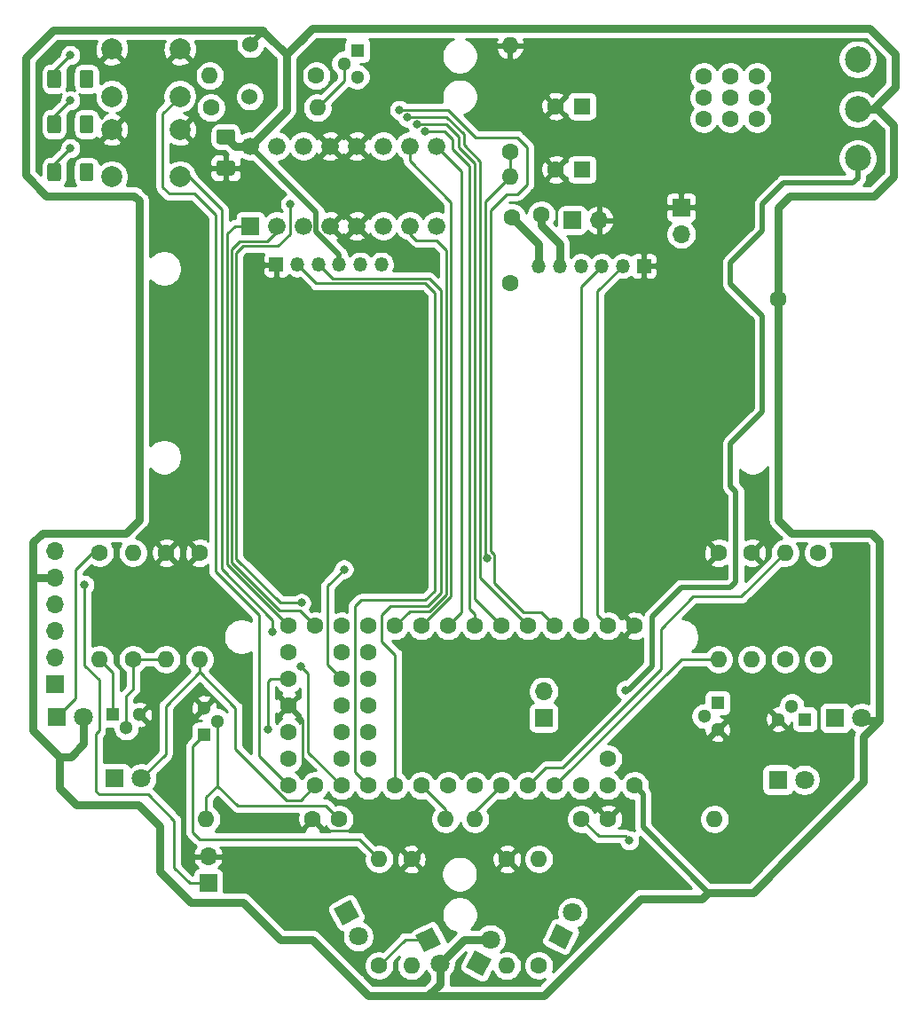
<source format=gbl>
G04 #@! TF.GenerationSoftware,KiCad,Pcbnew,(5.1.7)-1*
G04 #@! TF.CreationDate,2021-05-02T01:51:04-07:00*
G04 #@! TF.ProjectId,mouse_v2,6d6f7573-655f-4763-922e-6b696361645f,rev?*
G04 #@! TF.SameCoordinates,Original*
G04 #@! TF.FileFunction,Copper,L2,Bot*
G04 #@! TF.FilePolarity,Positive*
%FSLAX46Y46*%
G04 Gerber Fmt 4.6, Leading zero omitted, Abs format (unit mm)*
G04 Created by KiCad (PCBNEW (5.1.7)-1) date 2021-05-02 01:51:04*
%MOMM*%
%LPD*%
G01*
G04 APERTURE LIST*
G04 #@! TA.AperFunction,ComponentPad*
%ADD10C,1.600000*%
G04 #@! TD*
G04 #@! TA.AperFunction,ComponentPad*
%ADD11R,1.600000X1.600000*%
G04 #@! TD*
G04 #@! TA.AperFunction,ComponentPad*
%ADD12C,1.300000*%
G04 #@! TD*
G04 #@! TA.AperFunction,ComponentPad*
%ADD13R,1.300000X1.300000*%
G04 #@! TD*
G04 #@! TA.AperFunction,ComponentPad*
%ADD14C,2.500000*%
G04 #@! TD*
G04 #@! TA.AperFunction,ComponentPad*
%ADD15O,1.600000X1.600000*%
G04 #@! TD*
G04 #@! TA.AperFunction,ComponentPad*
%ADD16C,1.524000*%
G04 #@! TD*
G04 #@! TA.AperFunction,ComponentPad*
%ADD17C,2.000000*%
G04 #@! TD*
G04 #@! TA.AperFunction,ComponentPad*
%ADD18R,1.800000X1.800000*%
G04 #@! TD*
G04 #@! TA.AperFunction,ComponentPad*
%ADD19C,1.800000*%
G04 #@! TD*
G04 #@! TA.AperFunction,ComponentPad*
%ADD20C,0.100000*%
G04 #@! TD*
G04 #@! TA.AperFunction,ComponentPad*
%ADD21R,1.700000X1.700000*%
G04 #@! TD*
G04 #@! TA.AperFunction,ComponentPad*
%ADD22O,1.700000X1.700000*%
G04 #@! TD*
G04 #@! TA.AperFunction,ComponentPad*
%ADD23R,1.676400X1.676400*%
G04 #@! TD*
G04 #@! TA.AperFunction,ComponentPad*
%ADD24C,1.676400*%
G04 #@! TD*
G04 #@! TA.AperFunction,ComponentPad*
%ADD25O,1.350000X1.350000*%
G04 #@! TD*
G04 #@! TA.AperFunction,ComponentPad*
%ADD26R,1.350000X1.350000*%
G04 #@! TD*
G04 #@! TA.AperFunction,ViaPad*
%ADD27C,0.800000*%
G04 #@! TD*
G04 #@! TA.AperFunction,ViaPad*
%ADD28C,1.600000*%
G04 #@! TD*
G04 #@! TA.AperFunction,Conductor*
%ADD29C,0.250000*%
G04 #@! TD*
G04 #@! TA.AperFunction,Conductor*
%ADD30C,0.500000*%
G04 #@! TD*
G04 #@! TA.AperFunction,Conductor*
%ADD31C,0.750000*%
G04 #@! TD*
G04 #@! TA.AperFunction,Conductor*
%ADD32C,0.130000*%
G04 #@! TD*
G04 #@! TA.AperFunction,Conductor*
%ADD33C,0.254000*%
G04 #@! TD*
G04 #@! TA.AperFunction,Conductor*
%ADD34C,0.100000*%
G04 #@! TD*
G04 APERTURE END LIST*
G04 #@! TA.AperFunction,SMDPad,CuDef*
G36*
G01*
X137131900Y-64995700D02*
X138381900Y-64995700D01*
G75*
G02*
X138631900Y-65245700I0J-250000D01*
G01*
X138631900Y-66170700D01*
G75*
G02*
X138381900Y-66420700I-250000J0D01*
G01*
X137131900Y-66420700D01*
G75*
G02*
X136881900Y-66170700I0J250000D01*
G01*
X136881900Y-65245700D01*
G75*
G02*
X137131900Y-64995700I250000J0D01*
G01*
G37*
G04 #@! TD.AperFunction*
G04 #@! TA.AperFunction,SMDPad,CuDef*
G36*
G01*
X137131900Y-67970700D02*
X138381900Y-67970700D01*
G75*
G02*
X138631900Y-68220700I0J-250000D01*
G01*
X138631900Y-69145700D01*
G75*
G02*
X138381900Y-69395700I-250000J0D01*
G01*
X137131900Y-69395700D01*
G75*
G02*
X136881900Y-69145700I0J250000D01*
G01*
X136881900Y-68220700D01*
G75*
G02*
X137131900Y-67970700I250000J0D01*
G01*
G37*
G04 #@! TD.AperFunction*
D10*
X169254800Y-62788800D03*
D11*
X171754800Y-62788800D03*
X171754800Y-68834000D03*
D10*
X169254800Y-68834000D03*
D12*
X190500000Y-121285000D03*
D13*
X193040000Y-121285000D03*
D12*
X191770000Y-120015000D03*
X183415940Y-120990360D03*
D13*
X184685940Y-119720360D03*
D12*
X184685940Y-122260360D03*
X129540000Y-120840500D03*
D13*
X127000000Y-120840500D03*
D12*
X128270000Y-122110500D03*
X136982200Y-121462800D03*
D13*
X135712200Y-122732800D03*
D12*
X135712200Y-120192800D03*
D14*
X198069200Y-58319200D03*
X198069200Y-63069200D03*
X198069200Y-67769200D03*
D10*
X146405600Y-59893200D03*
D15*
X136245600Y-59893200D03*
D16*
X140055600Y-61885200D03*
X140105600Y-56885200D03*
D17*
X126885700Y-61853200D03*
X126885700Y-57353200D03*
X133385700Y-61853200D03*
X133385700Y-57353200D03*
D10*
X128905000Y-115570000D03*
D15*
X128905000Y-105410000D03*
X155473400Y-144805400D03*
D10*
X155473400Y-134645400D03*
X184785000Y-105410000D03*
D15*
X184785000Y-115570000D03*
X135255000Y-115570000D03*
D10*
X135255000Y-105410000D03*
X136347200Y-62941200D03*
D15*
X146507200Y-62941200D03*
X135890000Y-130810000D03*
D10*
X146050000Y-130810000D03*
X164592000Y-134645400D03*
D15*
X164592000Y-144805400D03*
X132080000Y-115570000D03*
D10*
X132080000Y-105410000D03*
X174244000Y-130810000D03*
D15*
X184404000Y-130810000D03*
X161544000Y-130810000D03*
D10*
X171704000Y-130810000D03*
X191135000Y-115570000D03*
D15*
X191135000Y-105410000D03*
X152400000Y-134620000D03*
D10*
X152400000Y-144780000D03*
X125730000Y-105410000D03*
D15*
X125730000Y-115570000D03*
X167640000Y-134620000D03*
D10*
X167640000Y-144780000D03*
X194310000Y-105410000D03*
D15*
X194310000Y-115570000D03*
X187960000Y-115570000D03*
D10*
X187960000Y-105410000D03*
X148590000Y-130810000D03*
D15*
X158750000Y-130810000D03*
D18*
X127177800Y-126923800D03*
D19*
X129717800Y-126923800D03*
X198475600Y-121158000D03*
D18*
X195935600Y-121158000D03*
D19*
X170856142Y-139738267D03*
G04 #@! TA.AperFunction,ComponentPad*
D20*
G36*
X170126663Y-143218419D02*
G01*
X168515781Y-142415263D01*
X169318937Y-140804381D01*
X170929819Y-141607537D01*
X170126663Y-143218419D01*
G37*
G04 #@! TD.AperFunction*
D21*
X170840400Y-73660000D03*
D22*
X173380400Y-73660000D03*
G04 #@! TA.AperFunction,ComponentPad*
D20*
G36*
X162303463Y-145783819D02*
G01*
X160692581Y-144980663D01*
X161495737Y-143369781D01*
X163106619Y-144172937D01*
X162303463Y-145783819D01*
G37*
G04 #@! TD.AperFunction*
D19*
X163032942Y-142303667D03*
X124218700Y-121031000D03*
D18*
X121678700Y-121031000D03*
G04 #@! TA.AperFunction,ComponentPad*
D20*
G36*
X155876239Y-141899804D02*
G01*
X157487121Y-141096648D01*
X158290277Y-142707530D01*
X156679395Y-143510686D01*
X155876239Y-141899804D01*
G37*
G04 #@! TD.AperFunction*
D19*
X158216600Y-144576800D03*
D18*
X190449200Y-127050800D03*
D19*
X192989200Y-127050800D03*
X150418800Y-142011400D03*
G04 #@! TA.AperFunction,ComponentPad*
D20*
G36*
X148078439Y-139334404D02*
G01*
X149689321Y-138531248D01*
X150492477Y-140142130D01*
X148881595Y-140945286D01*
X148078439Y-139334404D01*
G37*
G04 #@! TD.AperFunction*
D23*
X140098780Y-74213720D03*
D24*
X142638780Y-74213720D03*
X145178780Y-74213720D03*
X147718780Y-74213720D03*
X150258780Y-74213720D03*
X152798780Y-74213720D03*
X155338780Y-74213720D03*
X157878780Y-74213720D03*
X157878780Y-66593720D03*
X155338780Y-66593720D03*
X152798780Y-66593720D03*
X150258780Y-66593720D03*
X147718780Y-66593720D03*
X145178780Y-66593720D03*
X142638780Y-66593720D03*
X140098780Y-66593720D03*
D21*
X181229000Y-72453500D03*
D22*
X181229000Y-74993500D03*
D25*
X167655240Y-78038960D03*
X169655240Y-78038960D03*
X171655240Y-78038960D03*
X173655240Y-78038960D03*
X175655240Y-78038960D03*
D26*
X177655240Y-78038960D03*
X142595600Y-77901800D03*
D25*
X144595600Y-77901800D03*
X146595600Y-77901800D03*
X148595600Y-77901800D03*
X150595600Y-77901800D03*
X152595600Y-77901800D03*
D21*
X121462800Y-117906800D03*
D22*
X121462800Y-115366800D03*
X121462800Y-112826800D03*
X121462800Y-110286800D03*
X121462800Y-107746800D03*
X121462800Y-105206800D03*
D10*
X143764000Y-120000000D03*
X143764000Y-122540000D03*
X143764000Y-125080000D03*
X143764000Y-127620000D03*
X143764000Y-117460000D03*
X143764000Y-114920000D03*
X143764000Y-112380000D03*
X146304000Y-127620000D03*
X148844000Y-127620000D03*
X151384000Y-127620000D03*
X153924000Y-127620000D03*
X156464000Y-127620000D03*
X159004000Y-127620000D03*
X161544000Y-127620000D03*
X164084000Y-127620000D03*
X166624000Y-127620000D03*
X169164000Y-127620000D03*
X171704000Y-127620000D03*
X174244000Y-127620000D03*
X176784000Y-127620000D03*
X174244000Y-125080000D03*
X146304000Y-112380000D03*
X148844000Y-112380000D03*
X151384000Y-112380000D03*
X153924000Y-112380000D03*
X156464000Y-112380000D03*
X159004000Y-112380000D03*
X161544000Y-112380000D03*
X164084000Y-112380000D03*
X166624000Y-112380000D03*
X169164000Y-112380000D03*
X171704000Y-112380000D03*
X174244000Y-112380000D03*
X176784000Y-112380000D03*
X148844000Y-125080000D03*
X151384000Y-125080000D03*
X148844000Y-122540000D03*
X151384000Y-122540000D03*
X148844000Y-120000000D03*
X151384000Y-120000000D03*
X148844000Y-117460000D03*
X151384000Y-117460000D03*
X148844000Y-114920000D03*
X151384000Y-114920000D03*
D21*
X168097200Y-121158000D03*
D22*
X168097200Y-118618000D03*
G04 #@! TA.AperFunction,SMDPad,CuDef*
G36*
G01*
X120736000Y-69713000D02*
X120736000Y-68463000D01*
G75*
G02*
X120986000Y-68213000I250000J0D01*
G01*
X121786000Y-68213000D01*
G75*
G02*
X122036000Y-68463000I0J-250000D01*
G01*
X122036000Y-69713000D01*
G75*
G02*
X121786000Y-69963000I-250000J0D01*
G01*
X120986000Y-69963000D01*
G75*
G02*
X120736000Y-69713000I0J250000D01*
G01*
G37*
G04 #@! TD.AperFunction*
G04 #@! TA.AperFunction,SMDPad,CuDef*
G36*
G01*
X123836000Y-69713000D02*
X123836000Y-68463000D01*
G75*
G02*
X124086000Y-68213000I250000J0D01*
G01*
X124886000Y-68213000D01*
G75*
G02*
X125136000Y-68463000I0J-250000D01*
G01*
X125136000Y-69713000D01*
G75*
G02*
X124886000Y-69963000I-250000J0D01*
G01*
X124086000Y-69963000D01*
G75*
G02*
X123836000Y-69713000I0J250000D01*
G01*
G37*
G04 #@! TD.AperFunction*
G04 #@! TA.AperFunction,SMDPad,CuDef*
G36*
G01*
X123836000Y-60823000D02*
X123836000Y-59573000D01*
G75*
G02*
X124086000Y-59323000I250000J0D01*
G01*
X124886000Y-59323000D01*
G75*
G02*
X125136000Y-59573000I0J-250000D01*
G01*
X125136000Y-60823000D01*
G75*
G02*
X124886000Y-61073000I-250000J0D01*
G01*
X124086000Y-61073000D01*
G75*
G02*
X123836000Y-60823000I0J250000D01*
G01*
G37*
G04 #@! TD.AperFunction*
G04 #@! TA.AperFunction,SMDPad,CuDef*
G36*
G01*
X120736000Y-60823000D02*
X120736000Y-59573000D01*
G75*
G02*
X120986000Y-59323000I250000J0D01*
G01*
X121786000Y-59323000D01*
G75*
G02*
X122036000Y-59573000I0J-250000D01*
G01*
X122036000Y-60823000D01*
G75*
G02*
X121786000Y-61073000I-250000J0D01*
G01*
X120986000Y-61073000D01*
G75*
G02*
X120736000Y-60823000I0J250000D01*
G01*
G37*
G04 #@! TD.AperFunction*
G04 #@! TA.AperFunction,SMDPad,CuDef*
G36*
G01*
X120736000Y-65141000D02*
X120736000Y-63891000D01*
G75*
G02*
X120986000Y-63641000I250000J0D01*
G01*
X121786000Y-63641000D01*
G75*
G02*
X122036000Y-63891000I0J-250000D01*
G01*
X122036000Y-65141000D01*
G75*
G02*
X121786000Y-65391000I-250000J0D01*
G01*
X120986000Y-65391000D01*
G75*
G02*
X120736000Y-65141000I0J250000D01*
G01*
G37*
G04 #@! TD.AperFunction*
G04 #@! TA.AperFunction,SMDPad,CuDef*
G36*
G01*
X123836000Y-65141000D02*
X123836000Y-63891000D01*
G75*
G02*
X124086000Y-63641000I250000J0D01*
G01*
X124886000Y-63641000D01*
G75*
G02*
X125136000Y-63891000I0J-250000D01*
G01*
X125136000Y-65141000D01*
G75*
G02*
X124886000Y-65391000I-250000J0D01*
G01*
X124086000Y-65391000D01*
G75*
G02*
X123836000Y-65141000I0J250000D01*
G01*
G37*
G04 #@! TD.AperFunction*
D15*
X164896800Y-69494400D03*
D10*
X164896800Y-79654400D03*
X164896800Y-67157600D03*
D15*
X164896800Y-56997600D03*
D12*
X149047200Y-58724800D03*
D13*
X150317200Y-57454800D03*
D12*
X150317200Y-59994800D03*
D17*
X126885700Y-69524000D03*
X126885700Y-65024000D03*
X133385700Y-69524000D03*
X133385700Y-65024000D03*
D21*
X136080500Y-136906000D03*
D22*
X136080500Y-134366000D03*
D27*
X135255000Y-79375000D03*
X135255000Y-78105000D03*
X133985000Y-78105000D03*
X133985000Y-79375000D03*
X197167500Y-118618000D03*
X198120000Y-118618000D03*
X127939800Y-110236000D03*
X129006600Y-110236000D03*
X130098800Y-110236000D03*
X130124200Y-111150400D03*
X129006600Y-111175800D03*
X145084800Y-126288800D03*
X139649200Y-119481600D03*
X128016000Y-111150400D03*
X160934400Y-117500400D03*
X160934400Y-118465600D03*
X160934400Y-119481600D03*
X160934400Y-120446800D03*
X162001200Y-117500400D03*
X162001200Y-118516400D03*
X162001200Y-119532400D03*
X162052000Y-120497600D03*
X174752000Y-104038400D03*
X175666400Y-104038400D03*
X176631600Y-104038400D03*
X177596800Y-104038400D03*
X174802800Y-104952800D03*
X175717200Y-104952800D03*
X176631600Y-104952800D03*
X177596800Y-104952800D03*
D28*
X181762400Y-70002400D03*
X183642000Y-70053200D03*
X183642000Y-71780400D03*
X185420000Y-70053200D03*
X185521600Y-71780400D03*
X166522400Y-60960000D03*
X164846000Y-60960000D03*
X164846000Y-62738000D03*
X166497000Y-62725300D03*
X138684000Y-134620000D03*
X140716000Y-134620000D03*
X140716000Y-136652000D03*
X138684000Y-136652000D03*
D27*
X198183500Y-117729000D03*
X197167500Y-117729000D03*
X198247000Y-116776500D03*
X197167500Y-116776500D03*
X141782800Y-122275600D03*
X144945100Y-116205000D03*
D28*
X190500000Y-81229200D03*
X167894000Y-73152000D03*
X165100000Y-73406000D03*
D27*
X144983200Y-110185200D03*
X143916400Y-72136000D03*
X176276000Y-132842000D03*
D28*
X188468000Y-59944000D03*
X183388000Y-59944000D03*
X185928000Y-59944000D03*
X185928000Y-61976000D03*
X183388000Y-61976000D03*
X188468000Y-61976000D03*
X188468000Y-64008000D03*
X183388000Y-64008000D03*
X185928000Y-64008000D03*
D27*
X175895000Y-118491000D03*
X154330400Y-63157100D03*
X124486000Y-69088000D03*
X156781500Y-65201800D03*
X122936000Y-66802000D03*
X122936000Y-57912000D03*
X124486000Y-60198000D03*
X155067000Y-63868300D03*
X124486000Y-64516000D03*
X156006800Y-64490600D03*
X122936000Y-62230000D03*
X149047200Y-106984800D03*
X162707000Y-105918000D03*
X124269500Y-108458000D03*
X142214600Y-112928400D03*
D29*
X147105001Y-131865001D02*
X146050000Y-130810000D01*
X154586371Y-131865001D02*
X147105001Y-131865001D01*
X156210000Y-133488630D02*
X154586371Y-131865001D01*
X156210000Y-134620000D02*
X156210000Y-133488630D01*
X143764000Y-120000000D02*
X145084800Y-121320800D01*
X145084800Y-121320800D02*
X145084800Y-126288800D01*
X142026400Y-117460000D02*
X143764000Y-117460000D01*
X141782800Y-117703600D02*
X142026400Y-117460000D01*
X141782800Y-122275600D02*
X141782800Y-117703600D01*
X181214000Y-115570000D02*
X169164000Y-127620000D01*
X184785000Y-115570000D02*
X181214000Y-115570000D01*
X135255000Y-115570000D02*
X135255000Y-116701370D01*
X135255000Y-116701370D02*
X135255000Y-116840000D01*
X135255000Y-116701370D02*
X135255000Y-116781580D01*
X135255000Y-115570000D02*
X135255000Y-116781580D01*
X146304000Y-127620000D02*
X144892000Y-129032000D01*
X143614598Y-129032000D02*
X138684000Y-124101402D01*
X144892000Y-129032000D02*
X143614598Y-129032000D01*
X138684000Y-120210580D02*
X135255000Y-116781580D01*
X138684000Y-124101402D02*
X138684000Y-120210580D01*
X132021580Y-124620020D02*
X129717800Y-126923800D01*
X132021580Y-120015000D02*
X132021580Y-124620020D01*
X135255000Y-116781580D02*
X132021580Y-120015000D01*
X186959000Y-109586000D02*
X191135000Y-105410000D01*
X166624000Y-127620000D02*
X168323500Y-125920500D01*
X168323500Y-125920500D02*
X169926000Y-125920500D01*
X169926000Y-125920500D02*
X179324000Y-116522500D01*
X179324000Y-116522500D02*
X179324000Y-112649000D01*
X182387000Y-109586000D02*
X184927000Y-109586000D01*
X179324000Y-112649000D02*
X182387000Y-109586000D01*
X184927000Y-109586000D02*
X186959000Y-109586000D01*
X184658000Y-109586000D02*
X184927000Y-109586000D01*
X161544000Y-130160000D02*
X161544000Y-130810000D01*
X164084000Y-127620000D02*
X161544000Y-130160000D01*
X158750000Y-129906000D02*
X158750000Y-130810000D01*
X156464000Y-127620000D02*
X158750000Y-129906000D01*
X148844000Y-127620000D02*
X145643600Y-124419600D01*
X145643600Y-116903500D02*
X144945100Y-116205000D01*
X145643600Y-124419600D02*
X145643600Y-116903500D01*
X157878780Y-66593720D02*
X160274000Y-68988940D01*
X160274000Y-111110000D02*
X159004000Y-112380000D01*
X160274000Y-68988940D02*
X160274000Y-111110000D01*
X137922000Y-106538000D02*
X143764000Y-112380000D01*
X137922000Y-74930000D02*
X137922000Y-106538000D01*
X140098780Y-74213720D02*
X138638280Y-74213720D01*
X138638280Y-74213720D02*
X137922000Y-74930000D01*
D30*
X187334344Y-137795000D02*
X183820740Y-137795000D01*
X150169880Y-146359880D02*
X148580342Y-144770342D01*
X177583999Y-131558259D02*
X183820740Y-137795000D01*
X177583999Y-128419999D02*
X177583999Y-131558259D01*
X176784000Y-127620000D02*
X177583999Y-128419999D01*
X141556740Y-55849520D02*
X141259560Y-55552340D01*
X143563340Y-57828180D02*
X145542000Y-55849520D01*
X146396981Y-72891921D02*
X140098780Y-66593720D01*
X146396981Y-74748587D02*
X146396981Y-72891921D01*
X148595600Y-76947206D02*
X146396981Y-74748587D01*
X148595600Y-77901800D02*
X148595600Y-76947206D01*
D31*
X145546521Y-55844999D02*
X145542000Y-55849520D01*
X190500000Y-102232810D02*
X191772190Y-103505000D01*
X199390000Y-103505000D02*
X200164700Y-104279700D01*
X191772190Y-103505000D02*
X199390000Y-103505000D01*
X187519344Y-137795000D02*
X187334344Y-137795000D01*
X187519344Y-137795000D02*
X183820740Y-137795000D01*
X125788420Y-55552340D02*
X141259560Y-55552340D01*
X143563340Y-57856120D02*
X143563340Y-57828180D01*
X143563340Y-63129160D02*
X143563340Y-57856120D01*
X140098780Y-66593720D02*
X143563340Y-63129160D01*
D30*
X146988860Y-143256000D02*
X146988860Y-143209015D01*
D31*
X188087000Y-137795000D02*
X187519344Y-137795000D01*
X192278000Y-133604000D02*
X188087000Y-137795000D01*
X198628000Y-122948700D02*
X200164700Y-121412000D01*
X198628000Y-127254000D02*
X198628000Y-122948700D01*
X200164700Y-121412000D02*
X200164700Y-104279700D01*
X198628000Y-127254000D02*
X192278000Y-133604000D01*
X144780000Y-56611520D02*
X145546521Y-55844999D01*
X143563340Y-57828180D02*
X144780000Y-56611520D01*
X141659610Y-55952390D02*
X141259560Y-55552340D01*
D30*
X141444810Y-55952390D02*
X141659610Y-55952390D01*
D31*
X143563340Y-57856120D02*
X141659610Y-55952390D01*
D30*
X141038410Y-55952390D02*
X141659610Y-55952390D01*
X140105600Y-56885200D02*
X141038410Y-55952390D01*
D31*
X201676000Y-60960000D02*
X199566800Y-63069200D01*
X201676000Y-57810400D02*
X201676000Y-60960000D01*
X146050000Y-55372000D02*
X199237600Y-55372000D01*
X144810480Y-56611520D02*
X146050000Y-55372000D01*
X199566800Y-63069200D02*
X198069200Y-63069200D01*
X199237600Y-55372000D02*
X201676000Y-57810400D01*
X144780000Y-56611520D02*
X144810480Y-56611520D01*
X198069200Y-63069200D02*
X199975200Y-63069200D01*
X199975200Y-63069200D02*
X201523600Y-64617600D01*
X201523600Y-64617600D02*
X201523600Y-69494400D01*
X201523600Y-69494400D02*
X199644000Y-71374000D01*
X199644000Y-71374000D02*
X191617600Y-71374000D01*
X190500000Y-72491600D02*
X190500000Y-74295000D01*
X191617600Y-71374000D02*
X190500000Y-72491600D01*
X190500000Y-81229200D02*
X190500000Y-102235000D01*
X190500000Y-74295000D02*
X190500000Y-81229200D01*
X125034040Y-55552340D02*
X125031500Y-55549800D01*
X125788420Y-55552340D02*
X125034040Y-55552340D01*
X121269760Y-55552340D02*
X125034040Y-55552340D01*
X118694200Y-58127900D02*
X121269760Y-55552340D01*
X118694200Y-69380100D02*
X118694200Y-58127900D01*
X120650000Y-71335900D02*
X118694200Y-69380100D01*
X129044700Y-71335900D02*
X120650000Y-71335900D01*
X129540000Y-71831200D02*
X129044700Y-71335900D01*
X129540000Y-102235000D02*
X129540000Y-71831200D01*
X128270000Y-103505000D02*
X129540000Y-102235000D01*
X120283155Y-103505000D02*
X128270000Y-103505000D01*
X119380000Y-104408155D02*
X120283155Y-103505000D01*
X119380000Y-107848400D02*
X119380000Y-104408155D01*
X138642420Y-66593720D02*
X137756900Y-65708200D01*
X140098780Y-66593720D02*
X138642420Y-66593720D01*
X119481600Y-107746800D02*
X119380000Y-107848400D01*
X121462800Y-107746800D02*
X119481600Y-107746800D01*
X160489733Y-142303667D02*
X163032942Y-142303667D01*
X158216600Y-144576800D02*
X160489733Y-142303667D01*
X198729600Y-121412000D02*
X198475600Y-121158000D01*
X200164700Y-121412000D02*
X198729600Y-121412000D01*
X150097820Y-146364960D02*
X150097820Y-146376720D01*
X150097820Y-146376720D02*
X151384000Y-147662900D01*
X146988860Y-143256000D02*
X150097820Y-146364960D01*
X158216600Y-146519900D02*
X157073600Y-147662900D01*
X158216600Y-144576800D02*
X158216600Y-146519900D01*
X151384000Y-147662900D02*
X157073600Y-147662900D01*
X168089580Y-147662900D02*
X157073600Y-147662900D01*
X177322480Y-138430000D02*
X168089580Y-147662900D01*
X183185740Y-138430000D02*
X177322480Y-138430000D01*
X183820740Y-137795000D02*
X183185740Y-138430000D01*
X119380000Y-122364500D02*
X119380000Y-107848400D01*
X121856500Y-124841000D02*
X119380000Y-122364500D01*
X121856500Y-127825500D02*
X121856500Y-124841000D01*
X123469400Y-129438400D02*
X121856500Y-127825500D01*
X129463800Y-129438400D02*
X123469400Y-129438400D01*
X131475480Y-131450080D02*
X129463800Y-129438400D01*
X131475480Y-135821420D02*
X131475480Y-131450080D01*
X134437120Y-138783060D02*
X131475480Y-135821420D01*
X139453620Y-138783060D02*
X134437120Y-138783060D01*
X142967380Y-142296820D02*
X139453620Y-138783060D01*
X146029680Y-142296820D02*
X142967380Y-142296820D01*
X146988860Y-143256000D02*
X146029680Y-142296820D01*
X122999500Y-124841000D02*
X121856500Y-124841000D01*
X124218700Y-123621800D02*
X122999500Y-124841000D01*
X124218700Y-121031000D02*
X124218700Y-123621800D01*
D29*
X146304000Y-112380000D02*
X144820400Y-110896400D01*
X144820400Y-110896400D02*
X142900400Y-110896400D01*
X142900400Y-110896400D02*
X138328400Y-106324400D01*
X138328400Y-106324400D02*
X138328400Y-76454000D01*
X138328400Y-76454000D02*
X139090400Y-75692000D01*
X139090400Y-75692000D02*
X141732000Y-75692000D01*
X142638780Y-74785220D02*
X142638780Y-74213720D01*
X141732000Y-75692000D02*
X142638780Y-74785220D01*
X153924000Y-112380000D02*
X155306000Y-110998000D01*
X155306000Y-110998000D02*
X157226000Y-110998000D01*
X157226000Y-110998000D02*
X158800800Y-109423200D01*
X158800800Y-109423200D02*
X158800800Y-76504800D01*
X158800800Y-76504800D02*
X157886400Y-75590400D01*
X157886400Y-75590400D02*
X155956000Y-75590400D01*
X155338780Y-74973180D02*
X155338780Y-74213720D01*
X155956000Y-75590400D02*
X155338780Y-74973180D01*
X155338780Y-68009378D02*
X159258000Y-71928598D01*
X155338780Y-66593720D02*
X155338780Y-68009378D01*
X159258000Y-109586000D02*
X156464000Y-112380000D01*
X159258000Y-71928598D02*
X159258000Y-109586000D01*
D31*
X169655240Y-78038960D02*
X169655240Y-75929240D01*
X167894000Y-74168000D02*
X167894000Y-73152000D01*
X169655240Y-75929240D02*
X167894000Y-74168000D01*
X167655240Y-75961240D02*
X165100000Y-73406000D01*
X167655240Y-78038960D02*
X167655240Y-75961240D01*
D29*
X144983200Y-110185200D02*
X143002000Y-110185200D01*
X143002000Y-110185200D02*
X138785600Y-105968800D01*
X138785600Y-105968800D02*
X138785600Y-76809600D01*
X138785600Y-76809600D02*
X139446000Y-76149200D01*
X139446000Y-76149200D02*
X142748000Y-76149200D01*
X142748000Y-76149200D02*
X143916400Y-74980800D01*
X143916400Y-74980800D02*
X143916400Y-72136000D01*
X174244000Y-112380000D02*
X173228000Y-111364000D01*
X173228000Y-80466200D02*
X175655240Y-78038960D01*
X173228000Y-111364000D02*
X173228000Y-80466200D01*
X172980241Y-78713959D02*
X172980241Y-78733759D01*
X173655240Y-78038960D02*
X172980241Y-78713959D01*
X171704000Y-80010000D02*
X171704000Y-112380000D01*
X172980241Y-78733759D02*
X171704000Y-80010000D01*
X153924000Y-115112800D02*
X153924000Y-127620000D01*
X152654000Y-113842800D02*
X153924000Y-115112800D01*
X152654000Y-111302800D02*
X152654000Y-113842800D01*
X157022800Y-110490000D02*
X153466800Y-110490000D01*
X158292800Y-109220000D02*
X157022800Y-110490000D01*
X158292800Y-80365600D02*
X158292800Y-109220000D01*
X157175200Y-79248000D02*
X158292800Y-80365600D01*
X147941800Y-79248000D02*
X157175200Y-79248000D01*
X153466800Y-110490000D02*
X152654000Y-111302800D01*
X146595600Y-77901800D02*
X147941800Y-79248000D01*
X150114000Y-110490000D02*
X150114000Y-126350000D01*
X150672800Y-109931200D02*
X150114000Y-110490000D01*
X156819600Y-109931200D02*
X150672800Y-109931200D01*
X157734000Y-109016800D02*
X156819600Y-109931200D01*
X157734000Y-80619600D02*
X157734000Y-109016800D01*
X150164800Y-126400800D02*
X151384000Y-127620000D01*
X156819600Y-79705200D02*
X157734000Y-80619600D01*
X146399000Y-79705200D02*
X156819600Y-79705200D01*
X150114000Y-126350000D02*
X150164800Y-126400800D01*
X144595600Y-77901800D02*
X146399000Y-79705200D01*
X131749800Y-63489100D02*
X133385700Y-61853200D01*
X132359400Y-71132700D02*
X131749800Y-70523100D01*
X134772400Y-71132700D02*
X132359400Y-71132700D01*
X131749800Y-70523100D02*
X131749800Y-63489100D01*
X136804400Y-73164700D02*
X134772400Y-71132700D01*
X136804400Y-107200700D02*
X136804400Y-73164700D01*
X140944600Y-111340900D02*
X136804400Y-107200700D01*
X140944600Y-124800600D02*
X140944600Y-111340900D01*
X143764000Y-127620000D02*
X140944600Y-124800600D01*
X125031500Y-105410000D02*
X125730000Y-105410000D01*
X121678700Y-121031000D02*
X121793000Y-121031000D01*
X125031500Y-105410000D02*
X123444000Y-106997500D01*
X123444000Y-119265700D02*
X121678700Y-121031000D01*
X123444000Y-106997500D02*
X123444000Y-119265700D01*
X154876333Y-142303667D02*
X157083258Y-142303667D01*
X152400000Y-144780000D02*
X154876333Y-142303667D01*
X127000000Y-116840000D02*
X125730000Y-115570000D01*
X127000000Y-120840500D02*
X127000000Y-116840000D01*
X134620000Y-123825000D02*
X135712200Y-122732800D01*
X134620000Y-132080000D02*
X134620000Y-123825000D01*
X135255000Y-132715000D02*
X134620000Y-132080000D01*
X150495000Y-132715000D02*
X135255000Y-132715000D01*
X152400000Y-134620000D02*
X150495000Y-132715000D01*
X173336001Y-132442001D02*
X171704000Y-130810000D01*
X175876001Y-132442001D02*
X173336001Y-132442001D01*
X176276000Y-132842000D02*
X175876001Y-132442001D01*
D32*
X128905000Y-115570000D02*
X128905000Y-115900200D01*
D29*
X128905000Y-115570000D02*
X128905000Y-118427500D01*
X128270000Y-119062500D02*
X128270000Y-122110500D01*
X128905000Y-118427500D02*
X128270000Y-119062500D01*
X128905000Y-115570000D02*
X132080000Y-115570000D01*
X136982200Y-127635000D02*
X136982200Y-121462800D01*
X135890000Y-128727200D02*
X136982200Y-127635000D01*
X135890000Y-130810000D02*
X135890000Y-128727200D01*
X137617200Y-128270000D02*
X136982200Y-127635000D01*
X138887200Y-129540000D02*
X136982200Y-127635000D01*
X148590000Y-130810000D02*
X147320000Y-129540000D01*
X147320000Y-129540000D02*
X138887200Y-129540000D01*
D30*
X186436000Y-99568000D02*
X186436000Y-108204000D01*
X185928000Y-94996000D02*
X185928000Y-99060000D01*
X185928000Y-77724000D02*
X185928000Y-79756000D01*
X181229000Y-108712000D02*
X178435000Y-111506000D01*
X188976000Y-91948000D02*
X185928000Y-94996000D01*
X188976000Y-82804000D02*
X188976000Y-91948000D01*
X185928000Y-79756000D02*
X188976000Y-82804000D01*
X188976000Y-74676000D02*
X185928000Y-77724000D01*
X188976000Y-72136000D02*
X188976000Y-74676000D01*
X198069200Y-67769200D02*
X198069200Y-69646800D01*
X186436000Y-108204000D02*
X185928000Y-108712000D01*
X191008000Y-70104000D02*
X188976000Y-72136000D01*
X197612000Y-70104000D02*
X191008000Y-70104000D01*
X198069200Y-69646800D02*
X197612000Y-70104000D01*
X185928000Y-99060000D02*
X186436000Y-99568000D01*
X185928000Y-108712000D02*
X184404000Y-108712000D01*
X184404000Y-108712000D02*
X181229000Y-108712000D01*
X178435000Y-111506000D02*
X178435000Y-116205000D01*
X176149000Y-118491000D02*
X175895000Y-118491000D01*
X178435000Y-116205000D02*
X176149000Y-118491000D01*
D29*
X149047200Y-60401200D02*
X146507200Y-62941200D01*
X149047200Y-58724800D02*
X149047200Y-60401200D01*
X166522400Y-70256400D02*
X166522400Y-69240400D01*
X164592000Y-71170800D02*
X165608000Y-71170800D01*
X163017200Y-72745600D02*
X164592000Y-71170800D01*
X163362001Y-105602401D02*
X163017200Y-105257600D01*
X163362001Y-108244001D02*
X163362001Y-105602401D01*
X166166800Y-111048800D02*
X163362001Y-108244001D01*
X167832800Y-111048800D02*
X166166800Y-111048800D01*
X165608000Y-71170800D02*
X166522400Y-70256400D01*
X163017200Y-105257600D02*
X163017200Y-72745600D01*
X169164000Y-112380000D02*
X167832800Y-111048800D01*
X166522400Y-69240400D02*
X166522400Y-66725800D01*
X166522400Y-66725800D02*
X165544500Y-65747900D01*
X165544500Y-65747900D02*
X163233100Y-65747900D01*
X163233100Y-65747900D02*
X161594800Y-65747900D01*
X159004000Y-63157100D02*
X154330400Y-63157100D01*
X161594800Y-65747900D02*
X159004000Y-63157100D01*
X161544000Y-111248630D02*
X161544000Y-112380000D01*
X161036000Y-110740630D02*
X161544000Y-111248630D01*
X161036000Y-110740630D02*
X161036000Y-68516500D01*
X161036000Y-68516500D02*
X159435800Y-66916300D01*
X159435800Y-66916300D02*
X159435800Y-65976500D01*
X158661100Y-65201800D02*
X156781500Y-65201800D01*
X159435800Y-65976500D02*
X158661100Y-65201800D01*
X121386000Y-68352000D02*
X122936000Y-66802000D01*
X121386000Y-69088000D02*
X121386000Y-68352000D01*
X121386000Y-59462000D02*
X122936000Y-57912000D01*
X121386000Y-60198000D02*
X121386000Y-59462000D01*
X166624000Y-112380000D02*
X162052000Y-107808000D01*
X162052000Y-107808000D02*
X162049700Y-107808000D01*
X162049700Y-107808000D02*
X162001200Y-107759500D01*
X162001200Y-75946000D02*
X162013900Y-75933300D01*
X162001200Y-107759500D02*
X162001200Y-75946000D01*
X162013900Y-75933300D02*
X162013900Y-71513700D01*
X162013900Y-71513700D02*
X162013900Y-68033900D01*
X162013900Y-68033900D02*
X160477200Y-66497200D01*
X160477200Y-66497200D02*
X160477200Y-65481200D01*
X155099701Y-63835599D02*
X155067000Y-63868300D01*
X158831599Y-63835599D02*
X155099701Y-63835599D01*
X160477200Y-65481200D02*
X158831599Y-63835599D01*
X161544000Y-109840000D02*
X164084000Y-112380000D01*
X161544000Y-109840000D02*
X161544000Y-68249800D01*
X161544000Y-68249800D02*
X159994600Y-66700400D01*
X159994600Y-66700400D02*
X159994600Y-65684400D01*
X158800800Y-64490600D02*
X156006800Y-64490600D01*
X159994600Y-65684400D02*
X158800800Y-64490600D01*
X121386000Y-63780000D02*
X122936000Y-62230000D01*
X121386000Y-64516000D02*
X121386000Y-63780000D01*
X148844000Y-117460000D02*
X147472400Y-116088400D01*
X147472400Y-108559600D02*
X149047200Y-106984800D01*
X147472400Y-116088400D02*
X147472400Y-108559600D01*
X162509200Y-71882000D02*
X162509200Y-105720200D01*
X162509200Y-105720200D02*
X162707000Y-105918000D01*
X164896800Y-69494400D02*
X162509200Y-71882000D01*
X164896800Y-69494400D02*
X164896800Y-67157600D01*
X125349000Y-122682000D02*
X125666500Y-122364500D01*
X125666500Y-128460500D02*
X125349000Y-128143000D01*
X125666500Y-117538500D02*
X124269500Y-116141500D01*
X130365500Y-128460500D02*
X125666500Y-128460500D01*
X132842000Y-130937000D02*
X130365500Y-128460500D01*
X125666500Y-122364500D02*
X125666500Y-117538500D01*
X132842000Y-135445500D02*
X132842000Y-130937000D01*
X134302500Y-136906000D02*
X132842000Y-135445500D01*
X125349000Y-128143000D02*
X125349000Y-122682000D01*
X136080500Y-136906000D02*
X134302500Y-136906000D01*
X124269500Y-116141500D02*
X124269500Y-108458000D01*
X134230500Y-69524000D02*
X133385700Y-69524000D01*
X137375900Y-72669400D02*
X134230500Y-69524000D01*
X137375900Y-106972100D02*
X137375900Y-72669400D01*
X142214600Y-111810800D02*
X137375900Y-106972100D01*
X142214600Y-112928400D02*
X142214600Y-111810800D01*
D33*
X137924001Y-120525383D02*
X137924001Y-120587336D01*
X137801340Y-120464675D01*
X137590876Y-120324047D01*
X137357021Y-120227181D01*
X137108761Y-120177800D01*
X136998759Y-120177800D01*
X137001152Y-120116345D01*
X136961470Y-119866351D01*
X136873778Y-119628904D01*
X136826401Y-119540266D01*
X136597727Y-119486878D01*
X135891805Y-120192800D01*
X135905948Y-120206943D01*
X135726343Y-120386548D01*
X135712200Y-120372405D01*
X135006278Y-121078327D01*
X135059666Y-121307001D01*
X135289574Y-121412895D01*
X135422367Y-121444728D01*
X135062200Y-121444728D01*
X134937718Y-121456988D01*
X134818020Y-121493298D01*
X134707706Y-121552263D01*
X134611015Y-121631615D01*
X134531663Y-121728306D01*
X134472698Y-121838620D01*
X134436388Y-121958318D01*
X134424128Y-122082800D01*
X134424128Y-122946071D01*
X134108998Y-123261201D01*
X134080000Y-123284999D01*
X134056202Y-123313997D01*
X134056201Y-123313998D01*
X133985026Y-123400724D01*
X133914454Y-123532754D01*
X133900045Y-123580256D01*
X133870998Y-123676014D01*
X133868837Y-123697956D01*
X133856324Y-123825000D01*
X133860001Y-123862332D01*
X133860000Y-132042678D01*
X133856324Y-132080000D01*
X133860000Y-132117322D01*
X133860000Y-132117332D01*
X133870997Y-132228985D01*
X133913533Y-132369210D01*
X133914454Y-132372246D01*
X133985026Y-132504276D01*
X134001967Y-132524918D01*
X134079999Y-132620001D01*
X134109002Y-132643803D01*
X134691200Y-133226002D01*
X134714999Y-133255001D01*
X134743997Y-133278799D01*
X134830724Y-133349974D01*
X134947934Y-133412625D01*
X134808859Y-133599080D01*
X134683675Y-133861901D01*
X134639024Y-134009110D01*
X134760345Y-134239000D01*
X135953500Y-134239000D01*
X135953500Y-134219000D01*
X136207500Y-134219000D01*
X136207500Y-134239000D01*
X137400655Y-134239000D01*
X137521976Y-134009110D01*
X137477325Y-133861901D01*
X137352141Y-133599080D01*
X137259591Y-133475000D01*
X150180199Y-133475000D01*
X151001312Y-134296114D01*
X150965000Y-134478665D01*
X150965000Y-134761335D01*
X151020147Y-135038574D01*
X151128320Y-135299727D01*
X151285363Y-135534759D01*
X151485241Y-135734637D01*
X151720273Y-135891680D01*
X151981426Y-135999853D01*
X152258665Y-136055000D01*
X152541335Y-136055000D01*
X152818574Y-135999853D01*
X153079727Y-135891680D01*
X153314759Y-135734637D01*
X153411294Y-135638102D01*
X154660303Y-135638102D01*
X154731886Y-135882071D01*
X154987396Y-136002971D01*
X155261584Y-136071700D01*
X155543912Y-136085617D01*
X155823530Y-136044187D01*
X156089692Y-135949003D01*
X156187138Y-135896917D01*
X158335800Y-135896917D01*
X158335800Y-136238683D01*
X158402475Y-136573881D01*
X158533263Y-136889631D01*
X158723137Y-137173798D01*
X158964802Y-137415463D01*
X159248969Y-137605337D01*
X159564719Y-137736125D01*
X159899917Y-137802800D01*
X160241683Y-137802800D01*
X160576881Y-137736125D01*
X160892631Y-137605337D01*
X161176798Y-137415463D01*
X161418463Y-137173798D01*
X161608337Y-136889631D01*
X161739125Y-136573881D01*
X161805800Y-136238683D01*
X161805800Y-135896917D01*
X161754319Y-135638102D01*
X163778903Y-135638102D01*
X163850486Y-135882071D01*
X164105996Y-136002971D01*
X164380184Y-136071700D01*
X164662512Y-136085617D01*
X164942130Y-136044187D01*
X165208292Y-135949003D01*
X165333514Y-135882071D01*
X165405097Y-135638102D01*
X164592000Y-134825005D01*
X163778903Y-135638102D01*
X161754319Y-135638102D01*
X161739125Y-135561719D01*
X161608337Y-135245969D01*
X161418463Y-134961802D01*
X161176798Y-134720137D01*
X161170475Y-134715912D01*
X163151783Y-134715912D01*
X163193213Y-134995530D01*
X163288397Y-135261692D01*
X163355329Y-135386914D01*
X163599298Y-135458497D01*
X164412395Y-134645400D01*
X164771605Y-134645400D01*
X165584702Y-135458497D01*
X165828671Y-135386914D01*
X165949571Y-135131404D01*
X166018300Y-134857216D01*
X166032217Y-134574888D01*
X166017960Y-134478665D01*
X166205000Y-134478665D01*
X166205000Y-134761335D01*
X166260147Y-135038574D01*
X166368320Y-135299727D01*
X166525363Y-135534759D01*
X166725241Y-135734637D01*
X166960273Y-135891680D01*
X167221426Y-135999853D01*
X167498665Y-136055000D01*
X167781335Y-136055000D01*
X168058574Y-135999853D01*
X168319727Y-135891680D01*
X168554759Y-135734637D01*
X168754637Y-135534759D01*
X168911680Y-135299727D01*
X169019853Y-135038574D01*
X169075000Y-134761335D01*
X169075000Y-134478665D01*
X169019853Y-134201426D01*
X168911680Y-133940273D01*
X168754637Y-133705241D01*
X168554759Y-133505363D01*
X168319727Y-133348320D01*
X168058574Y-133240147D01*
X167781335Y-133185000D01*
X167498665Y-133185000D01*
X167221426Y-133240147D01*
X166960273Y-133348320D01*
X166725241Y-133505363D01*
X166525363Y-133705241D01*
X166368320Y-133940273D01*
X166260147Y-134201426D01*
X166205000Y-134478665D01*
X166017960Y-134478665D01*
X165990787Y-134295270D01*
X165895603Y-134029108D01*
X165828671Y-133903886D01*
X165584702Y-133832303D01*
X164771605Y-134645400D01*
X164412395Y-134645400D01*
X163599298Y-133832303D01*
X163355329Y-133903886D01*
X163234429Y-134159396D01*
X163165700Y-134433584D01*
X163151783Y-134715912D01*
X161170475Y-134715912D01*
X160892631Y-134530263D01*
X160576881Y-134399475D01*
X160241683Y-134332800D01*
X159899917Y-134332800D01*
X159564719Y-134399475D01*
X159248969Y-134530263D01*
X158964802Y-134720137D01*
X158723137Y-134961802D01*
X158533263Y-135245969D01*
X158402475Y-135561719D01*
X158335800Y-135896917D01*
X156187138Y-135896917D01*
X156214914Y-135882071D01*
X156286497Y-135638102D01*
X155473400Y-134825005D01*
X154660303Y-135638102D01*
X153411294Y-135638102D01*
X153514637Y-135534759D01*
X153671680Y-135299727D01*
X153779853Y-135038574D01*
X153835000Y-134761335D01*
X153835000Y-134715912D01*
X154033183Y-134715912D01*
X154074613Y-134995530D01*
X154169797Y-135261692D01*
X154236729Y-135386914D01*
X154480698Y-135458497D01*
X155293795Y-134645400D01*
X155653005Y-134645400D01*
X156466102Y-135458497D01*
X156710071Y-135386914D01*
X156830971Y-135131404D01*
X156899700Y-134857216D01*
X156913617Y-134574888D01*
X156872187Y-134295270D01*
X156777003Y-134029108D01*
X156710071Y-133903886D01*
X156466102Y-133832303D01*
X155653005Y-134645400D01*
X155293795Y-134645400D01*
X154480698Y-133832303D01*
X154236729Y-133903886D01*
X154115829Y-134159396D01*
X154047100Y-134433584D01*
X154033183Y-134715912D01*
X153835000Y-134715912D01*
X153835000Y-134478665D01*
X153779853Y-134201426D01*
X153671680Y-133940273D01*
X153514637Y-133705241D01*
X153462094Y-133652698D01*
X154660303Y-133652698D01*
X155473400Y-134465795D01*
X156286497Y-133652698D01*
X163778903Y-133652698D01*
X164592000Y-134465795D01*
X165405097Y-133652698D01*
X165333514Y-133408729D01*
X165078004Y-133287829D01*
X164803816Y-133219100D01*
X164521488Y-133205183D01*
X164241870Y-133246613D01*
X163975708Y-133341797D01*
X163850486Y-133408729D01*
X163778903Y-133652698D01*
X156286497Y-133652698D01*
X156214914Y-133408729D01*
X155959404Y-133287829D01*
X155685216Y-133219100D01*
X155402888Y-133205183D01*
X155123270Y-133246613D01*
X154857108Y-133341797D01*
X154731886Y-133408729D01*
X154660303Y-133652698D01*
X153462094Y-133652698D01*
X153314759Y-133505363D01*
X153079727Y-133348320D01*
X152818574Y-133240147D01*
X152541335Y-133185000D01*
X152258665Y-133185000D01*
X152076114Y-133221312D01*
X151058804Y-132204003D01*
X151035001Y-132174999D01*
X150919276Y-132080026D01*
X150787247Y-132009454D01*
X150643986Y-131965997D01*
X150532333Y-131955000D01*
X150532322Y-131955000D01*
X150495000Y-131951324D01*
X150457678Y-131955000D01*
X149459317Y-131955000D01*
X149504759Y-131924637D01*
X149704637Y-131724759D01*
X149861680Y-131489727D01*
X149969853Y-131228574D01*
X150025000Y-130951335D01*
X150025000Y-130668665D01*
X149969853Y-130391426D01*
X149861680Y-130130273D01*
X149704637Y-129895241D01*
X149504759Y-129695363D01*
X149269727Y-129538320D01*
X149008574Y-129430147D01*
X148731335Y-129375000D01*
X148448665Y-129375000D01*
X148266114Y-129411312D01*
X147883804Y-129029003D01*
X147860001Y-128999999D01*
X147744276Y-128905026D01*
X147612247Y-128834454D01*
X147468986Y-128790997D01*
X147357333Y-128780000D01*
X147357322Y-128780000D01*
X147320000Y-128776324D01*
X147282678Y-128780000D01*
X147150868Y-128780000D01*
X147218759Y-128734637D01*
X147418637Y-128534759D01*
X147574000Y-128302241D01*
X147729363Y-128534759D01*
X147929241Y-128734637D01*
X148164273Y-128891680D01*
X148425426Y-128999853D01*
X148702665Y-129055000D01*
X148985335Y-129055000D01*
X149262574Y-128999853D01*
X149523727Y-128891680D01*
X149758759Y-128734637D01*
X149958637Y-128534759D01*
X150114000Y-128302241D01*
X150269363Y-128534759D01*
X150469241Y-128734637D01*
X150704273Y-128891680D01*
X150965426Y-128999853D01*
X151242665Y-129055000D01*
X151525335Y-129055000D01*
X151802574Y-128999853D01*
X152063727Y-128891680D01*
X152298759Y-128734637D01*
X152498637Y-128534759D01*
X152654000Y-128302241D01*
X152809363Y-128534759D01*
X153009241Y-128734637D01*
X153244273Y-128891680D01*
X153505426Y-128999853D01*
X153782665Y-129055000D01*
X154065335Y-129055000D01*
X154342574Y-128999853D01*
X154603727Y-128891680D01*
X154838759Y-128734637D01*
X155038637Y-128534759D01*
X155194000Y-128302241D01*
X155349363Y-128534759D01*
X155549241Y-128734637D01*
X155784273Y-128891680D01*
X156045426Y-128999853D01*
X156322665Y-129055000D01*
X156605335Y-129055000D01*
X156787886Y-129018688D01*
X157649901Y-129880703D01*
X157635363Y-129895241D01*
X157478320Y-130130273D01*
X157370147Y-130391426D01*
X157315000Y-130668665D01*
X157315000Y-130951335D01*
X157370147Y-131228574D01*
X157478320Y-131489727D01*
X157635363Y-131724759D01*
X157835241Y-131924637D01*
X158070273Y-132081680D01*
X158331426Y-132189853D01*
X158608665Y-132245000D01*
X158891335Y-132245000D01*
X159168574Y-132189853D01*
X159429727Y-132081680D01*
X159664759Y-131924637D01*
X159864637Y-131724759D01*
X160021680Y-131489727D01*
X160129853Y-131228574D01*
X160147000Y-131142371D01*
X160164147Y-131228574D01*
X160272320Y-131489727D01*
X160429363Y-131724759D01*
X160629241Y-131924637D01*
X160864273Y-132081680D01*
X161125426Y-132189853D01*
X161402665Y-132245000D01*
X161685335Y-132245000D01*
X161962574Y-132189853D01*
X162223727Y-132081680D01*
X162458759Y-131924637D01*
X162658637Y-131724759D01*
X162815680Y-131489727D01*
X162923853Y-131228574D01*
X162979000Y-130951335D01*
X162979000Y-130668665D01*
X162923853Y-130391426D01*
X162815680Y-130130273D01*
X162748729Y-130030073D01*
X163760114Y-129018688D01*
X163942665Y-129055000D01*
X164225335Y-129055000D01*
X164502574Y-128999853D01*
X164763727Y-128891680D01*
X164998759Y-128734637D01*
X165198637Y-128534759D01*
X165354000Y-128302241D01*
X165509363Y-128534759D01*
X165709241Y-128734637D01*
X165944273Y-128891680D01*
X166205426Y-128999853D01*
X166482665Y-129055000D01*
X166765335Y-129055000D01*
X167042574Y-128999853D01*
X167303727Y-128891680D01*
X167538759Y-128734637D01*
X167738637Y-128534759D01*
X167894000Y-128302241D01*
X168049363Y-128534759D01*
X168249241Y-128734637D01*
X168484273Y-128891680D01*
X168745426Y-128999853D01*
X169022665Y-129055000D01*
X169305335Y-129055000D01*
X169582574Y-128999853D01*
X169843727Y-128891680D01*
X170078759Y-128734637D01*
X170278637Y-128534759D01*
X170434000Y-128302241D01*
X170589363Y-128534759D01*
X170789241Y-128734637D01*
X171024273Y-128891680D01*
X171285426Y-128999853D01*
X171562665Y-129055000D01*
X171845335Y-129055000D01*
X172122574Y-128999853D01*
X172383727Y-128891680D01*
X172618759Y-128734637D01*
X172818637Y-128534759D01*
X172974000Y-128302241D01*
X173129363Y-128534759D01*
X173329241Y-128734637D01*
X173564273Y-128891680D01*
X173825426Y-128999853D01*
X174102665Y-129055000D01*
X174385335Y-129055000D01*
X174662574Y-128999853D01*
X174923727Y-128891680D01*
X175158759Y-128734637D01*
X175358637Y-128534759D01*
X175514000Y-128302241D01*
X175669363Y-128534759D01*
X175869241Y-128734637D01*
X176104273Y-128891680D01*
X176365426Y-128999853D01*
X176642665Y-129055000D01*
X176698999Y-129055000D01*
X176699000Y-131514780D01*
X176694718Y-131558259D01*
X176711804Y-131731749D01*
X176762411Y-131898572D01*
X176782078Y-131935367D01*
X176766256Y-131924795D01*
X176577898Y-131846774D01*
X176377939Y-131807000D01*
X176300226Y-131807000D01*
X176168248Y-131736455D01*
X176024987Y-131692998D01*
X175913334Y-131682001D01*
X175913323Y-131682001D01*
X175876001Y-131678325D01*
X175838679Y-131682001D01*
X175295608Y-131682001D01*
X175236704Y-131623097D01*
X175480671Y-131551514D01*
X175601571Y-131296004D01*
X175670300Y-131021816D01*
X175684217Y-130739488D01*
X175642787Y-130459870D01*
X175547603Y-130193708D01*
X175480671Y-130068486D01*
X175236702Y-129996903D01*
X174423605Y-130810000D01*
X174437748Y-130824143D01*
X174258143Y-131003748D01*
X174244000Y-130989605D01*
X174229858Y-131003748D01*
X174050253Y-130824143D01*
X174064395Y-130810000D01*
X173251298Y-129996903D01*
X173007329Y-130068486D01*
X172976806Y-130132992D01*
X172975680Y-130130273D01*
X172818637Y-129895241D01*
X172740694Y-129817298D01*
X173430903Y-129817298D01*
X174244000Y-130630395D01*
X175057097Y-129817298D01*
X174985514Y-129573329D01*
X174730004Y-129452429D01*
X174455816Y-129383700D01*
X174173488Y-129369783D01*
X173893870Y-129411213D01*
X173627708Y-129506397D01*
X173502486Y-129573329D01*
X173430903Y-129817298D01*
X172740694Y-129817298D01*
X172618759Y-129695363D01*
X172383727Y-129538320D01*
X172122574Y-129430147D01*
X171845335Y-129375000D01*
X171562665Y-129375000D01*
X171285426Y-129430147D01*
X171024273Y-129538320D01*
X170789241Y-129695363D01*
X170589363Y-129895241D01*
X170432320Y-130130273D01*
X170324147Y-130391426D01*
X170269000Y-130668665D01*
X170269000Y-130951335D01*
X170324147Y-131228574D01*
X170432320Y-131489727D01*
X170589363Y-131724759D01*
X170789241Y-131924637D01*
X171024273Y-132081680D01*
X171285426Y-132189853D01*
X171562665Y-132245000D01*
X171845335Y-132245000D01*
X172027886Y-132208688D01*
X172772201Y-132953003D01*
X172796000Y-132982002D01*
X172824998Y-133005800D01*
X172911724Y-133076975D01*
X173028280Y-133139276D01*
X173043754Y-133147547D01*
X173187015Y-133191004D01*
X173298668Y-133202001D01*
X173298678Y-133202001D01*
X173336001Y-133205677D01*
X173373324Y-133202001D01*
X175304841Y-133202001D01*
X175358795Y-133332256D01*
X175472063Y-133501774D01*
X175616226Y-133645937D01*
X175785744Y-133759205D01*
X175974102Y-133837226D01*
X176174061Y-133877000D01*
X176377939Y-133877000D01*
X176577898Y-133837226D01*
X176766256Y-133759205D01*
X176935774Y-133645937D01*
X177079937Y-133501774D01*
X177193205Y-133332256D01*
X177271226Y-133143898D01*
X177311000Y-132943939D01*
X177311000Y-132740061D01*
X177271226Y-132540102D01*
X177240793Y-132466631D01*
X182194161Y-137420000D01*
X177372084Y-137420000D01*
X177322479Y-137415114D01*
X177272874Y-137420000D01*
X177272872Y-137420000D01*
X177124486Y-137434615D01*
X176934100Y-137492368D01*
X176758640Y-137586153D01*
X176604847Y-137712367D01*
X176573219Y-137750906D01*
X168945113Y-145379012D01*
X169019853Y-145198574D01*
X169075000Y-144921335D01*
X169075000Y-144638665D01*
X169019853Y-144361426D01*
X168911680Y-144100273D01*
X168754637Y-143865241D01*
X168554759Y-143665363D01*
X168319727Y-143508320D01*
X168058574Y-143400147D01*
X167781335Y-143345000D01*
X167498665Y-143345000D01*
X167221426Y-143400147D01*
X166960273Y-143508320D01*
X166725241Y-143665363D01*
X166525363Y-143865241D01*
X166368320Y-144100273D01*
X166260147Y-144361426D01*
X166205000Y-144638665D01*
X166205000Y-144921335D01*
X166260147Y-145198574D01*
X166368320Y-145459727D01*
X166525363Y-145694759D01*
X166725241Y-145894637D01*
X166960273Y-146051680D01*
X167221426Y-146159853D01*
X167498665Y-146215000D01*
X167781335Y-146215000D01*
X168058574Y-146159853D01*
X168239012Y-146085113D01*
X167671225Y-146652900D01*
X159218386Y-146652900D01*
X159226600Y-146569508D01*
X159226600Y-146569506D01*
X159231486Y-146519901D01*
X159226600Y-146470296D01*
X159226600Y-145737617D01*
X159408912Y-145555305D01*
X159576899Y-145303895D01*
X159692611Y-145024543D01*
X159751600Y-144727984D01*
X159751600Y-144470155D01*
X160713927Y-143507829D01*
X160121548Y-144695957D01*
X160076977Y-144812830D01*
X160056063Y-144936153D01*
X160059610Y-145061187D01*
X160087482Y-145183126D01*
X160138608Y-145297285D01*
X160211022Y-145399276D01*
X160301942Y-145485180D01*
X160407875Y-145551696D01*
X162018757Y-146354852D01*
X162135630Y-146399423D01*
X162258953Y-146420337D01*
X162383987Y-146416790D01*
X162505926Y-146388918D01*
X162620085Y-146337792D01*
X162722076Y-146265378D01*
X162807980Y-146174458D01*
X162874496Y-146068525D01*
X163250005Y-145315371D01*
X163320320Y-145485127D01*
X163477363Y-145720159D01*
X163677241Y-145920037D01*
X163912273Y-146077080D01*
X164173426Y-146185253D01*
X164450665Y-146240400D01*
X164733335Y-146240400D01*
X165010574Y-146185253D01*
X165271727Y-146077080D01*
X165506759Y-145920037D01*
X165706637Y-145720159D01*
X165863680Y-145485127D01*
X165971853Y-145223974D01*
X166027000Y-144946735D01*
X166027000Y-144664065D01*
X165971853Y-144386826D01*
X165863680Y-144125673D01*
X165706637Y-143890641D01*
X165506759Y-143690763D01*
X165271727Y-143533720D01*
X165010574Y-143425547D01*
X164733335Y-143370400D01*
X164450665Y-143370400D01*
X164173426Y-143425547D01*
X164017146Y-143490280D01*
X164225254Y-143282172D01*
X164393241Y-143030762D01*
X164508953Y-142751410D01*
X164567942Y-142454851D01*
X164567942Y-142370753D01*
X167879263Y-142370753D01*
X167882810Y-142495787D01*
X167910682Y-142617726D01*
X167961808Y-142731885D01*
X168034222Y-142833876D01*
X168125142Y-142919780D01*
X168231075Y-142986296D01*
X169841957Y-143789452D01*
X169958830Y-143834023D01*
X170082153Y-143854937D01*
X170207187Y-143851390D01*
X170329126Y-143823518D01*
X170443285Y-143772392D01*
X170545276Y-143699978D01*
X170631180Y-143609058D01*
X170697696Y-143503125D01*
X171500852Y-141892243D01*
X171545423Y-141775370D01*
X171566337Y-141652047D01*
X171562790Y-141527013D01*
X171534918Y-141405074D01*
X171483792Y-141290915D01*
X171411378Y-141188924D01*
X171397272Y-141175596D01*
X171583237Y-141098566D01*
X171834647Y-140930579D01*
X172048454Y-140716772D01*
X172216441Y-140465362D01*
X172332153Y-140186010D01*
X172391142Y-139889451D01*
X172391142Y-139587083D01*
X172332153Y-139290524D01*
X172216441Y-139011172D01*
X172048454Y-138759762D01*
X171834647Y-138545955D01*
X171583237Y-138377968D01*
X171303885Y-138262256D01*
X171007326Y-138203267D01*
X170704958Y-138203267D01*
X170408399Y-138262256D01*
X170129047Y-138377968D01*
X169877637Y-138545955D01*
X169663830Y-138759762D01*
X169495843Y-139011172D01*
X169380131Y-139290524D01*
X169321142Y-139587083D01*
X169321142Y-139889451D01*
X169376978Y-140170158D01*
X169363447Y-140167863D01*
X169238413Y-140171410D01*
X169116474Y-140199282D01*
X169002315Y-140250408D01*
X168900324Y-140322822D01*
X168814420Y-140413742D01*
X168747904Y-140519675D01*
X167944748Y-142130557D01*
X167900177Y-142247430D01*
X167879263Y-142370753D01*
X164567942Y-142370753D01*
X164567942Y-142152483D01*
X164508953Y-141855924D01*
X164393241Y-141576572D01*
X164225254Y-141325162D01*
X164011447Y-141111355D01*
X163760037Y-140943368D01*
X163480685Y-140827656D01*
X163184126Y-140768667D01*
X162881758Y-140768667D01*
X162585199Y-140827656D01*
X162305847Y-140943368D01*
X162054437Y-141111355D01*
X161872125Y-141293667D01*
X161144444Y-141293667D01*
X161189498Y-141263563D01*
X161431163Y-141021898D01*
X161621037Y-140737731D01*
X161751825Y-140421981D01*
X161818500Y-140086783D01*
X161818500Y-139745017D01*
X161751825Y-139409819D01*
X161621037Y-139094069D01*
X161431163Y-138809902D01*
X161189498Y-138568237D01*
X160905331Y-138378363D01*
X160589581Y-138247575D01*
X160254383Y-138180900D01*
X159912617Y-138180900D01*
X159577419Y-138247575D01*
X159261669Y-138378363D01*
X158977502Y-138568237D01*
X158735837Y-138809902D01*
X158545963Y-139094069D01*
X158415175Y-139409819D01*
X158348500Y-139745017D01*
X158348500Y-140086783D01*
X158415175Y-140421981D01*
X158545963Y-140737731D01*
X158735837Y-141021898D01*
X158977502Y-141263563D01*
X159261669Y-141453437D01*
X159577419Y-141584225D01*
X159746056Y-141617769D01*
X159740477Y-141624567D01*
X158883648Y-142481397D01*
X158861310Y-142422824D01*
X158058154Y-140811942D01*
X157991638Y-140706009D01*
X157905734Y-140615089D01*
X157803743Y-140542675D01*
X157689584Y-140491549D01*
X157567645Y-140463677D01*
X157442611Y-140460130D01*
X157319288Y-140481044D01*
X157202415Y-140525615D01*
X155591533Y-141328771D01*
X155485600Y-141395287D01*
X155394680Y-141481191D01*
X155350322Y-141543667D01*
X154913658Y-141543667D01*
X154876333Y-141539991D01*
X154839008Y-141543667D01*
X154839000Y-141543667D01*
X154727347Y-141554664D01*
X154584086Y-141598121D01*
X154452057Y-141668693D01*
X154336332Y-141763666D01*
X154312534Y-141792664D01*
X152723886Y-143381312D01*
X152541335Y-143345000D01*
X152258665Y-143345000D01*
X151981426Y-143400147D01*
X151720273Y-143508320D01*
X151485241Y-143665363D01*
X151285363Y-143865241D01*
X151128320Y-144100273D01*
X151020147Y-144361426D01*
X150965000Y-144638665D01*
X150965000Y-144921335D01*
X151020147Y-145198574D01*
X151128320Y-145459727D01*
X151285363Y-145694759D01*
X151485241Y-145894637D01*
X151720273Y-146051680D01*
X151981426Y-146159853D01*
X152258665Y-146215000D01*
X152541335Y-146215000D01*
X152818574Y-146159853D01*
X153079727Y-146051680D01*
X153314759Y-145894637D01*
X153514637Y-145694759D01*
X153671680Y-145459727D01*
X153779853Y-145198574D01*
X153835000Y-144921335D01*
X153835000Y-144638665D01*
X153798688Y-144456114D01*
X154347894Y-143906907D01*
X154201720Y-144125673D01*
X154093547Y-144386826D01*
X154038400Y-144664065D01*
X154038400Y-144946735D01*
X154093547Y-145223974D01*
X154201720Y-145485127D01*
X154358763Y-145720159D01*
X154558641Y-145920037D01*
X154793673Y-146077080D01*
X155054826Y-146185253D01*
X155332065Y-146240400D01*
X155614735Y-146240400D01*
X155891974Y-146185253D01*
X156153127Y-146077080D01*
X156388159Y-145920037D01*
X156588037Y-145720159D01*
X156745080Y-145485127D01*
X156838225Y-145260255D01*
X156856301Y-145303895D01*
X157024288Y-145555305D01*
X157206601Y-145737618D01*
X157206601Y-146101544D01*
X156655245Y-146652900D01*
X151802355Y-146652900D01*
X150900900Y-145751445D01*
X150815453Y-145647327D01*
X150776914Y-145615699D01*
X146778941Y-141617726D01*
X146747313Y-141579187D01*
X146593520Y-141452973D01*
X146418060Y-141359188D01*
X146227674Y-141301435D01*
X146079288Y-141286820D01*
X146029680Y-141281934D01*
X145980072Y-141286820D01*
X143385735Y-141286820D01*
X141477829Y-139378914D01*
X147441921Y-139378914D01*
X147462835Y-139502237D01*
X147507406Y-139619110D01*
X148310562Y-141229992D01*
X148377078Y-141335925D01*
X148462982Y-141426845D01*
X148564973Y-141499259D01*
X148679132Y-141550385D01*
X148801071Y-141578257D01*
X148926105Y-141581804D01*
X148939636Y-141579509D01*
X148883800Y-141860216D01*
X148883800Y-142162584D01*
X148942789Y-142459143D01*
X149058501Y-142738495D01*
X149226488Y-142989905D01*
X149440295Y-143203712D01*
X149691705Y-143371699D01*
X149971057Y-143487411D01*
X150267616Y-143546400D01*
X150569984Y-143546400D01*
X150866543Y-143487411D01*
X151145895Y-143371699D01*
X151397305Y-143203712D01*
X151611112Y-142989905D01*
X151779099Y-142738495D01*
X151894811Y-142459143D01*
X151953800Y-142162584D01*
X151953800Y-141860216D01*
X151894811Y-141563657D01*
X151779099Y-141284305D01*
X151611112Y-141032895D01*
X151397305Y-140819088D01*
X151145895Y-140651101D01*
X150959930Y-140574071D01*
X150974036Y-140560743D01*
X151046450Y-140458752D01*
X151097576Y-140344593D01*
X151125448Y-140222654D01*
X151128995Y-140097620D01*
X151108081Y-139974297D01*
X151063510Y-139857424D01*
X150260354Y-138246542D01*
X150193838Y-138140609D01*
X150107934Y-138049689D01*
X150005943Y-137977275D01*
X149891784Y-137926149D01*
X149769845Y-137898277D01*
X149644811Y-137894730D01*
X149521488Y-137915644D01*
X149404615Y-137960215D01*
X147793733Y-138763371D01*
X147687800Y-138829887D01*
X147596880Y-138915791D01*
X147524466Y-139017782D01*
X147473340Y-139131941D01*
X147445468Y-139253880D01*
X147441921Y-139378914D01*
X141477829Y-139378914D01*
X140202881Y-138103966D01*
X140171253Y-138065427D01*
X140017460Y-137939213D01*
X139842000Y-137845428D01*
X139651614Y-137787675D01*
X139503228Y-137773060D01*
X139453620Y-137768174D01*
X139404012Y-137773060D01*
X137566892Y-137773060D01*
X137568572Y-137756000D01*
X137568572Y-136056000D01*
X137556312Y-135931518D01*
X137520002Y-135811820D01*
X137461037Y-135701506D01*
X137381685Y-135604815D01*
X137284994Y-135525463D01*
X137174680Y-135466498D01*
X137094034Y-135442034D01*
X137178088Y-135366269D01*
X137352141Y-135132920D01*
X137477325Y-134870099D01*
X137521976Y-134722890D01*
X137400655Y-134493000D01*
X136207500Y-134493000D01*
X136207500Y-134513000D01*
X135953500Y-134513000D01*
X135953500Y-134493000D01*
X134760345Y-134493000D01*
X134639024Y-134722890D01*
X134683675Y-134870099D01*
X134808859Y-135132920D01*
X134982912Y-135366269D01*
X135066966Y-135442034D01*
X134986320Y-135466498D01*
X134876006Y-135525463D01*
X134779315Y-135604815D01*
X134699963Y-135701506D01*
X134640998Y-135811820D01*
X134604688Y-135931518D01*
X134592428Y-136056000D01*
X134592428Y-136121126D01*
X133602000Y-135130699D01*
X133602000Y-130974323D01*
X133605676Y-130937000D01*
X133602000Y-130899677D01*
X133602000Y-130899667D01*
X133591003Y-130788014D01*
X133547546Y-130644753D01*
X133519915Y-130593059D01*
X133476974Y-130512723D01*
X133405799Y-130425997D01*
X133382001Y-130396999D01*
X133353003Y-130373201D01*
X130929304Y-127949503D01*
X130905501Y-127920499D01*
X130898041Y-127914376D01*
X130910112Y-127902305D01*
X131078099Y-127650895D01*
X131193811Y-127371543D01*
X131252800Y-127074984D01*
X131252800Y-126772616D01*
X131201531Y-126514870D01*
X132532583Y-125183819D01*
X132561581Y-125160021D01*
X132604707Y-125107472D01*
X132656554Y-125044297D01*
X132727126Y-124912267D01*
X132741440Y-124865079D01*
X132770583Y-124769006D01*
X132781580Y-124657353D01*
X132781580Y-124657343D01*
X132785256Y-124620020D01*
X132781580Y-124582697D01*
X132781580Y-120329801D01*
X132842126Y-120269255D01*
X134423248Y-120269255D01*
X134462930Y-120519249D01*
X134550622Y-120756696D01*
X134597999Y-120845334D01*
X134826673Y-120898722D01*
X135532595Y-120192800D01*
X134826673Y-119486878D01*
X134597999Y-119540266D01*
X134492105Y-119770174D01*
X134433098Y-120016324D01*
X134423248Y-120269255D01*
X132842126Y-120269255D01*
X133804108Y-119307273D01*
X135006278Y-119307273D01*
X135712200Y-120013195D01*
X136418122Y-119307273D01*
X136364734Y-119078599D01*
X136134826Y-118972705D01*
X135888676Y-118913698D01*
X135635745Y-118903848D01*
X135385751Y-118943530D01*
X135148304Y-119031222D01*
X135059666Y-119078599D01*
X135006278Y-119307273D01*
X133804108Y-119307273D01*
X135255001Y-117856382D01*
X137924001Y-120525383D01*
G04 #@! TA.AperFunction,Conductor*
D34*
G36*
X137924001Y-120525383D02*
G01*
X137924001Y-120587336D01*
X137801340Y-120464675D01*
X137590876Y-120324047D01*
X137357021Y-120227181D01*
X137108761Y-120177800D01*
X136998759Y-120177800D01*
X137001152Y-120116345D01*
X136961470Y-119866351D01*
X136873778Y-119628904D01*
X136826401Y-119540266D01*
X136597727Y-119486878D01*
X135891805Y-120192800D01*
X135905948Y-120206943D01*
X135726343Y-120386548D01*
X135712200Y-120372405D01*
X135006278Y-121078327D01*
X135059666Y-121307001D01*
X135289574Y-121412895D01*
X135422367Y-121444728D01*
X135062200Y-121444728D01*
X134937718Y-121456988D01*
X134818020Y-121493298D01*
X134707706Y-121552263D01*
X134611015Y-121631615D01*
X134531663Y-121728306D01*
X134472698Y-121838620D01*
X134436388Y-121958318D01*
X134424128Y-122082800D01*
X134424128Y-122946071D01*
X134108998Y-123261201D01*
X134080000Y-123284999D01*
X134056202Y-123313997D01*
X134056201Y-123313998D01*
X133985026Y-123400724D01*
X133914454Y-123532754D01*
X133900045Y-123580256D01*
X133870998Y-123676014D01*
X133868837Y-123697956D01*
X133856324Y-123825000D01*
X133860001Y-123862332D01*
X133860000Y-132042678D01*
X133856324Y-132080000D01*
X133860000Y-132117322D01*
X133860000Y-132117332D01*
X133870997Y-132228985D01*
X133913533Y-132369210D01*
X133914454Y-132372246D01*
X133985026Y-132504276D01*
X134001967Y-132524918D01*
X134079999Y-132620001D01*
X134109002Y-132643803D01*
X134691200Y-133226002D01*
X134714999Y-133255001D01*
X134743997Y-133278799D01*
X134830724Y-133349974D01*
X134947934Y-133412625D01*
X134808859Y-133599080D01*
X134683675Y-133861901D01*
X134639024Y-134009110D01*
X134760345Y-134239000D01*
X135953500Y-134239000D01*
X135953500Y-134219000D01*
X136207500Y-134219000D01*
X136207500Y-134239000D01*
X137400655Y-134239000D01*
X137521976Y-134009110D01*
X137477325Y-133861901D01*
X137352141Y-133599080D01*
X137259591Y-133475000D01*
X150180199Y-133475000D01*
X151001312Y-134296114D01*
X150965000Y-134478665D01*
X150965000Y-134761335D01*
X151020147Y-135038574D01*
X151128320Y-135299727D01*
X151285363Y-135534759D01*
X151485241Y-135734637D01*
X151720273Y-135891680D01*
X151981426Y-135999853D01*
X152258665Y-136055000D01*
X152541335Y-136055000D01*
X152818574Y-135999853D01*
X153079727Y-135891680D01*
X153314759Y-135734637D01*
X153411294Y-135638102D01*
X154660303Y-135638102D01*
X154731886Y-135882071D01*
X154987396Y-136002971D01*
X155261584Y-136071700D01*
X155543912Y-136085617D01*
X155823530Y-136044187D01*
X156089692Y-135949003D01*
X156187138Y-135896917D01*
X158335800Y-135896917D01*
X158335800Y-136238683D01*
X158402475Y-136573881D01*
X158533263Y-136889631D01*
X158723137Y-137173798D01*
X158964802Y-137415463D01*
X159248969Y-137605337D01*
X159564719Y-137736125D01*
X159899917Y-137802800D01*
X160241683Y-137802800D01*
X160576881Y-137736125D01*
X160892631Y-137605337D01*
X161176798Y-137415463D01*
X161418463Y-137173798D01*
X161608337Y-136889631D01*
X161739125Y-136573881D01*
X161805800Y-136238683D01*
X161805800Y-135896917D01*
X161754319Y-135638102D01*
X163778903Y-135638102D01*
X163850486Y-135882071D01*
X164105996Y-136002971D01*
X164380184Y-136071700D01*
X164662512Y-136085617D01*
X164942130Y-136044187D01*
X165208292Y-135949003D01*
X165333514Y-135882071D01*
X165405097Y-135638102D01*
X164592000Y-134825005D01*
X163778903Y-135638102D01*
X161754319Y-135638102D01*
X161739125Y-135561719D01*
X161608337Y-135245969D01*
X161418463Y-134961802D01*
X161176798Y-134720137D01*
X161170475Y-134715912D01*
X163151783Y-134715912D01*
X163193213Y-134995530D01*
X163288397Y-135261692D01*
X163355329Y-135386914D01*
X163599298Y-135458497D01*
X164412395Y-134645400D01*
X164771605Y-134645400D01*
X165584702Y-135458497D01*
X165828671Y-135386914D01*
X165949571Y-135131404D01*
X166018300Y-134857216D01*
X166032217Y-134574888D01*
X166017960Y-134478665D01*
X166205000Y-134478665D01*
X166205000Y-134761335D01*
X166260147Y-135038574D01*
X166368320Y-135299727D01*
X166525363Y-135534759D01*
X166725241Y-135734637D01*
X166960273Y-135891680D01*
X167221426Y-135999853D01*
X167498665Y-136055000D01*
X167781335Y-136055000D01*
X168058574Y-135999853D01*
X168319727Y-135891680D01*
X168554759Y-135734637D01*
X168754637Y-135534759D01*
X168911680Y-135299727D01*
X169019853Y-135038574D01*
X169075000Y-134761335D01*
X169075000Y-134478665D01*
X169019853Y-134201426D01*
X168911680Y-133940273D01*
X168754637Y-133705241D01*
X168554759Y-133505363D01*
X168319727Y-133348320D01*
X168058574Y-133240147D01*
X167781335Y-133185000D01*
X167498665Y-133185000D01*
X167221426Y-133240147D01*
X166960273Y-133348320D01*
X166725241Y-133505363D01*
X166525363Y-133705241D01*
X166368320Y-133940273D01*
X166260147Y-134201426D01*
X166205000Y-134478665D01*
X166017960Y-134478665D01*
X165990787Y-134295270D01*
X165895603Y-134029108D01*
X165828671Y-133903886D01*
X165584702Y-133832303D01*
X164771605Y-134645400D01*
X164412395Y-134645400D01*
X163599298Y-133832303D01*
X163355329Y-133903886D01*
X163234429Y-134159396D01*
X163165700Y-134433584D01*
X163151783Y-134715912D01*
X161170475Y-134715912D01*
X160892631Y-134530263D01*
X160576881Y-134399475D01*
X160241683Y-134332800D01*
X159899917Y-134332800D01*
X159564719Y-134399475D01*
X159248969Y-134530263D01*
X158964802Y-134720137D01*
X158723137Y-134961802D01*
X158533263Y-135245969D01*
X158402475Y-135561719D01*
X158335800Y-135896917D01*
X156187138Y-135896917D01*
X156214914Y-135882071D01*
X156286497Y-135638102D01*
X155473400Y-134825005D01*
X154660303Y-135638102D01*
X153411294Y-135638102D01*
X153514637Y-135534759D01*
X153671680Y-135299727D01*
X153779853Y-135038574D01*
X153835000Y-134761335D01*
X153835000Y-134715912D01*
X154033183Y-134715912D01*
X154074613Y-134995530D01*
X154169797Y-135261692D01*
X154236729Y-135386914D01*
X154480698Y-135458497D01*
X155293795Y-134645400D01*
X155653005Y-134645400D01*
X156466102Y-135458497D01*
X156710071Y-135386914D01*
X156830971Y-135131404D01*
X156899700Y-134857216D01*
X156913617Y-134574888D01*
X156872187Y-134295270D01*
X156777003Y-134029108D01*
X156710071Y-133903886D01*
X156466102Y-133832303D01*
X155653005Y-134645400D01*
X155293795Y-134645400D01*
X154480698Y-133832303D01*
X154236729Y-133903886D01*
X154115829Y-134159396D01*
X154047100Y-134433584D01*
X154033183Y-134715912D01*
X153835000Y-134715912D01*
X153835000Y-134478665D01*
X153779853Y-134201426D01*
X153671680Y-133940273D01*
X153514637Y-133705241D01*
X153462094Y-133652698D01*
X154660303Y-133652698D01*
X155473400Y-134465795D01*
X156286497Y-133652698D01*
X163778903Y-133652698D01*
X164592000Y-134465795D01*
X165405097Y-133652698D01*
X165333514Y-133408729D01*
X165078004Y-133287829D01*
X164803816Y-133219100D01*
X164521488Y-133205183D01*
X164241870Y-133246613D01*
X163975708Y-133341797D01*
X163850486Y-133408729D01*
X163778903Y-133652698D01*
X156286497Y-133652698D01*
X156214914Y-133408729D01*
X155959404Y-133287829D01*
X155685216Y-133219100D01*
X155402888Y-133205183D01*
X155123270Y-133246613D01*
X154857108Y-133341797D01*
X154731886Y-133408729D01*
X154660303Y-133652698D01*
X153462094Y-133652698D01*
X153314759Y-133505363D01*
X153079727Y-133348320D01*
X152818574Y-133240147D01*
X152541335Y-133185000D01*
X152258665Y-133185000D01*
X152076114Y-133221312D01*
X151058804Y-132204003D01*
X151035001Y-132174999D01*
X150919276Y-132080026D01*
X150787247Y-132009454D01*
X150643986Y-131965997D01*
X150532333Y-131955000D01*
X150532322Y-131955000D01*
X150495000Y-131951324D01*
X150457678Y-131955000D01*
X149459317Y-131955000D01*
X149504759Y-131924637D01*
X149704637Y-131724759D01*
X149861680Y-131489727D01*
X149969853Y-131228574D01*
X150025000Y-130951335D01*
X150025000Y-130668665D01*
X149969853Y-130391426D01*
X149861680Y-130130273D01*
X149704637Y-129895241D01*
X149504759Y-129695363D01*
X149269727Y-129538320D01*
X149008574Y-129430147D01*
X148731335Y-129375000D01*
X148448665Y-129375000D01*
X148266114Y-129411312D01*
X147883804Y-129029003D01*
X147860001Y-128999999D01*
X147744276Y-128905026D01*
X147612247Y-128834454D01*
X147468986Y-128790997D01*
X147357333Y-128780000D01*
X147357322Y-128780000D01*
X147320000Y-128776324D01*
X147282678Y-128780000D01*
X147150868Y-128780000D01*
X147218759Y-128734637D01*
X147418637Y-128534759D01*
X147574000Y-128302241D01*
X147729363Y-128534759D01*
X147929241Y-128734637D01*
X148164273Y-128891680D01*
X148425426Y-128999853D01*
X148702665Y-129055000D01*
X148985335Y-129055000D01*
X149262574Y-128999853D01*
X149523727Y-128891680D01*
X149758759Y-128734637D01*
X149958637Y-128534759D01*
X150114000Y-128302241D01*
X150269363Y-128534759D01*
X150469241Y-128734637D01*
X150704273Y-128891680D01*
X150965426Y-128999853D01*
X151242665Y-129055000D01*
X151525335Y-129055000D01*
X151802574Y-128999853D01*
X152063727Y-128891680D01*
X152298759Y-128734637D01*
X152498637Y-128534759D01*
X152654000Y-128302241D01*
X152809363Y-128534759D01*
X153009241Y-128734637D01*
X153244273Y-128891680D01*
X153505426Y-128999853D01*
X153782665Y-129055000D01*
X154065335Y-129055000D01*
X154342574Y-128999853D01*
X154603727Y-128891680D01*
X154838759Y-128734637D01*
X155038637Y-128534759D01*
X155194000Y-128302241D01*
X155349363Y-128534759D01*
X155549241Y-128734637D01*
X155784273Y-128891680D01*
X156045426Y-128999853D01*
X156322665Y-129055000D01*
X156605335Y-129055000D01*
X156787886Y-129018688D01*
X157649901Y-129880703D01*
X157635363Y-129895241D01*
X157478320Y-130130273D01*
X157370147Y-130391426D01*
X157315000Y-130668665D01*
X157315000Y-130951335D01*
X157370147Y-131228574D01*
X157478320Y-131489727D01*
X157635363Y-131724759D01*
X157835241Y-131924637D01*
X158070273Y-132081680D01*
X158331426Y-132189853D01*
X158608665Y-132245000D01*
X158891335Y-132245000D01*
X159168574Y-132189853D01*
X159429727Y-132081680D01*
X159664759Y-131924637D01*
X159864637Y-131724759D01*
X160021680Y-131489727D01*
X160129853Y-131228574D01*
X160147000Y-131142371D01*
X160164147Y-131228574D01*
X160272320Y-131489727D01*
X160429363Y-131724759D01*
X160629241Y-131924637D01*
X160864273Y-132081680D01*
X161125426Y-132189853D01*
X161402665Y-132245000D01*
X161685335Y-132245000D01*
X161962574Y-132189853D01*
X162223727Y-132081680D01*
X162458759Y-131924637D01*
X162658637Y-131724759D01*
X162815680Y-131489727D01*
X162923853Y-131228574D01*
X162979000Y-130951335D01*
X162979000Y-130668665D01*
X162923853Y-130391426D01*
X162815680Y-130130273D01*
X162748729Y-130030073D01*
X163760114Y-129018688D01*
X163942665Y-129055000D01*
X164225335Y-129055000D01*
X164502574Y-128999853D01*
X164763727Y-128891680D01*
X164998759Y-128734637D01*
X165198637Y-128534759D01*
X165354000Y-128302241D01*
X165509363Y-128534759D01*
X165709241Y-128734637D01*
X165944273Y-128891680D01*
X166205426Y-128999853D01*
X166482665Y-129055000D01*
X166765335Y-129055000D01*
X167042574Y-128999853D01*
X167303727Y-128891680D01*
X167538759Y-128734637D01*
X167738637Y-128534759D01*
X167894000Y-128302241D01*
X168049363Y-128534759D01*
X168249241Y-128734637D01*
X168484273Y-128891680D01*
X168745426Y-128999853D01*
X169022665Y-129055000D01*
X169305335Y-129055000D01*
X169582574Y-128999853D01*
X169843727Y-128891680D01*
X170078759Y-128734637D01*
X170278637Y-128534759D01*
X170434000Y-128302241D01*
X170589363Y-128534759D01*
X170789241Y-128734637D01*
X171024273Y-128891680D01*
X171285426Y-128999853D01*
X171562665Y-129055000D01*
X171845335Y-129055000D01*
X172122574Y-128999853D01*
X172383727Y-128891680D01*
X172618759Y-128734637D01*
X172818637Y-128534759D01*
X172974000Y-128302241D01*
X173129363Y-128534759D01*
X173329241Y-128734637D01*
X173564273Y-128891680D01*
X173825426Y-128999853D01*
X174102665Y-129055000D01*
X174385335Y-129055000D01*
X174662574Y-128999853D01*
X174923727Y-128891680D01*
X175158759Y-128734637D01*
X175358637Y-128534759D01*
X175514000Y-128302241D01*
X175669363Y-128534759D01*
X175869241Y-128734637D01*
X176104273Y-128891680D01*
X176365426Y-128999853D01*
X176642665Y-129055000D01*
X176698999Y-129055000D01*
X176699000Y-131514780D01*
X176694718Y-131558259D01*
X176711804Y-131731749D01*
X176762411Y-131898572D01*
X176782078Y-131935367D01*
X176766256Y-131924795D01*
X176577898Y-131846774D01*
X176377939Y-131807000D01*
X176300226Y-131807000D01*
X176168248Y-131736455D01*
X176024987Y-131692998D01*
X175913334Y-131682001D01*
X175913323Y-131682001D01*
X175876001Y-131678325D01*
X175838679Y-131682001D01*
X175295608Y-131682001D01*
X175236704Y-131623097D01*
X175480671Y-131551514D01*
X175601571Y-131296004D01*
X175670300Y-131021816D01*
X175684217Y-130739488D01*
X175642787Y-130459870D01*
X175547603Y-130193708D01*
X175480671Y-130068486D01*
X175236702Y-129996903D01*
X174423605Y-130810000D01*
X174437748Y-130824143D01*
X174258143Y-131003748D01*
X174244000Y-130989605D01*
X174229858Y-131003748D01*
X174050253Y-130824143D01*
X174064395Y-130810000D01*
X173251298Y-129996903D01*
X173007329Y-130068486D01*
X172976806Y-130132992D01*
X172975680Y-130130273D01*
X172818637Y-129895241D01*
X172740694Y-129817298D01*
X173430903Y-129817298D01*
X174244000Y-130630395D01*
X175057097Y-129817298D01*
X174985514Y-129573329D01*
X174730004Y-129452429D01*
X174455816Y-129383700D01*
X174173488Y-129369783D01*
X173893870Y-129411213D01*
X173627708Y-129506397D01*
X173502486Y-129573329D01*
X173430903Y-129817298D01*
X172740694Y-129817298D01*
X172618759Y-129695363D01*
X172383727Y-129538320D01*
X172122574Y-129430147D01*
X171845335Y-129375000D01*
X171562665Y-129375000D01*
X171285426Y-129430147D01*
X171024273Y-129538320D01*
X170789241Y-129695363D01*
X170589363Y-129895241D01*
X170432320Y-130130273D01*
X170324147Y-130391426D01*
X170269000Y-130668665D01*
X170269000Y-130951335D01*
X170324147Y-131228574D01*
X170432320Y-131489727D01*
X170589363Y-131724759D01*
X170789241Y-131924637D01*
X171024273Y-132081680D01*
X171285426Y-132189853D01*
X171562665Y-132245000D01*
X171845335Y-132245000D01*
X172027886Y-132208688D01*
X172772201Y-132953003D01*
X172796000Y-132982002D01*
X172824998Y-133005800D01*
X172911724Y-133076975D01*
X173028280Y-133139276D01*
X173043754Y-133147547D01*
X173187015Y-133191004D01*
X173298668Y-133202001D01*
X173298678Y-133202001D01*
X173336001Y-133205677D01*
X173373324Y-133202001D01*
X175304841Y-133202001D01*
X175358795Y-133332256D01*
X175472063Y-133501774D01*
X175616226Y-133645937D01*
X175785744Y-133759205D01*
X175974102Y-133837226D01*
X176174061Y-133877000D01*
X176377939Y-133877000D01*
X176577898Y-133837226D01*
X176766256Y-133759205D01*
X176935774Y-133645937D01*
X177079937Y-133501774D01*
X177193205Y-133332256D01*
X177271226Y-133143898D01*
X177311000Y-132943939D01*
X177311000Y-132740061D01*
X177271226Y-132540102D01*
X177240793Y-132466631D01*
X182194161Y-137420000D01*
X177372084Y-137420000D01*
X177322479Y-137415114D01*
X177272874Y-137420000D01*
X177272872Y-137420000D01*
X177124486Y-137434615D01*
X176934100Y-137492368D01*
X176758640Y-137586153D01*
X176604847Y-137712367D01*
X176573219Y-137750906D01*
X168945113Y-145379012D01*
X169019853Y-145198574D01*
X169075000Y-144921335D01*
X169075000Y-144638665D01*
X169019853Y-144361426D01*
X168911680Y-144100273D01*
X168754637Y-143865241D01*
X168554759Y-143665363D01*
X168319727Y-143508320D01*
X168058574Y-143400147D01*
X167781335Y-143345000D01*
X167498665Y-143345000D01*
X167221426Y-143400147D01*
X166960273Y-143508320D01*
X166725241Y-143665363D01*
X166525363Y-143865241D01*
X166368320Y-144100273D01*
X166260147Y-144361426D01*
X166205000Y-144638665D01*
X166205000Y-144921335D01*
X166260147Y-145198574D01*
X166368320Y-145459727D01*
X166525363Y-145694759D01*
X166725241Y-145894637D01*
X166960273Y-146051680D01*
X167221426Y-146159853D01*
X167498665Y-146215000D01*
X167781335Y-146215000D01*
X168058574Y-146159853D01*
X168239012Y-146085113D01*
X167671225Y-146652900D01*
X159218386Y-146652900D01*
X159226600Y-146569508D01*
X159226600Y-146569506D01*
X159231486Y-146519901D01*
X159226600Y-146470296D01*
X159226600Y-145737617D01*
X159408912Y-145555305D01*
X159576899Y-145303895D01*
X159692611Y-145024543D01*
X159751600Y-144727984D01*
X159751600Y-144470155D01*
X160713927Y-143507829D01*
X160121548Y-144695957D01*
X160076977Y-144812830D01*
X160056063Y-144936153D01*
X160059610Y-145061187D01*
X160087482Y-145183126D01*
X160138608Y-145297285D01*
X160211022Y-145399276D01*
X160301942Y-145485180D01*
X160407875Y-145551696D01*
X162018757Y-146354852D01*
X162135630Y-146399423D01*
X162258953Y-146420337D01*
X162383987Y-146416790D01*
X162505926Y-146388918D01*
X162620085Y-146337792D01*
X162722076Y-146265378D01*
X162807980Y-146174458D01*
X162874496Y-146068525D01*
X163250005Y-145315371D01*
X163320320Y-145485127D01*
X163477363Y-145720159D01*
X163677241Y-145920037D01*
X163912273Y-146077080D01*
X164173426Y-146185253D01*
X164450665Y-146240400D01*
X164733335Y-146240400D01*
X165010574Y-146185253D01*
X165271727Y-146077080D01*
X165506759Y-145920037D01*
X165706637Y-145720159D01*
X165863680Y-145485127D01*
X165971853Y-145223974D01*
X166027000Y-144946735D01*
X166027000Y-144664065D01*
X165971853Y-144386826D01*
X165863680Y-144125673D01*
X165706637Y-143890641D01*
X165506759Y-143690763D01*
X165271727Y-143533720D01*
X165010574Y-143425547D01*
X164733335Y-143370400D01*
X164450665Y-143370400D01*
X164173426Y-143425547D01*
X164017146Y-143490280D01*
X164225254Y-143282172D01*
X164393241Y-143030762D01*
X164508953Y-142751410D01*
X164567942Y-142454851D01*
X164567942Y-142370753D01*
X167879263Y-142370753D01*
X167882810Y-142495787D01*
X167910682Y-142617726D01*
X167961808Y-142731885D01*
X168034222Y-142833876D01*
X168125142Y-142919780D01*
X168231075Y-142986296D01*
X169841957Y-143789452D01*
X169958830Y-143834023D01*
X170082153Y-143854937D01*
X170207187Y-143851390D01*
X170329126Y-143823518D01*
X170443285Y-143772392D01*
X170545276Y-143699978D01*
X170631180Y-143609058D01*
X170697696Y-143503125D01*
X171500852Y-141892243D01*
X171545423Y-141775370D01*
X171566337Y-141652047D01*
X171562790Y-141527013D01*
X171534918Y-141405074D01*
X171483792Y-141290915D01*
X171411378Y-141188924D01*
X171397272Y-141175596D01*
X171583237Y-141098566D01*
X171834647Y-140930579D01*
X172048454Y-140716772D01*
X172216441Y-140465362D01*
X172332153Y-140186010D01*
X172391142Y-139889451D01*
X172391142Y-139587083D01*
X172332153Y-139290524D01*
X172216441Y-139011172D01*
X172048454Y-138759762D01*
X171834647Y-138545955D01*
X171583237Y-138377968D01*
X171303885Y-138262256D01*
X171007326Y-138203267D01*
X170704958Y-138203267D01*
X170408399Y-138262256D01*
X170129047Y-138377968D01*
X169877637Y-138545955D01*
X169663830Y-138759762D01*
X169495843Y-139011172D01*
X169380131Y-139290524D01*
X169321142Y-139587083D01*
X169321142Y-139889451D01*
X169376978Y-140170158D01*
X169363447Y-140167863D01*
X169238413Y-140171410D01*
X169116474Y-140199282D01*
X169002315Y-140250408D01*
X168900324Y-140322822D01*
X168814420Y-140413742D01*
X168747904Y-140519675D01*
X167944748Y-142130557D01*
X167900177Y-142247430D01*
X167879263Y-142370753D01*
X164567942Y-142370753D01*
X164567942Y-142152483D01*
X164508953Y-141855924D01*
X164393241Y-141576572D01*
X164225254Y-141325162D01*
X164011447Y-141111355D01*
X163760037Y-140943368D01*
X163480685Y-140827656D01*
X163184126Y-140768667D01*
X162881758Y-140768667D01*
X162585199Y-140827656D01*
X162305847Y-140943368D01*
X162054437Y-141111355D01*
X161872125Y-141293667D01*
X161144444Y-141293667D01*
X161189498Y-141263563D01*
X161431163Y-141021898D01*
X161621037Y-140737731D01*
X161751825Y-140421981D01*
X161818500Y-140086783D01*
X161818500Y-139745017D01*
X161751825Y-139409819D01*
X161621037Y-139094069D01*
X161431163Y-138809902D01*
X161189498Y-138568237D01*
X160905331Y-138378363D01*
X160589581Y-138247575D01*
X160254383Y-138180900D01*
X159912617Y-138180900D01*
X159577419Y-138247575D01*
X159261669Y-138378363D01*
X158977502Y-138568237D01*
X158735837Y-138809902D01*
X158545963Y-139094069D01*
X158415175Y-139409819D01*
X158348500Y-139745017D01*
X158348500Y-140086783D01*
X158415175Y-140421981D01*
X158545963Y-140737731D01*
X158735837Y-141021898D01*
X158977502Y-141263563D01*
X159261669Y-141453437D01*
X159577419Y-141584225D01*
X159746056Y-141617769D01*
X159740477Y-141624567D01*
X158883648Y-142481397D01*
X158861310Y-142422824D01*
X158058154Y-140811942D01*
X157991638Y-140706009D01*
X157905734Y-140615089D01*
X157803743Y-140542675D01*
X157689584Y-140491549D01*
X157567645Y-140463677D01*
X157442611Y-140460130D01*
X157319288Y-140481044D01*
X157202415Y-140525615D01*
X155591533Y-141328771D01*
X155485600Y-141395287D01*
X155394680Y-141481191D01*
X155350322Y-141543667D01*
X154913658Y-141543667D01*
X154876333Y-141539991D01*
X154839008Y-141543667D01*
X154839000Y-141543667D01*
X154727347Y-141554664D01*
X154584086Y-141598121D01*
X154452057Y-141668693D01*
X154336332Y-141763666D01*
X154312534Y-141792664D01*
X152723886Y-143381312D01*
X152541335Y-143345000D01*
X152258665Y-143345000D01*
X151981426Y-143400147D01*
X151720273Y-143508320D01*
X151485241Y-143665363D01*
X151285363Y-143865241D01*
X151128320Y-144100273D01*
X151020147Y-144361426D01*
X150965000Y-144638665D01*
X150965000Y-144921335D01*
X151020147Y-145198574D01*
X151128320Y-145459727D01*
X151285363Y-145694759D01*
X151485241Y-145894637D01*
X151720273Y-146051680D01*
X151981426Y-146159853D01*
X152258665Y-146215000D01*
X152541335Y-146215000D01*
X152818574Y-146159853D01*
X153079727Y-146051680D01*
X153314759Y-145894637D01*
X153514637Y-145694759D01*
X153671680Y-145459727D01*
X153779853Y-145198574D01*
X153835000Y-144921335D01*
X153835000Y-144638665D01*
X153798688Y-144456114D01*
X154347894Y-143906907D01*
X154201720Y-144125673D01*
X154093547Y-144386826D01*
X154038400Y-144664065D01*
X154038400Y-144946735D01*
X154093547Y-145223974D01*
X154201720Y-145485127D01*
X154358763Y-145720159D01*
X154558641Y-145920037D01*
X154793673Y-146077080D01*
X155054826Y-146185253D01*
X155332065Y-146240400D01*
X155614735Y-146240400D01*
X155891974Y-146185253D01*
X156153127Y-146077080D01*
X156388159Y-145920037D01*
X156588037Y-145720159D01*
X156745080Y-145485127D01*
X156838225Y-145260255D01*
X156856301Y-145303895D01*
X157024288Y-145555305D01*
X157206601Y-145737618D01*
X157206601Y-146101544D01*
X156655245Y-146652900D01*
X151802355Y-146652900D01*
X150900900Y-145751445D01*
X150815453Y-145647327D01*
X150776914Y-145615699D01*
X146778941Y-141617726D01*
X146747313Y-141579187D01*
X146593520Y-141452973D01*
X146418060Y-141359188D01*
X146227674Y-141301435D01*
X146079288Y-141286820D01*
X146029680Y-141281934D01*
X145980072Y-141286820D01*
X143385735Y-141286820D01*
X141477829Y-139378914D01*
X147441921Y-139378914D01*
X147462835Y-139502237D01*
X147507406Y-139619110D01*
X148310562Y-141229992D01*
X148377078Y-141335925D01*
X148462982Y-141426845D01*
X148564973Y-141499259D01*
X148679132Y-141550385D01*
X148801071Y-141578257D01*
X148926105Y-141581804D01*
X148939636Y-141579509D01*
X148883800Y-141860216D01*
X148883800Y-142162584D01*
X148942789Y-142459143D01*
X149058501Y-142738495D01*
X149226488Y-142989905D01*
X149440295Y-143203712D01*
X149691705Y-143371699D01*
X149971057Y-143487411D01*
X150267616Y-143546400D01*
X150569984Y-143546400D01*
X150866543Y-143487411D01*
X151145895Y-143371699D01*
X151397305Y-143203712D01*
X151611112Y-142989905D01*
X151779099Y-142738495D01*
X151894811Y-142459143D01*
X151953800Y-142162584D01*
X151953800Y-141860216D01*
X151894811Y-141563657D01*
X151779099Y-141284305D01*
X151611112Y-141032895D01*
X151397305Y-140819088D01*
X151145895Y-140651101D01*
X150959930Y-140574071D01*
X150974036Y-140560743D01*
X151046450Y-140458752D01*
X151097576Y-140344593D01*
X151125448Y-140222654D01*
X151128995Y-140097620D01*
X151108081Y-139974297D01*
X151063510Y-139857424D01*
X150260354Y-138246542D01*
X150193838Y-138140609D01*
X150107934Y-138049689D01*
X150005943Y-137977275D01*
X149891784Y-137926149D01*
X149769845Y-137898277D01*
X149644811Y-137894730D01*
X149521488Y-137915644D01*
X149404615Y-137960215D01*
X147793733Y-138763371D01*
X147687800Y-138829887D01*
X147596880Y-138915791D01*
X147524466Y-139017782D01*
X147473340Y-139131941D01*
X147445468Y-139253880D01*
X147441921Y-139378914D01*
X141477829Y-139378914D01*
X140202881Y-138103966D01*
X140171253Y-138065427D01*
X140017460Y-137939213D01*
X139842000Y-137845428D01*
X139651614Y-137787675D01*
X139503228Y-137773060D01*
X139453620Y-137768174D01*
X139404012Y-137773060D01*
X137566892Y-137773060D01*
X137568572Y-137756000D01*
X137568572Y-136056000D01*
X137556312Y-135931518D01*
X137520002Y-135811820D01*
X137461037Y-135701506D01*
X137381685Y-135604815D01*
X137284994Y-135525463D01*
X137174680Y-135466498D01*
X137094034Y-135442034D01*
X137178088Y-135366269D01*
X137352141Y-135132920D01*
X137477325Y-134870099D01*
X137521976Y-134722890D01*
X137400655Y-134493000D01*
X136207500Y-134493000D01*
X136207500Y-134513000D01*
X135953500Y-134513000D01*
X135953500Y-134493000D01*
X134760345Y-134493000D01*
X134639024Y-134722890D01*
X134683675Y-134870099D01*
X134808859Y-135132920D01*
X134982912Y-135366269D01*
X135066966Y-135442034D01*
X134986320Y-135466498D01*
X134876006Y-135525463D01*
X134779315Y-135604815D01*
X134699963Y-135701506D01*
X134640998Y-135811820D01*
X134604688Y-135931518D01*
X134592428Y-136056000D01*
X134592428Y-136121126D01*
X133602000Y-135130699D01*
X133602000Y-130974323D01*
X133605676Y-130937000D01*
X133602000Y-130899677D01*
X133602000Y-130899667D01*
X133591003Y-130788014D01*
X133547546Y-130644753D01*
X133519915Y-130593059D01*
X133476974Y-130512723D01*
X133405799Y-130425997D01*
X133382001Y-130396999D01*
X133353003Y-130373201D01*
X130929304Y-127949503D01*
X130905501Y-127920499D01*
X130898041Y-127914376D01*
X130910112Y-127902305D01*
X131078099Y-127650895D01*
X131193811Y-127371543D01*
X131252800Y-127074984D01*
X131252800Y-126772616D01*
X131201531Y-126514870D01*
X132532583Y-125183819D01*
X132561581Y-125160021D01*
X132604707Y-125107472D01*
X132656554Y-125044297D01*
X132727126Y-124912267D01*
X132741440Y-124865079D01*
X132770583Y-124769006D01*
X132781580Y-124657353D01*
X132781580Y-124657343D01*
X132785256Y-124620020D01*
X132781580Y-124582697D01*
X132781580Y-120329801D01*
X132842126Y-120269255D01*
X134423248Y-120269255D01*
X134462930Y-120519249D01*
X134550622Y-120756696D01*
X134597999Y-120845334D01*
X134826673Y-120898722D01*
X135532595Y-120192800D01*
X134826673Y-119486878D01*
X134597999Y-119540266D01*
X134492105Y-119770174D01*
X134433098Y-120016324D01*
X134423248Y-120269255D01*
X132842126Y-120269255D01*
X133804108Y-119307273D01*
X135006278Y-119307273D01*
X135712200Y-120013195D01*
X136418122Y-119307273D01*
X136364734Y-119078599D01*
X136134826Y-118972705D01*
X135888676Y-118913698D01*
X135635745Y-118903848D01*
X135385751Y-118943530D01*
X135148304Y-119031222D01*
X135059666Y-119078599D01*
X135006278Y-119307273D01*
X133804108Y-119307273D01*
X135255001Y-117856382D01*
X137924001Y-120525383D01*
G37*
G04 #@! TD.AperFunction*
D33*
X193038320Y-104730273D02*
X192930147Y-104991426D01*
X192875000Y-105268665D01*
X192875000Y-105551335D01*
X192930147Y-105828574D01*
X193038320Y-106089727D01*
X193195363Y-106324759D01*
X193395241Y-106524637D01*
X193630273Y-106681680D01*
X193891426Y-106789853D01*
X194168665Y-106845000D01*
X194451335Y-106845000D01*
X194728574Y-106789853D01*
X194989727Y-106681680D01*
X195224759Y-106524637D01*
X195424637Y-106324759D01*
X195581680Y-106089727D01*
X195689853Y-105828574D01*
X195745000Y-105551335D01*
X195745000Y-105268665D01*
X195689853Y-104991426D01*
X195581680Y-104730273D01*
X195437840Y-104515000D01*
X198971645Y-104515000D01*
X199154701Y-104698056D01*
X199154700Y-119777821D01*
X198923343Y-119681989D01*
X198626784Y-119623000D01*
X198324416Y-119623000D01*
X198027857Y-119681989D01*
X197748505Y-119797701D01*
X197497095Y-119965688D01*
X197430656Y-120032127D01*
X197425102Y-120013820D01*
X197366137Y-119903506D01*
X197286785Y-119806815D01*
X197190094Y-119727463D01*
X197079780Y-119668498D01*
X196960082Y-119632188D01*
X196835600Y-119619928D01*
X195035600Y-119619928D01*
X194911118Y-119632188D01*
X194791420Y-119668498D01*
X194681106Y-119727463D01*
X194584415Y-119806815D01*
X194505063Y-119903506D01*
X194446098Y-120013820D01*
X194409788Y-120133518D01*
X194397528Y-120258000D01*
X194397528Y-122058000D01*
X194409788Y-122182482D01*
X194446098Y-122302180D01*
X194505063Y-122412494D01*
X194584415Y-122509185D01*
X194681106Y-122588537D01*
X194791420Y-122647502D01*
X194911118Y-122683812D01*
X195035600Y-122696072D01*
X196835600Y-122696072D01*
X196960082Y-122683812D01*
X197079780Y-122647502D01*
X197190094Y-122588537D01*
X197286785Y-122509185D01*
X197366137Y-122412494D01*
X197425102Y-122302180D01*
X197430656Y-122283873D01*
X197497095Y-122350312D01*
X197722218Y-122500734D01*
X197690368Y-122560321D01*
X197632615Y-122750706D01*
X197613114Y-122948700D01*
X197618001Y-122998318D01*
X197618000Y-126835645D01*
X187668645Y-136785000D01*
X184062319Y-136785000D01*
X178468999Y-131191681D01*
X178468999Y-130668665D01*
X182969000Y-130668665D01*
X182969000Y-130951335D01*
X183024147Y-131228574D01*
X183132320Y-131489727D01*
X183289363Y-131724759D01*
X183489241Y-131924637D01*
X183724273Y-132081680D01*
X183985426Y-132189853D01*
X184262665Y-132245000D01*
X184545335Y-132245000D01*
X184822574Y-132189853D01*
X185083727Y-132081680D01*
X185318759Y-131924637D01*
X185518637Y-131724759D01*
X185675680Y-131489727D01*
X185783853Y-131228574D01*
X185839000Y-130951335D01*
X185839000Y-130668665D01*
X185783853Y-130391426D01*
X185675680Y-130130273D01*
X185518637Y-129895241D01*
X185318759Y-129695363D01*
X185083727Y-129538320D01*
X184822574Y-129430147D01*
X184545335Y-129375000D01*
X184262665Y-129375000D01*
X183985426Y-129430147D01*
X183724273Y-129538320D01*
X183489241Y-129695363D01*
X183289363Y-129895241D01*
X183132320Y-130130273D01*
X183024147Y-130391426D01*
X182969000Y-130668665D01*
X178468999Y-130668665D01*
X178468999Y-128463464D01*
X178473280Y-128419998D01*
X178468999Y-128376532D01*
X178468999Y-128376522D01*
X178456194Y-128246509D01*
X178405588Y-128079686D01*
X178323410Y-127925940D01*
X178247531Y-127833482D01*
X178240531Y-127824952D01*
X178240529Y-127824950D01*
X178213015Y-127791424D01*
X178219000Y-127761335D01*
X178219000Y-127478665D01*
X178163853Y-127201426D01*
X178055680Y-126940273D01*
X177898637Y-126705241D01*
X177698759Y-126505363D01*
X177463727Y-126348320D01*
X177202574Y-126240147D01*
X176925335Y-126185000D01*
X176642665Y-126185000D01*
X176365426Y-126240147D01*
X176104273Y-126348320D01*
X175869241Y-126505363D01*
X175669363Y-126705241D01*
X175514000Y-126937759D01*
X175358637Y-126705241D01*
X175158759Y-126505363D01*
X174926241Y-126350000D01*
X175158759Y-126194637D01*
X175202596Y-126150800D01*
X188911128Y-126150800D01*
X188911128Y-127950800D01*
X188923388Y-128075282D01*
X188959698Y-128194980D01*
X189018663Y-128305294D01*
X189098015Y-128401985D01*
X189194706Y-128481337D01*
X189305020Y-128540302D01*
X189424718Y-128576612D01*
X189549200Y-128588872D01*
X191349200Y-128588872D01*
X191473682Y-128576612D01*
X191593380Y-128540302D01*
X191703694Y-128481337D01*
X191800385Y-128401985D01*
X191879737Y-128305294D01*
X191938702Y-128194980D01*
X191944256Y-128176673D01*
X192010695Y-128243112D01*
X192262105Y-128411099D01*
X192541457Y-128526811D01*
X192838016Y-128585800D01*
X193140384Y-128585800D01*
X193436943Y-128526811D01*
X193716295Y-128411099D01*
X193967705Y-128243112D01*
X194181512Y-128029305D01*
X194349499Y-127777895D01*
X194465211Y-127498543D01*
X194524200Y-127201984D01*
X194524200Y-126899616D01*
X194465211Y-126603057D01*
X194349499Y-126323705D01*
X194181512Y-126072295D01*
X193967705Y-125858488D01*
X193716295Y-125690501D01*
X193436943Y-125574789D01*
X193140384Y-125515800D01*
X192838016Y-125515800D01*
X192541457Y-125574789D01*
X192262105Y-125690501D01*
X192010695Y-125858488D01*
X191944256Y-125924927D01*
X191938702Y-125906620D01*
X191879737Y-125796306D01*
X191800385Y-125699615D01*
X191703694Y-125620263D01*
X191593380Y-125561298D01*
X191473682Y-125524988D01*
X191349200Y-125512728D01*
X189549200Y-125512728D01*
X189424718Y-125524988D01*
X189305020Y-125561298D01*
X189194706Y-125620263D01*
X189098015Y-125699615D01*
X189018663Y-125796306D01*
X188959698Y-125906620D01*
X188923388Y-126026318D01*
X188911128Y-126150800D01*
X175202596Y-126150800D01*
X175358637Y-125994759D01*
X175515680Y-125759727D01*
X175623853Y-125498574D01*
X175679000Y-125221335D01*
X175679000Y-124938665D01*
X175623853Y-124661426D01*
X175515680Y-124400273D01*
X175358637Y-124165241D01*
X175158759Y-123965363D01*
X174923727Y-123808320D01*
X174662574Y-123700147D01*
X174385335Y-123645000D01*
X174213802Y-123645000D01*
X174712915Y-123145887D01*
X183980018Y-123145887D01*
X184033406Y-123374561D01*
X184263314Y-123480455D01*
X184509464Y-123539462D01*
X184762395Y-123549312D01*
X185012389Y-123509630D01*
X185249836Y-123421938D01*
X185338474Y-123374561D01*
X185391862Y-123145887D01*
X184685940Y-122439965D01*
X183980018Y-123145887D01*
X174712915Y-123145887D01*
X176995003Y-120863799D01*
X182130940Y-120863799D01*
X182130940Y-121116921D01*
X182180321Y-121365181D01*
X182277187Y-121599036D01*
X182417815Y-121809500D01*
X182596800Y-121988485D01*
X182807264Y-122129113D01*
X183041119Y-122225979D01*
X183289379Y-122275360D01*
X183399381Y-122275360D01*
X183396988Y-122336815D01*
X183436670Y-122586809D01*
X183524362Y-122824256D01*
X183571739Y-122912894D01*
X183800413Y-122966282D01*
X184506335Y-122260360D01*
X184865545Y-122260360D01*
X185571467Y-122966282D01*
X185800141Y-122912894D01*
X185906035Y-122682986D01*
X185965042Y-122436836D01*
X185974892Y-122183905D01*
X185972769Y-122170527D01*
X189794078Y-122170527D01*
X189847466Y-122399201D01*
X190077374Y-122505095D01*
X190323524Y-122564102D01*
X190576455Y-122573952D01*
X190826449Y-122534270D01*
X191063896Y-122446578D01*
X191152534Y-122399201D01*
X191205922Y-122170527D01*
X190500000Y-121464605D01*
X189794078Y-122170527D01*
X185972769Y-122170527D01*
X185935210Y-121933911D01*
X185847518Y-121696464D01*
X185800141Y-121607826D01*
X185571467Y-121554438D01*
X184865545Y-122260360D01*
X184506335Y-122260360D01*
X184492193Y-122246218D01*
X184671798Y-122066613D01*
X184685940Y-122080755D01*
X185391862Y-121374833D01*
X185388739Y-121361455D01*
X189211048Y-121361455D01*
X189250730Y-121611449D01*
X189338422Y-121848896D01*
X189385799Y-121937534D01*
X189614473Y-121990922D01*
X190320395Y-121285000D01*
X189614473Y-120579078D01*
X189385799Y-120632466D01*
X189279905Y-120862374D01*
X189220898Y-121108524D01*
X189211048Y-121361455D01*
X185388739Y-121361455D01*
X185338474Y-121146159D01*
X185108566Y-121040265D01*
X184975773Y-121008432D01*
X185335940Y-121008432D01*
X185460422Y-120996172D01*
X185580120Y-120959862D01*
X185690434Y-120900897D01*
X185787125Y-120821545D01*
X185866477Y-120724854D01*
X185925442Y-120614540D01*
X185961752Y-120494842D01*
X185971144Y-120399473D01*
X189794078Y-120399473D01*
X190500000Y-121105395D01*
X190514143Y-121091253D01*
X190693748Y-121270858D01*
X190679605Y-121285000D01*
X191385527Y-121990922D01*
X191614201Y-121937534D01*
X191720095Y-121707626D01*
X191751928Y-121574833D01*
X191751928Y-121935000D01*
X191764188Y-122059482D01*
X191800498Y-122179180D01*
X191859463Y-122289494D01*
X191938815Y-122386185D01*
X192035506Y-122465537D01*
X192145820Y-122524502D01*
X192265518Y-122560812D01*
X192390000Y-122573072D01*
X193690000Y-122573072D01*
X193814482Y-122560812D01*
X193934180Y-122524502D01*
X194044494Y-122465537D01*
X194141185Y-122386185D01*
X194220537Y-122289494D01*
X194279502Y-122179180D01*
X194315812Y-122059482D01*
X194328072Y-121935000D01*
X194328072Y-120635000D01*
X194315812Y-120510518D01*
X194279502Y-120390820D01*
X194220537Y-120280506D01*
X194141185Y-120183815D01*
X194044494Y-120104463D01*
X193934180Y-120045498D01*
X193814482Y-120009188D01*
X193690000Y-119996928D01*
X193055000Y-119996928D01*
X193055000Y-119888439D01*
X193005619Y-119640179D01*
X192908753Y-119406324D01*
X192768125Y-119195860D01*
X192589140Y-119016875D01*
X192378676Y-118876247D01*
X192144821Y-118779381D01*
X191896561Y-118730000D01*
X191643439Y-118730000D01*
X191395179Y-118779381D01*
X191161324Y-118876247D01*
X190950860Y-119016875D01*
X190771875Y-119195860D01*
X190631247Y-119406324D01*
X190534381Y-119640179D01*
X190485000Y-119888439D01*
X190485000Y-119998441D01*
X190423545Y-119996048D01*
X190173551Y-120035730D01*
X189936104Y-120123422D01*
X189847466Y-120170799D01*
X189794078Y-120399473D01*
X185971144Y-120399473D01*
X185974012Y-120370360D01*
X185974012Y-119070360D01*
X185961752Y-118945878D01*
X185925442Y-118826180D01*
X185866477Y-118715866D01*
X185787125Y-118619175D01*
X185690434Y-118539823D01*
X185580120Y-118480858D01*
X185460422Y-118444548D01*
X185335940Y-118432288D01*
X184035940Y-118432288D01*
X183911458Y-118444548D01*
X183791760Y-118480858D01*
X183681446Y-118539823D01*
X183584755Y-118619175D01*
X183505403Y-118715866D01*
X183446438Y-118826180D01*
X183410128Y-118945878D01*
X183397868Y-119070360D01*
X183397868Y-119705360D01*
X183289379Y-119705360D01*
X183041119Y-119754741D01*
X182807264Y-119851607D01*
X182596800Y-119992235D01*
X182417815Y-120171220D01*
X182277187Y-120381684D01*
X182180321Y-120615539D01*
X182130940Y-120863799D01*
X176995003Y-120863799D01*
X181528803Y-116330000D01*
X183566957Y-116330000D01*
X183670363Y-116484759D01*
X183870241Y-116684637D01*
X184105273Y-116841680D01*
X184366426Y-116949853D01*
X184643665Y-117005000D01*
X184926335Y-117005000D01*
X185203574Y-116949853D01*
X185464727Y-116841680D01*
X185699759Y-116684637D01*
X185899637Y-116484759D01*
X186056680Y-116249727D01*
X186164853Y-115988574D01*
X186220000Y-115711335D01*
X186220000Y-115428665D01*
X186525000Y-115428665D01*
X186525000Y-115711335D01*
X186580147Y-115988574D01*
X186688320Y-116249727D01*
X186845363Y-116484759D01*
X187045241Y-116684637D01*
X187280273Y-116841680D01*
X187541426Y-116949853D01*
X187818665Y-117005000D01*
X188101335Y-117005000D01*
X188378574Y-116949853D01*
X188639727Y-116841680D01*
X188874759Y-116684637D01*
X189074637Y-116484759D01*
X189231680Y-116249727D01*
X189339853Y-115988574D01*
X189395000Y-115711335D01*
X189395000Y-115428665D01*
X189700000Y-115428665D01*
X189700000Y-115711335D01*
X189755147Y-115988574D01*
X189863320Y-116249727D01*
X190020363Y-116484759D01*
X190220241Y-116684637D01*
X190455273Y-116841680D01*
X190716426Y-116949853D01*
X190993665Y-117005000D01*
X191276335Y-117005000D01*
X191553574Y-116949853D01*
X191814727Y-116841680D01*
X192049759Y-116684637D01*
X192249637Y-116484759D01*
X192406680Y-116249727D01*
X192514853Y-115988574D01*
X192570000Y-115711335D01*
X192570000Y-115428665D01*
X192875000Y-115428665D01*
X192875000Y-115711335D01*
X192930147Y-115988574D01*
X193038320Y-116249727D01*
X193195363Y-116484759D01*
X193395241Y-116684637D01*
X193630273Y-116841680D01*
X193891426Y-116949853D01*
X194168665Y-117005000D01*
X194451335Y-117005000D01*
X194728574Y-116949853D01*
X194989727Y-116841680D01*
X195224759Y-116684637D01*
X195424637Y-116484759D01*
X195581680Y-116249727D01*
X195689853Y-115988574D01*
X195745000Y-115711335D01*
X195745000Y-115428665D01*
X195689853Y-115151426D01*
X195581680Y-114890273D01*
X195424637Y-114655241D01*
X195224759Y-114455363D01*
X194989727Y-114298320D01*
X194728574Y-114190147D01*
X194451335Y-114135000D01*
X194168665Y-114135000D01*
X193891426Y-114190147D01*
X193630273Y-114298320D01*
X193395241Y-114455363D01*
X193195363Y-114655241D01*
X193038320Y-114890273D01*
X192930147Y-115151426D01*
X192875000Y-115428665D01*
X192570000Y-115428665D01*
X192514853Y-115151426D01*
X192406680Y-114890273D01*
X192249637Y-114655241D01*
X192049759Y-114455363D01*
X191814727Y-114298320D01*
X191553574Y-114190147D01*
X191276335Y-114135000D01*
X190993665Y-114135000D01*
X190716426Y-114190147D01*
X190455273Y-114298320D01*
X190220241Y-114455363D01*
X190020363Y-114655241D01*
X189863320Y-114890273D01*
X189755147Y-115151426D01*
X189700000Y-115428665D01*
X189395000Y-115428665D01*
X189339853Y-115151426D01*
X189231680Y-114890273D01*
X189074637Y-114655241D01*
X188874759Y-114455363D01*
X188639727Y-114298320D01*
X188378574Y-114190147D01*
X188101335Y-114135000D01*
X187818665Y-114135000D01*
X187541426Y-114190147D01*
X187280273Y-114298320D01*
X187045241Y-114455363D01*
X186845363Y-114655241D01*
X186688320Y-114890273D01*
X186580147Y-115151426D01*
X186525000Y-115428665D01*
X186220000Y-115428665D01*
X186164853Y-115151426D01*
X186056680Y-114890273D01*
X185899637Y-114655241D01*
X185699759Y-114455363D01*
X185464727Y-114298320D01*
X185203574Y-114190147D01*
X184926335Y-114135000D01*
X184643665Y-114135000D01*
X184366426Y-114190147D01*
X184105273Y-114298320D01*
X183870241Y-114455363D01*
X183670363Y-114655241D01*
X183566957Y-114810000D01*
X182258167Y-114810000D01*
X182334998Y-114758663D01*
X182576663Y-114516998D01*
X182766537Y-114232831D01*
X182897325Y-113917081D01*
X182964000Y-113581883D01*
X182964000Y-113240117D01*
X182897325Y-112904919D01*
X182766537Y-112589169D01*
X182576663Y-112305002D01*
X182334998Y-112063337D01*
X182050831Y-111873463D01*
X181735081Y-111742675D01*
X181399883Y-111676000D01*
X181371801Y-111676000D01*
X182701802Y-110346000D01*
X186921678Y-110346000D01*
X186959000Y-110349676D01*
X186996322Y-110346000D01*
X186996333Y-110346000D01*
X187107986Y-110335003D01*
X187251247Y-110291546D01*
X187383276Y-110220974D01*
X187499001Y-110126001D01*
X187522804Y-110096997D01*
X190811114Y-106808688D01*
X190993665Y-106845000D01*
X191276335Y-106845000D01*
X191553574Y-106789853D01*
X191814727Y-106681680D01*
X192049759Y-106524637D01*
X192249637Y-106324759D01*
X192406680Y-106089727D01*
X192514853Y-105828574D01*
X192570000Y-105551335D01*
X192570000Y-105268665D01*
X192514853Y-104991426D01*
X192406680Y-104730273D01*
X192262840Y-104515000D01*
X193182160Y-104515000D01*
X193038320Y-104730273D01*
G04 #@! TA.AperFunction,Conductor*
D34*
G36*
X193038320Y-104730273D02*
G01*
X192930147Y-104991426D01*
X192875000Y-105268665D01*
X192875000Y-105551335D01*
X192930147Y-105828574D01*
X193038320Y-106089727D01*
X193195363Y-106324759D01*
X193395241Y-106524637D01*
X193630273Y-106681680D01*
X193891426Y-106789853D01*
X194168665Y-106845000D01*
X194451335Y-106845000D01*
X194728574Y-106789853D01*
X194989727Y-106681680D01*
X195224759Y-106524637D01*
X195424637Y-106324759D01*
X195581680Y-106089727D01*
X195689853Y-105828574D01*
X195745000Y-105551335D01*
X195745000Y-105268665D01*
X195689853Y-104991426D01*
X195581680Y-104730273D01*
X195437840Y-104515000D01*
X198971645Y-104515000D01*
X199154701Y-104698056D01*
X199154700Y-119777821D01*
X198923343Y-119681989D01*
X198626784Y-119623000D01*
X198324416Y-119623000D01*
X198027857Y-119681989D01*
X197748505Y-119797701D01*
X197497095Y-119965688D01*
X197430656Y-120032127D01*
X197425102Y-120013820D01*
X197366137Y-119903506D01*
X197286785Y-119806815D01*
X197190094Y-119727463D01*
X197079780Y-119668498D01*
X196960082Y-119632188D01*
X196835600Y-119619928D01*
X195035600Y-119619928D01*
X194911118Y-119632188D01*
X194791420Y-119668498D01*
X194681106Y-119727463D01*
X194584415Y-119806815D01*
X194505063Y-119903506D01*
X194446098Y-120013820D01*
X194409788Y-120133518D01*
X194397528Y-120258000D01*
X194397528Y-122058000D01*
X194409788Y-122182482D01*
X194446098Y-122302180D01*
X194505063Y-122412494D01*
X194584415Y-122509185D01*
X194681106Y-122588537D01*
X194791420Y-122647502D01*
X194911118Y-122683812D01*
X195035600Y-122696072D01*
X196835600Y-122696072D01*
X196960082Y-122683812D01*
X197079780Y-122647502D01*
X197190094Y-122588537D01*
X197286785Y-122509185D01*
X197366137Y-122412494D01*
X197425102Y-122302180D01*
X197430656Y-122283873D01*
X197497095Y-122350312D01*
X197722218Y-122500734D01*
X197690368Y-122560321D01*
X197632615Y-122750706D01*
X197613114Y-122948700D01*
X197618001Y-122998318D01*
X197618000Y-126835645D01*
X187668645Y-136785000D01*
X184062319Y-136785000D01*
X178468999Y-131191681D01*
X178468999Y-130668665D01*
X182969000Y-130668665D01*
X182969000Y-130951335D01*
X183024147Y-131228574D01*
X183132320Y-131489727D01*
X183289363Y-131724759D01*
X183489241Y-131924637D01*
X183724273Y-132081680D01*
X183985426Y-132189853D01*
X184262665Y-132245000D01*
X184545335Y-132245000D01*
X184822574Y-132189853D01*
X185083727Y-132081680D01*
X185318759Y-131924637D01*
X185518637Y-131724759D01*
X185675680Y-131489727D01*
X185783853Y-131228574D01*
X185839000Y-130951335D01*
X185839000Y-130668665D01*
X185783853Y-130391426D01*
X185675680Y-130130273D01*
X185518637Y-129895241D01*
X185318759Y-129695363D01*
X185083727Y-129538320D01*
X184822574Y-129430147D01*
X184545335Y-129375000D01*
X184262665Y-129375000D01*
X183985426Y-129430147D01*
X183724273Y-129538320D01*
X183489241Y-129695363D01*
X183289363Y-129895241D01*
X183132320Y-130130273D01*
X183024147Y-130391426D01*
X182969000Y-130668665D01*
X178468999Y-130668665D01*
X178468999Y-128463464D01*
X178473280Y-128419998D01*
X178468999Y-128376532D01*
X178468999Y-128376522D01*
X178456194Y-128246509D01*
X178405588Y-128079686D01*
X178323410Y-127925940D01*
X178247531Y-127833482D01*
X178240531Y-127824952D01*
X178240529Y-127824950D01*
X178213015Y-127791424D01*
X178219000Y-127761335D01*
X178219000Y-127478665D01*
X178163853Y-127201426D01*
X178055680Y-126940273D01*
X177898637Y-126705241D01*
X177698759Y-126505363D01*
X177463727Y-126348320D01*
X177202574Y-126240147D01*
X176925335Y-126185000D01*
X176642665Y-126185000D01*
X176365426Y-126240147D01*
X176104273Y-126348320D01*
X175869241Y-126505363D01*
X175669363Y-126705241D01*
X175514000Y-126937759D01*
X175358637Y-126705241D01*
X175158759Y-126505363D01*
X174926241Y-126350000D01*
X175158759Y-126194637D01*
X175202596Y-126150800D01*
X188911128Y-126150800D01*
X188911128Y-127950800D01*
X188923388Y-128075282D01*
X188959698Y-128194980D01*
X189018663Y-128305294D01*
X189098015Y-128401985D01*
X189194706Y-128481337D01*
X189305020Y-128540302D01*
X189424718Y-128576612D01*
X189549200Y-128588872D01*
X191349200Y-128588872D01*
X191473682Y-128576612D01*
X191593380Y-128540302D01*
X191703694Y-128481337D01*
X191800385Y-128401985D01*
X191879737Y-128305294D01*
X191938702Y-128194980D01*
X191944256Y-128176673D01*
X192010695Y-128243112D01*
X192262105Y-128411099D01*
X192541457Y-128526811D01*
X192838016Y-128585800D01*
X193140384Y-128585800D01*
X193436943Y-128526811D01*
X193716295Y-128411099D01*
X193967705Y-128243112D01*
X194181512Y-128029305D01*
X194349499Y-127777895D01*
X194465211Y-127498543D01*
X194524200Y-127201984D01*
X194524200Y-126899616D01*
X194465211Y-126603057D01*
X194349499Y-126323705D01*
X194181512Y-126072295D01*
X193967705Y-125858488D01*
X193716295Y-125690501D01*
X193436943Y-125574789D01*
X193140384Y-125515800D01*
X192838016Y-125515800D01*
X192541457Y-125574789D01*
X192262105Y-125690501D01*
X192010695Y-125858488D01*
X191944256Y-125924927D01*
X191938702Y-125906620D01*
X191879737Y-125796306D01*
X191800385Y-125699615D01*
X191703694Y-125620263D01*
X191593380Y-125561298D01*
X191473682Y-125524988D01*
X191349200Y-125512728D01*
X189549200Y-125512728D01*
X189424718Y-125524988D01*
X189305020Y-125561298D01*
X189194706Y-125620263D01*
X189098015Y-125699615D01*
X189018663Y-125796306D01*
X188959698Y-125906620D01*
X188923388Y-126026318D01*
X188911128Y-126150800D01*
X175202596Y-126150800D01*
X175358637Y-125994759D01*
X175515680Y-125759727D01*
X175623853Y-125498574D01*
X175679000Y-125221335D01*
X175679000Y-124938665D01*
X175623853Y-124661426D01*
X175515680Y-124400273D01*
X175358637Y-124165241D01*
X175158759Y-123965363D01*
X174923727Y-123808320D01*
X174662574Y-123700147D01*
X174385335Y-123645000D01*
X174213802Y-123645000D01*
X174712915Y-123145887D01*
X183980018Y-123145887D01*
X184033406Y-123374561D01*
X184263314Y-123480455D01*
X184509464Y-123539462D01*
X184762395Y-123549312D01*
X185012389Y-123509630D01*
X185249836Y-123421938D01*
X185338474Y-123374561D01*
X185391862Y-123145887D01*
X184685940Y-122439965D01*
X183980018Y-123145887D01*
X174712915Y-123145887D01*
X176995003Y-120863799D01*
X182130940Y-120863799D01*
X182130940Y-121116921D01*
X182180321Y-121365181D01*
X182277187Y-121599036D01*
X182417815Y-121809500D01*
X182596800Y-121988485D01*
X182807264Y-122129113D01*
X183041119Y-122225979D01*
X183289379Y-122275360D01*
X183399381Y-122275360D01*
X183396988Y-122336815D01*
X183436670Y-122586809D01*
X183524362Y-122824256D01*
X183571739Y-122912894D01*
X183800413Y-122966282D01*
X184506335Y-122260360D01*
X184865545Y-122260360D01*
X185571467Y-122966282D01*
X185800141Y-122912894D01*
X185906035Y-122682986D01*
X185965042Y-122436836D01*
X185974892Y-122183905D01*
X185972769Y-122170527D01*
X189794078Y-122170527D01*
X189847466Y-122399201D01*
X190077374Y-122505095D01*
X190323524Y-122564102D01*
X190576455Y-122573952D01*
X190826449Y-122534270D01*
X191063896Y-122446578D01*
X191152534Y-122399201D01*
X191205922Y-122170527D01*
X190500000Y-121464605D01*
X189794078Y-122170527D01*
X185972769Y-122170527D01*
X185935210Y-121933911D01*
X185847518Y-121696464D01*
X185800141Y-121607826D01*
X185571467Y-121554438D01*
X184865545Y-122260360D01*
X184506335Y-122260360D01*
X184492193Y-122246218D01*
X184671798Y-122066613D01*
X184685940Y-122080755D01*
X185391862Y-121374833D01*
X185388739Y-121361455D01*
X189211048Y-121361455D01*
X189250730Y-121611449D01*
X189338422Y-121848896D01*
X189385799Y-121937534D01*
X189614473Y-121990922D01*
X190320395Y-121285000D01*
X189614473Y-120579078D01*
X189385799Y-120632466D01*
X189279905Y-120862374D01*
X189220898Y-121108524D01*
X189211048Y-121361455D01*
X185388739Y-121361455D01*
X185338474Y-121146159D01*
X185108566Y-121040265D01*
X184975773Y-121008432D01*
X185335940Y-121008432D01*
X185460422Y-120996172D01*
X185580120Y-120959862D01*
X185690434Y-120900897D01*
X185787125Y-120821545D01*
X185866477Y-120724854D01*
X185925442Y-120614540D01*
X185961752Y-120494842D01*
X185971144Y-120399473D01*
X189794078Y-120399473D01*
X190500000Y-121105395D01*
X190514143Y-121091253D01*
X190693748Y-121270858D01*
X190679605Y-121285000D01*
X191385527Y-121990922D01*
X191614201Y-121937534D01*
X191720095Y-121707626D01*
X191751928Y-121574833D01*
X191751928Y-121935000D01*
X191764188Y-122059482D01*
X191800498Y-122179180D01*
X191859463Y-122289494D01*
X191938815Y-122386185D01*
X192035506Y-122465537D01*
X192145820Y-122524502D01*
X192265518Y-122560812D01*
X192390000Y-122573072D01*
X193690000Y-122573072D01*
X193814482Y-122560812D01*
X193934180Y-122524502D01*
X194044494Y-122465537D01*
X194141185Y-122386185D01*
X194220537Y-122289494D01*
X194279502Y-122179180D01*
X194315812Y-122059482D01*
X194328072Y-121935000D01*
X194328072Y-120635000D01*
X194315812Y-120510518D01*
X194279502Y-120390820D01*
X194220537Y-120280506D01*
X194141185Y-120183815D01*
X194044494Y-120104463D01*
X193934180Y-120045498D01*
X193814482Y-120009188D01*
X193690000Y-119996928D01*
X193055000Y-119996928D01*
X193055000Y-119888439D01*
X193005619Y-119640179D01*
X192908753Y-119406324D01*
X192768125Y-119195860D01*
X192589140Y-119016875D01*
X192378676Y-118876247D01*
X192144821Y-118779381D01*
X191896561Y-118730000D01*
X191643439Y-118730000D01*
X191395179Y-118779381D01*
X191161324Y-118876247D01*
X190950860Y-119016875D01*
X190771875Y-119195860D01*
X190631247Y-119406324D01*
X190534381Y-119640179D01*
X190485000Y-119888439D01*
X190485000Y-119998441D01*
X190423545Y-119996048D01*
X190173551Y-120035730D01*
X189936104Y-120123422D01*
X189847466Y-120170799D01*
X189794078Y-120399473D01*
X185971144Y-120399473D01*
X185974012Y-120370360D01*
X185974012Y-119070360D01*
X185961752Y-118945878D01*
X185925442Y-118826180D01*
X185866477Y-118715866D01*
X185787125Y-118619175D01*
X185690434Y-118539823D01*
X185580120Y-118480858D01*
X185460422Y-118444548D01*
X185335940Y-118432288D01*
X184035940Y-118432288D01*
X183911458Y-118444548D01*
X183791760Y-118480858D01*
X183681446Y-118539823D01*
X183584755Y-118619175D01*
X183505403Y-118715866D01*
X183446438Y-118826180D01*
X183410128Y-118945878D01*
X183397868Y-119070360D01*
X183397868Y-119705360D01*
X183289379Y-119705360D01*
X183041119Y-119754741D01*
X182807264Y-119851607D01*
X182596800Y-119992235D01*
X182417815Y-120171220D01*
X182277187Y-120381684D01*
X182180321Y-120615539D01*
X182130940Y-120863799D01*
X176995003Y-120863799D01*
X181528803Y-116330000D01*
X183566957Y-116330000D01*
X183670363Y-116484759D01*
X183870241Y-116684637D01*
X184105273Y-116841680D01*
X184366426Y-116949853D01*
X184643665Y-117005000D01*
X184926335Y-117005000D01*
X185203574Y-116949853D01*
X185464727Y-116841680D01*
X185699759Y-116684637D01*
X185899637Y-116484759D01*
X186056680Y-116249727D01*
X186164853Y-115988574D01*
X186220000Y-115711335D01*
X186220000Y-115428665D01*
X186525000Y-115428665D01*
X186525000Y-115711335D01*
X186580147Y-115988574D01*
X186688320Y-116249727D01*
X186845363Y-116484759D01*
X187045241Y-116684637D01*
X187280273Y-116841680D01*
X187541426Y-116949853D01*
X187818665Y-117005000D01*
X188101335Y-117005000D01*
X188378574Y-116949853D01*
X188639727Y-116841680D01*
X188874759Y-116684637D01*
X189074637Y-116484759D01*
X189231680Y-116249727D01*
X189339853Y-115988574D01*
X189395000Y-115711335D01*
X189395000Y-115428665D01*
X189700000Y-115428665D01*
X189700000Y-115711335D01*
X189755147Y-115988574D01*
X189863320Y-116249727D01*
X190020363Y-116484759D01*
X190220241Y-116684637D01*
X190455273Y-116841680D01*
X190716426Y-116949853D01*
X190993665Y-117005000D01*
X191276335Y-117005000D01*
X191553574Y-116949853D01*
X191814727Y-116841680D01*
X192049759Y-116684637D01*
X192249637Y-116484759D01*
X192406680Y-116249727D01*
X192514853Y-115988574D01*
X192570000Y-115711335D01*
X192570000Y-115428665D01*
X192875000Y-115428665D01*
X192875000Y-115711335D01*
X192930147Y-115988574D01*
X193038320Y-116249727D01*
X193195363Y-116484759D01*
X193395241Y-116684637D01*
X193630273Y-116841680D01*
X193891426Y-116949853D01*
X194168665Y-117005000D01*
X194451335Y-117005000D01*
X194728574Y-116949853D01*
X194989727Y-116841680D01*
X195224759Y-116684637D01*
X195424637Y-116484759D01*
X195581680Y-116249727D01*
X195689853Y-115988574D01*
X195745000Y-115711335D01*
X195745000Y-115428665D01*
X195689853Y-115151426D01*
X195581680Y-114890273D01*
X195424637Y-114655241D01*
X195224759Y-114455363D01*
X194989727Y-114298320D01*
X194728574Y-114190147D01*
X194451335Y-114135000D01*
X194168665Y-114135000D01*
X193891426Y-114190147D01*
X193630273Y-114298320D01*
X193395241Y-114455363D01*
X193195363Y-114655241D01*
X193038320Y-114890273D01*
X192930147Y-115151426D01*
X192875000Y-115428665D01*
X192570000Y-115428665D01*
X192514853Y-115151426D01*
X192406680Y-114890273D01*
X192249637Y-114655241D01*
X192049759Y-114455363D01*
X191814727Y-114298320D01*
X191553574Y-114190147D01*
X191276335Y-114135000D01*
X190993665Y-114135000D01*
X190716426Y-114190147D01*
X190455273Y-114298320D01*
X190220241Y-114455363D01*
X190020363Y-114655241D01*
X189863320Y-114890273D01*
X189755147Y-115151426D01*
X189700000Y-115428665D01*
X189395000Y-115428665D01*
X189339853Y-115151426D01*
X189231680Y-114890273D01*
X189074637Y-114655241D01*
X188874759Y-114455363D01*
X188639727Y-114298320D01*
X188378574Y-114190147D01*
X188101335Y-114135000D01*
X187818665Y-114135000D01*
X187541426Y-114190147D01*
X187280273Y-114298320D01*
X187045241Y-114455363D01*
X186845363Y-114655241D01*
X186688320Y-114890273D01*
X186580147Y-115151426D01*
X186525000Y-115428665D01*
X186220000Y-115428665D01*
X186164853Y-115151426D01*
X186056680Y-114890273D01*
X185899637Y-114655241D01*
X185699759Y-114455363D01*
X185464727Y-114298320D01*
X185203574Y-114190147D01*
X184926335Y-114135000D01*
X184643665Y-114135000D01*
X184366426Y-114190147D01*
X184105273Y-114298320D01*
X183870241Y-114455363D01*
X183670363Y-114655241D01*
X183566957Y-114810000D01*
X182258167Y-114810000D01*
X182334998Y-114758663D01*
X182576663Y-114516998D01*
X182766537Y-114232831D01*
X182897325Y-113917081D01*
X182964000Y-113581883D01*
X182964000Y-113240117D01*
X182897325Y-112904919D01*
X182766537Y-112589169D01*
X182576663Y-112305002D01*
X182334998Y-112063337D01*
X182050831Y-111873463D01*
X181735081Y-111742675D01*
X181399883Y-111676000D01*
X181371801Y-111676000D01*
X182701802Y-110346000D01*
X186921678Y-110346000D01*
X186959000Y-110349676D01*
X186996322Y-110346000D01*
X186996333Y-110346000D01*
X187107986Y-110335003D01*
X187251247Y-110291546D01*
X187383276Y-110220974D01*
X187499001Y-110126001D01*
X187522804Y-110096997D01*
X190811114Y-106808688D01*
X190993665Y-106845000D01*
X191276335Y-106845000D01*
X191553574Y-106789853D01*
X191814727Y-106681680D01*
X192049759Y-106524637D01*
X192249637Y-106324759D01*
X192406680Y-106089727D01*
X192514853Y-105828574D01*
X192570000Y-105551335D01*
X192570000Y-105268665D01*
X192514853Y-104991426D01*
X192406680Y-104730273D01*
X192262840Y-104515000D01*
X193182160Y-104515000D01*
X193038320Y-104730273D01*
G37*
G04 #@! TD.AperFunction*
D33*
X137106197Y-128833799D02*
X137106201Y-128833802D01*
X138323400Y-130051002D01*
X138347199Y-130080001D01*
X138462924Y-130174974D01*
X138594953Y-130245546D01*
X138738214Y-130289003D01*
X138849867Y-130300000D01*
X138849877Y-130300000D01*
X138887200Y-130303676D01*
X138924523Y-130300000D01*
X144703783Y-130300000D01*
X144692429Y-130323996D01*
X144623700Y-130598184D01*
X144609783Y-130880512D01*
X144651213Y-131160130D01*
X144746397Y-131426292D01*
X144813329Y-131551514D01*
X145057298Y-131623097D01*
X145870395Y-130810000D01*
X145856253Y-130795858D01*
X146035858Y-130616253D01*
X146050000Y-130630395D01*
X146064143Y-130616253D01*
X146243748Y-130795858D01*
X146229605Y-130810000D01*
X147042702Y-131623097D01*
X147286671Y-131551514D01*
X147317194Y-131487008D01*
X147318320Y-131489727D01*
X147475363Y-131724759D01*
X147675241Y-131924637D01*
X147720683Y-131955000D01*
X146818411Y-131955000D01*
X146863097Y-131802702D01*
X146050000Y-130989605D01*
X145236903Y-131802702D01*
X145281589Y-131955000D01*
X136759317Y-131955000D01*
X136804759Y-131924637D01*
X137004637Y-131724759D01*
X137161680Y-131489727D01*
X137269853Y-131228574D01*
X137325000Y-130951335D01*
X137325000Y-130668665D01*
X137269853Y-130391426D01*
X137161680Y-130130273D01*
X137004637Y-129895241D01*
X136804759Y-129695363D01*
X136650000Y-129591957D01*
X136650000Y-129042001D01*
X136982200Y-128709802D01*
X137106197Y-128833799D01*
G04 #@! TA.AperFunction,Conductor*
D34*
G36*
X137106197Y-128833799D02*
G01*
X137106201Y-128833802D01*
X138323400Y-130051002D01*
X138347199Y-130080001D01*
X138462924Y-130174974D01*
X138594953Y-130245546D01*
X138738214Y-130289003D01*
X138849867Y-130300000D01*
X138849877Y-130300000D01*
X138887200Y-130303676D01*
X138924523Y-130300000D01*
X144703783Y-130300000D01*
X144692429Y-130323996D01*
X144623700Y-130598184D01*
X144609783Y-130880512D01*
X144651213Y-131160130D01*
X144746397Y-131426292D01*
X144813329Y-131551514D01*
X145057298Y-131623097D01*
X145870395Y-130810000D01*
X145856253Y-130795858D01*
X146035858Y-130616253D01*
X146050000Y-130630395D01*
X146064143Y-130616253D01*
X146243748Y-130795858D01*
X146229605Y-130810000D01*
X147042702Y-131623097D01*
X147286671Y-131551514D01*
X147317194Y-131487008D01*
X147318320Y-131489727D01*
X147475363Y-131724759D01*
X147675241Y-131924637D01*
X147720683Y-131955000D01*
X146818411Y-131955000D01*
X146863097Y-131802702D01*
X146050000Y-130989605D01*
X145236903Y-131802702D01*
X145281589Y-131955000D01*
X136759317Y-131955000D01*
X136804759Y-131924637D01*
X137004637Y-131724759D01*
X137161680Y-131489727D01*
X137269853Y-131228574D01*
X137325000Y-130951335D01*
X137325000Y-130668665D01*
X137269853Y-130391426D01*
X137161680Y-130130273D01*
X137004637Y-129895241D01*
X136804759Y-129695363D01*
X136650000Y-129591957D01*
X136650000Y-129042001D01*
X136982200Y-128709802D01*
X137106197Y-128833799D01*
G37*
G04 #@! TD.AperFunction*
D33*
X149136663Y-56450306D02*
X149077698Y-56560620D01*
X149041388Y-56680318D01*
X149029128Y-56804800D01*
X149029128Y-57439800D01*
X148920639Y-57439800D01*
X148672379Y-57489181D01*
X148438524Y-57586047D01*
X148228060Y-57726675D01*
X148049075Y-57905660D01*
X147908447Y-58116124D01*
X147811581Y-58349979D01*
X147762200Y-58598239D01*
X147762200Y-58851361D01*
X147811581Y-59099621D01*
X147908447Y-59333476D01*
X148049075Y-59543940D01*
X148228060Y-59722925D01*
X148287201Y-59762442D01*
X148287201Y-60086396D01*
X146831086Y-61542512D01*
X146648535Y-61506200D01*
X146365865Y-61506200D01*
X146088626Y-61561347D01*
X145827473Y-61669520D01*
X145592441Y-61826563D01*
X145392563Y-62026441D01*
X145235520Y-62261473D01*
X145127347Y-62522626D01*
X145072200Y-62799865D01*
X145072200Y-63082535D01*
X145127347Y-63359774D01*
X145235520Y-63620927D01*
X145392563Y-63855959D01*
X145592441Y-64055837D01*
X145827473Y-64212880D01*
X146088626Y-64321053D01*
X146365865Y-64376200D01*
X146648535Y-64376200D01*
X146925774Y-64321053D01*
X147186927Y-64212880D01*
X147421959Y-64055837D01*
X147621837Y-63855959D01*
X147778880Y-63620927D01*
X147887053Y-63359774D01*
X147942200Y-63082535D01*
X147942200Y-62799865D01*
X147905888Y-62617314D01*
X149517373Y-61005830D01*
X149708524Y-61133553D01*
X149942379Y-61230419D01*
X150190639Y-61279800D01*
X150443761Y-61279800D01*
X150692021Y-61230419D01*
X150925876Y-61133553D01*
X151136340Y-60992925D01*
X151315325Y-60813940D01*
X151455953Y-60603476D01*
X151552819Y-60369621D01*
X151602200Y-60121361D01*
X151602200Y-59868239D01*
X151589157Y-59802665D01*
X181953000Y-59802665D01*
X181953000Y-60085335D01*
X182008147Y-60362574D01*
X182116320Y-60623727D01*
X182273363Y-60858759D01*
X182374604Y-60960000D01*
X182273363Y-61061241D01*
X182116320Y-61296273D01*
X182008147Y-61557426D01*
X181953000Y-61834665D01*
X181953000Y-62117335D01*
X182008147Y-62394574D01*
X182116320Y-62655727D01*
X182273363Y-62890759D01*
X182374604Y-62992000D01*
X182273363Y-63093241D01*
X182116320Y-63328273D01*
X182008147Y-63589426D01*
X181953000Y-63866665D01*
X181953000Y-64149335D01*
X182008147Y-64426574D01*
X182116320Y-64687727D01*
X182273363Y-64922759D01*
X182473241Y-65122637D01*
X182708273Y-65279680D01*
X182969426Y-65387853D01*
X183246665Y-65443000D01*
X183529335Y-65443000D01*
X183806574Y-65387853D01*
X184067727Y-65279680D01*
X184302759Y-65122637D01*
X184502637Y-64922759D01*
X184658000Y-64690241D01*
X184813363Y-64922759D01*
X185013241Y-65122637D01*
X185248273Y-65279680D01*
X185509426Y-65387853D01*
X185786665Y-65443000D01*
X186069335Y-65443000D01*
X186346574Y-65387853D01*
X186607727Y-65279680D01*
X186842759Y-65122637D01*
X187042637Y-64922759D01*
X187198000Y-64690241D01*
X187353363Y-64922759D01*
X187553241Y-65122637D01*
X187788273Y-65279680D01*
X188049426Y-65387853D01*
X188326665Y-65443000D01*
X188609335Y-65443000D01*
X188886574Y-65387853D01*
X189147727Y-65279680D01*
X189382759Y-65122637D01*
X189582637Y-64922759D01*
X189739680Y-64687727D01*
X189847853Y-64426574D01*
X189903000Y-64149335D01*
X189903000Y-63866665D01*
X189847853Y-63589426D01*
X189739680Y-63328273D01*
X189582637Y-63093241D01*
X189481396Y-62992000D01*
X189582637Y-62890759D01*
X189739680Y-62655727D01*
X189847853Y-62394574D01*
X189903000Y-62117335D01*
X189903000Y-61834665D01*
X189847853Y-61557426D01*
X189739680Y-61296273D01*
X189582637Y-61061241D01*
X189481396Y-60960000D01*
X189582637Y-60858759D01*
X189739680Y-60623727D01*
X189847853Y-60362574D01*
X189903000Y-60085335D01*
X189903000Y-59802665D01*
X189847853Y-59525426D01*
X189739680Y-59264273D01*
X189582637Y-59029241D01*
X189382759Y-58829363D01*
X189147727Y-58672320D01*
X188886574Y-58564147D01*
X188609335Y-58509000D01*
X188326665Y-58509000D01*
X188049426Y-58564147D01*
X187788273Y-58672320D01*
X187553241Y-58829363D01*
X187353363Y-59029241D01*
X187198000Y-59261759D01*
X187042637Y-59029241D01*
X186842759Y-58829363D01*
X186607727Y-58672320D01*
X186346574Y-58564147D01*
X186069335Y-58509000D01*
X185786665Y-58509000D01*
X185509426Y-58564147D01*
X185248273Y-58672320D01*
X185013241Y-58829363D01*
X184813363Y-59029241D01*
X184658000Y-59261759D01*
X184502637Y-59029241D01*
X184302759Y-58829363D01*
X184067727Y-58672320D01*
X183806574Y-58564147D01*
X183529335Y-58509000D01*
X183246665Y-58509000D01*
X182969426Y-58564147D01*
X182708273Y-58672320D01*
X182473241Y-58829363D01*
X182273363Y-59029241D01*
X182116320Y-59264273D01*
X182008147Y-59525426D01*
X181953000Y-59802665D01*
X151589157Y-59802665D01*
X151552819Y-59619979D01*
X151455953Y-59386124D01*
X151315325Y-59175660D01*
X151136340Y-58996675D01*
X150925876Y-58856047D01*
X150692021Y-58759181D01*
X150610028Y-58742872D01*
X150967200Y-58742872D01*
X151091682Y-58730612D01*
X151211380Y-58694302D01*
X151321694Y-58635337D01*
X151418385Y-58555985D01*
X151497737Y-58459294D01*
X151556702Y-58348980D01*
X151593012Y-58229282D01*
X151605272Y-58104800D01*
X151605272Y-56804800D01*
X151593012Y-56680318D01*
X151556702Y-56560620D01*
X151497737Y-56450306D01*
X151441680Y-56382000D01*
X159532118Y-56382000D01*
X159274369Y-56488763D01*
X158990202Y-56678637D01*
X158748537Y-56920302D01*
X158558663Y-57204469D01*
X158427875Y-57520219D01*
X158361200Y-57855417D01*
X158361200Y-58197183D01*
X158427875Y-58532381D01*
X158558663Y-58848131D01*
X158748537Y-59132298D01*
X158990202Y-59373963D01*
X159274369Y-59563837D01*
X159590119Y-59694625D01*
X159925317Y-59761300D01*
X160267083Y-59761300D01*
X160602281Y-59694625D01*
X160918031Y-59563837D01*
X161202198Y-59373963D01*
X161443863Y-59132298D01*
X161633737Y-58848131D01*
X161764525Y-58532381D01*
X161831200Y-58197183D01*
X161831200Y-57855417D01*
X161764525Y-57520219D01*
X161692627Y-57346640D01*
X163504891Y-57346640D01*
X163599730Y-57611481D01*
X163744415Y-57852731D01*
X163933386Y-58061119D01*
X164159380Y-58228637D01*
X164413713Y-58348846D01*
X164547761Y-58389504D01*
X164769800Y-58267515D01*
X164769800Y-57124600D01*
X165023800Y-57124600D01*
X165023800Y-58267515D01*
X165245839Y-58389504D01*
X165379887Y-58348846D01*
X165634220Y-58228637D01*
X165762507Y-58133544D01*
X196184200Y-58133544D01*
X196184200Y-58504856D01*
X196256639Y-58869034D01*
X196398734Y-59212082D01*
X196605025Y-59520818D01*
X196867582Y-59783375D01*
X197176318Y-59989666D01*
X197519366Y-60131761D01*
X197883544Y-60204200D01*
X198254856Y-60204200D01*
X198619034Y-60131761D01*
X198962082Y-59989666D01*
X199270818Y-59783375D01*
X199533375Y-59520818D01*
X199739666Y-59212082D01*
X199881761Y-58869034D01*
X199954200Y-58504856D01*
X199954200Y-58133544D01*
X199881761Y-57769366D01*
X199739666Y-57426318D01*
X199533375Y-57117582D01*
X199270818Y-56855025D01*
X198962082Y-56648734D01*
X198619034Y-56506639D01*
X198254856Y-56434200D01*
X197883544Y-56434200D01*
X197519366Y-56506639D01*
X197176318Y-56648734D01*
X196867582Y-56855025D01*
X196605025Y-57117582D01*
X196398734Y-57426318D01*
X196256639Y-57769366D01*
X196184200Y-58133544D01*
X165762507Y-58133544D01*
X165860214Y-58061119D01*
X166049185Y-57852731D01*
X166193870Y-57611481D01*
X166288709Y-57346640D01*
X166167424Y-57124600D01*
X165023800Y-57124600D01*
X164769800Y-57124600D01*
X163626176Y-57124600D01*
X163504891Y-57346640D01*
X161692627Y-57346640D01*
X161633737Y-57204469D01*
X161443863Y-56920302D01*
X161202198Y-56678637D01*
X160918031Y-56488763D01*
X160660282Y-56382000D01*
X163600761Y-56382000D01*
X163599730Y-56383719D01*
X163504891Y-56648560D01*
X163626176Y-56870600D01*
X164769800Y-56870600D01*
X164769800Y-56850600D01*
X165023800Y-56850600D01*
X165023800Y-56870600D01*
X166167424Y-56870600D01*
X166288709Y-56648560D01*
X166193870Y-56383719D01*
X166192839Y-56382000D01*
X198819245Y-56382000D01*
X200666000Y-58228755D01*
X200666001Y-60541644D01*
X199436719Y-61770926D01*
X199270818Y-61605025D01*
X198962082Y-61398734D01*
X198619034Y-61256639D01*
X198254856Y-61184200D01*
X197883544Y-61184200D01*
X197519366Y-61256639D01*
X197176318Y-61398734D01*
X196867582Y-61605025D01*
X196605025Y-61867582D01*
X196398734Y-62176318D01*
X196256639Y-62519366D01*
X196184200Y-62883544D01*
X196184200Y-63254856D01*
X196256639Y-63619034D01*
X196398734Y-63962082D01*
X196605025Y-64270818D01*
X196867582Y-64533375D01*
X197176318Y-64739666D01*
X197519366Y-64881761D01*
X197883544Y-64954200D01*
X198254856Y-64954200D01*
X198619034Y-64881761D01*
X198962082Y-64739666D01*
X199270818Y-64533375D01*
X199533375Y-64270818D01*
X199619527Y-64141882D01*
X200513600Y-65035955D01*
X200513601Y-69076043D01*
X199225645Y-70364000D01*
X198603578Y-70364000D01*
X198664244Y-70303334D01*
X198698017Y-70275617D01*
X198808611Y-70140859D01*
X198890789Y-69987113D01*
X198941395Y-69820290D01*
X198954200Y-69690277D01*
X198954200Y-69690267D01*
X198958481Y-69646801D01*
X198954200Y-69603335D01*
X198954200Y-69442931D01*
X198962082Y-69439666D01*
X199270818Y-69233375D01*
X199533375Y-68970818D01*
X199739666Y-68662082D01*
X199881761Y-68319034D01*
X199954200Y-67954856D01*
X199954200Y-67583544D01*
X199881761Y-67219366D01*
X199739666Y-66876318D01*
X199533375Y-66567582D01*
X199270818Y-66305025D01*
X198962082Y-66098734D01*
X198619034Y-65956639D01*
X198254856Y-65884200D01*
X197883544Y-65884200D01*
X197519366Y-65956639D01*
X197176318Y-66098734D01*
X196867582Y-66305025D01*
X196605025Y-66567582D01*
X196398734Y-66876318D01*
X196256639Y-67219366D01*
X196184200Y-67583544D01*
X196184200Y-67954856D01*
X196256639Y-68319034D01*
X196398734Y-68662082D01*
X196605025Y-68970818D01*
X196853207Y-69219000D01*
X191051469Y-69219000D01*
X191008000Y-69214719D01*
X190964531Y-69219000D01*
X190964523Y-69219000D01*
X190849306Y-69230348D01*
X190834509Y-69231805D01*
X190783903Y-69247157D01*
X190667687Y-69282411D01*
X190513941Y-69364589D01*
X190513939Y-69364590D01*
X190513940Y-69364590D01*
X190412953Y-69447468D01*
X190412951Y-69447470D01*
X190379183Y-69475183D01*
X190351470Y-69508951D01*
X188380956Y-71479466D01*
X188347183Y-71507183D01*
X188236589Y-71641942D01*
X188154411Y-71795688D01*
X188139553Y-71844668D01*
X188113425Y-71930800D01*
X188103805Y-71962511D01*
X188091000Y-72092524D01*
X188091000Y-72092531D01*
X188086719Y-72136000D01*
X188091000Y-72179469D01*
X188091001Y-74309420D01*
X185332956Y-77067466D01*
X185299183Y-77095183D01*
X185188589Y-77229942D01*
X185106411Y-77383688D01*
X185088945Y-77441265D01*
X185065156Y-77519687D01*
X185055805Y-77550511D01*
X185043000Y-77680524D01*
X185043000Y-77680531D01*
X185038719Y-77724000D01*
X185043000Y-77767469D01*
X185043001Y-79712521D01*
X185038719Y-79756000D01*
X185055805Y-79929490D01*
X185106412Y-80096313D01*
X185188590Y-80250059D01*
X185271468Y-80351046D01*
X185271471Y-80351049D01*
X185299184Y-80384817D01*
X185332951Y-80412529D01*
X188091000Y-83170579D01*
X188091001Y-91581420D01*
X185332956Y-94339466D01*
X185299183Y-94367183D01*
X185188589Y-94501942D01*
X185106411Y-94655688D01*
X185055805Y-94822511D01*
X185043000Y-94952524D01*
X185043000Y-94952531D01*
X185038719Y-94996000D01*
X185043000Y-95039469D01*
X185043001Y-99016521D01*
X185038719Y-99060000D01*
X185055805Y-99233490D01*
X185106412Y-99400313D01*
X185188590Y-99554059D01*
X185271468Y-99655046D01*
X185271471Y-99655049D01*
X185299184Y-99688817D01*
X185332952Y-99716530D01*
X185551000Y-99934578D01*
X185551001Y-104256784D01*
X185526514Y-104173329D01*
X185271004Y-104052429D01*
X184996816Y-103983700D01*
X184714488Y-103969783D01*
X184434870Y-104011213D01*
X184168708Y-104106397D01*
X184043486Y-104173329D01*
X183971903Y-104417298D01*
X184785000Y-105230395D01*
X184799143Y-105216253D01*
X184978748Y-105395858D01*
X184964605Y-105410000D01*
X184978748Y-105424143D01*
X184799143Y-105603748D01*
X184785000Y-105589605D01*
X183971903Y-106402702D01*
X184043486Y-106646671D01*
X184298996Y-106767571D01*
X184573184Y-106836300D01*
X184855512Y-106850217D01*
X185135130Y-106808787D01*
X185401292Y-106713603D01*
X185526514Y-106646671D01*
X185551001Y-106563215D01*
X185551001Y-107827000D01*
X181272469Y-107827000D01*
X181229000Y-107822719D01*
X181185531Y-107827000D01*
X181185523Y-107827000D01*
X181055510Y-107839805D01*
X180888686Y-107890411D01*
X180734941Y-107972589D01*
X180633953Y-108055468D01*
X180633951Y-108055470D01*
X180600183Y-108083183D01*
X180572470Y-108116951D01*
X177839956Y-110849466D01*
X177806183Y-110877183D01*
X177695589Y-111011942D01*
X177613411Y-111165688D01*
X177572065Y-111301985D01*
X177525514Y-111143329D01*
X177270004Y-111022429D01*
X176995816Y-110953700D01*
X176713488Y-110939783D01*
X176433870Y-110981213D01*
X176167708Y-111076397D01*
X176042486Y-111143329D01*
X175970903Y-111387298D01*
X176784000Y-112200395D01*
X176798143Y-112186253D01*
X176977748Y-112365858D01*
X176963605Y-112380000D01*
X176977748Y-112394143D01*
X176798143Y-112573748D01*
X176784000Y-112559605D01*
X175970903Y-113372702D01*
X176042486Y-113616671D01*
X176297996Y-113737571D01*
X176572184Y-113806300D01*
X176854512Y-113820217D01*
X177134130Y-113778787D01*
X177400292Y-113683603D01*
X177525514Y-113616671D01*
X177550000Y-113533216D01*
X177550001Y-115838420D01*
X175932422Y-117456000D01*
X175793061Y-117456000D01*
X175593102Y-117495774D01*
X175404744Y-117573795D01*
X175235226Y-117687063D01*
X175091063Y-117831226D01*
X174977795Y-118000744D01*
X174899774Y-118189102D01*
X174860000Y-118389061D01*
X174860000Y-118592939D01*
X174899774Y-118792898D01*
X174977795Y-118981256D01*
X175091063Y-119150774D01*
X175235226Y-119294937D01*
X175380016Y-119391682D01*
X169611199Y-125160500D01*
X168360823Y-125160500D01*
X168323500Y-125156824D01*
X168286177Y-125160500D01*
X168286167Y-125160500D01*
X168174514Y-125171497D01*
X168044476Y-125210943D01*
X168031253Y-125214954D01*
X167899223Y-125285526D01*
X167832115Y-125340601D01*
X167783499Y-125380499D01*
X167759701Y-125409497D01*
X166947886Y-126221312D01*
X166765335Y-126185000D01*
X166482665Y-126185000D01*
X166205426Y-126240147D01*
X165944273Y-126348320D01*
X165709241Y-126505363D01*
X165509363Y-126705241D01*
X165354000Y-126937759D01*
X165198637Y-126705241D01*
X164998759Y-126505363D01*
X164763727Y-126348320D01*
X164502574Y-126240147D01*
X164225335Y-126185000D01*
X163942665Y-126185000D01*
X163665426Y-126240147D01*
X163404273Y-126348320D01*
X163169241Y-126505363D01*
X162969363Y-126705241D01*
X162814000Y-126937759D01*
X162658637Y-126705241D01*
X162458759Y-126505363D01*
X162223727Y-126348320D01*
X161962574Y-126240147D01*
X161685335Y-126185000D01*
X161402665Y-126185000D01*
X161125426Y-126240147D01*
X160864273Y-126348320D01*
X160629241Y-126505363D01*
X160429363Y-126705241D01*
X160274000Y-126937759D01*
X160118637Y-126705241D01*
X159918759Y-126505363D01*
X159683727Y-126348320D01*
X159422574Y-126240147D01*
X159145335Y-126185000D01*
X158862665Y-126185000D01*
X158585426Y-126240147D01*
X158324273Y-126348320D01*
X158089241Y-126505363D01*
X157889363Y-126705241D01*
X157734000Y-126937759D01*
X157578637Y-126705241D01*
X157378759Y-126505363D01*
X157143727Y-126348320D01*
X156882574Y-126240147D01*
X156605335Y-126185000D01*
X156322665Y-126185000D01*
X156045426Y-126240147D01*
X155784273Y-126348320D01*
X155549241Y-126505363D01*
X155349363Y-126705241D01*
X155194000Y-126937759D01*
X155038637Y-126705241D01*
X154838759Y-126505363D01*
X154684000Y-126401957D01*
X154684000Y-120308000D01*
X166609128Y-120308000D01*
X166609128Y-122008000D01*
X166621388Y-122132482D01*
X166657698Y-122252180D01*
X166716663Y-122362494D01*
X166796015Y-122459185D01*
X166892706Y-122538537D01*
X167003020Y-122597502D01*
X167122718Y-122633812D01*
X167247200Y-122646072D01*
X168947200Y-122646072D01*
X169071682Y-122633812D01*
X169191380Y-122597502D01*
X169301694Y-122538537D01*
X169398385Y-122459185D01*
X169477737Y-122362494D01*
X169536702Y-122252180D01*
X169573012Y-122132482D01*
X169585272Y-122008000D01*
X169585272Y-120308000D01*
X169573012Y-120183518D01*
X169536702Y-120063820D01*
X169477737Y-119953506D01*
X169398385Y-119856815D01*
X169301694Y-119777463D01*
X169191380Y-119718498D01*
X169118820Y-119696487D01*
X169250675Y-119564632D01*
X169413190Y-119321411D01*
X169525132Y-119051158D01*
X169582200Y-118764260D01*
X169582200Y-118471740D01*
X169525132Y-118184842D01*
X169413190Y-117914589D01*
X169250675Y-117671368D01*
X169043832Y-117464525D01*
X168800611Y-117302010D01*
X168530358Y-117190068D01*
X168243460Y-117133000D01*
X167950940Y-117133000D01*
X167664042Y-117190068D01*
X167393789Y-117302010D01*
X167150568Y-117464525D01*
X166943725Y-117671368D01*
X166781210Y-117914589D01*
X166669268Y-118184842D01*
X166612200Y-118471740D01*
X166612200Y-118764260D01*
X166669268Y-119051158D01*
X166781210Y-119321411D01*
X166943725Y-119564632D01*
X167075580Y-119696487D01*
X167003020Y-119718498D01*
X166892706Y-119777463D01*
X166796015Y-119856815D01*
X166716663Y-119953506D01*
X166657698Y-120063820D01*
X166621388Y-120183518D01*
X166609128Y-120308000D01*
X154684000Y-120308000D01*
X154684000Y-115150122D01*
X154687676Y-115112799D01*
X154684000Y-115075476D01*
X154684000Y-115075467D01*
X154673003Y-114963814D01*
X154629546Y-114820553D01*
X154558974Y-114688524D01*
X154464001Y-114572799D01*
X154435004Y-114549002D01*
X153680724Y-113794722D01*
X153782665Y-113815000D01*
X154065335Y-113815000D01*
X154342574Y-113759853D01*
X154603727Y-113651680D01*
X154838759Y-113494637D01*
X155038637Y-113294759D01*
X155194000Y-113062241D01*
X155349363Y-113294759D01*
X155549241Y-113494637D01*
X155784273Y-113651680D01*
X156045426Y-113759853D01*
X156322665Y-113815000D01*
X156605335Y-113815000D01*
X156882574Y-113759853D01*
X157143727Y-113651680D01*
X157378759Y-113494637D01*
X157578637Y-113294759D01*
X157734000Y-113062241D01*
X157889363Y-113294759D01*
X158089241Y-113494637D01*
X158324273Y-113651680D01*
X158585426Y-113759853D01*
X158862665Y-113815000D01*
X159145335Y-113815000D01*
X159422574Y-113759853D01*
X159683727Y-113651680D01*
X159918759Y-113494637D01*
X160118637Y-113294759D01*
X160274000Y-113062241D01*
X160429363Y-113294759D01*
X160629241Y-113494637D01*
X160864273Y-113651680D01*
X161125426Y-113759853D01*
X161402665Y-113815000D01*
X161685335Y-113815000D01*
X161962574Y-113759853D01*
X162223727Y-113651680D01*
X162458759Y-113494637D01*
X162658637Y-113294759D01*
X162814000Y-113062241D01*
X162969363Y-113294759D01*
X163169241Y-113494637D01*
X163404273Y-113651680D01*
X163665426Y-113759853D01*
X163942665Y-113815000D01*
X164225335Y-113815000D01*
X164502574Y-113759853D01*
X164763727Y-113651680D01*
X164998759Y-113494637D01*
X165198637Y-113294759D01*
X165354000Y-113062241D01*
X165509363Y-113294759D01*
X165709241Y-113494637D01*
X165944273Y-113651680D01*
X166205426Y-113759853D01*
X166482665Y-113815000D01*
X166765335Y-113815000D01*
X167042574Y-113759853D01*
X167303727Y-113651680D01*
X167538759Y-113494637D01*
X167738637Y-113294759D01*
X167894000Y-113062241D01*
X168049363Y-113294759D01*
X168249241Y-113494637D01*
X168484273Y-113651680D01*
X168745426Y-113759853D01*
X169022665Y-113815000D01*
X169305335Y-113815000D01*
X169582574Y-113759853D01*
X169843727Y-113651680D01*
X170078759Y-113494637D01*
X170278637Y-113294759D01*
X170434000Y-113062241D01*
X170589363Y-113294759D01*
X170789241Y-113494637D01*
X171024273Y-113651680D01*
X171285426Y-113759853D01*
X171562665Y-113815000D01*
X171845335Y-113815000D01*
X172122574Y-113759853D01*
X172383727Y-113651680D01*
X172618759Y-113494637D01*
X172818637Y-113294759D01*
X172974000Y-113062241D01*
X173129363Y-113294759D01*
X173329241Y-113494637D01*
X173564273Y-113651680D01*
X173825426Y-113759853D01*
X174102665Y-113815000D01*
X174385335Y-113815000D01*
X174662574Y-113759853D01*
X174923727Y-113651680D01*
X175158759Y-113494637D01*
X175358637Y-113294759D01*
X175514915Y-113060872D01*
X175547329Y-113121514D01*
X175791298Y-113193097D01*
X176604395Y-112380000D01*
X175791298Y-111566903D01*
X175547329Y-111638486D01*
X175516806Y-111702992D01*
X175515680Y-111700273D01*
X175358637Y-111465241D01*
X175158759Y-111265363D01*
X174923727Y-111108320D01*
X174662574Y-111000147D01*
X174385335Y-110945000D01*
X174102665Y-110945000D01*
X173988000Y-110967809D01*
X173988000Y-105480512D01*
X183344783Y-105480512D01*
X183386213Y-105760130D01*
X183481397Y-106026292D01*
X183548329Y-106151514D01*
X183792298Y-106223097D01*
X184605395Y-105410000D01*
X183792298Y-104596903D01*
X183548329Y-104668486D01*
X183427429Y-104923996D01*
X183358700Y-105198184D01*
X183344783Y-105480512D01*
X173988000Y-105480512D01*
X173988000Y-80781001D01*
X175437657Y-79331345D01*
X175526216Y-79348960D01*
X175784264Y-79348960D01*
X176037353Y-79298618D01*
X176275758Y-79199867D01*
X176457753Y-79078263D01*
X176529055Y-79165145D01*
X176625746Y-79244497D01*
X176736060Y-79303462D01*
X176855758Y-79339772D01*
X176980240Y-79352032D01*
X177369490Y-79348960D01*
X177528240Y-79190210D01*
X177528240Y-78165960D01*
X177782240Y-78165960D01*
X177782240Y-79190210D01*
X177940990Y-79348960D01*
X178330240Y-79352032D01*
X178454722Y-79339772D01*
X178574420Y-79303462D01*
X178684734Y-79244497D01*
X178781425Y-79165145D01*
X178860777Y-79068454D01*
X178919742Y-78958140D01*
X178956052Y-78838442D01*
X178968312Y-78713960D01*
X178965240Y-78324710D01*
X178806490Y-78165960D01*
X177782240Y-78165960D01*
X177528240Y-78165960D01*
X177508240Y-78165960D01*
X177508240Y-77911960D01*
X177528240Y-77911960D01*
X177528240Y-76887710D01*
X177782240Y-76887710D01*
X177782240Y-77911960D01*
X178806490Y-77911960D01*
X178965240Y-77753210D01*
X178968312Y-77363960D01*
X178956052Y-77239478D01*
X178919742Y-77119780D01*
X178860777Y-77009466D01*
X178781425Y-76912775D01*
X178684734Y-76833423D01*
X178574420Y-76774458D01*
X178454722Y-76738148D01*
X178330240Y-76725888D01*
X177940990Y-76728960D01*
X177782240Y-76887710D01*
X177528240Y-76887710D01*
X177369490Y-76728960D01*
X176980240Y-76725888D01*
X176855758Y-76738148D01*
X176736060Y-76774458D01*
X176625746Y-76833423D01*
X176529055Y-76912775D01*
X176457753Y-76999657D01*
X176275758Y-76878053D01*
X176037353Y-76779302D01*
X175784264Y-76728960D01*
X175526216Y-76728960D01*
X175273127Y-76779302D01*
X175034722Y-76878053D01*
X174820163Y-77021416D01*
X174655240Y-77186339D01*
X174490317Y-77021416D01*
X174275758Y-76878053D01*
X174037353Y-76779302D01*
X173784264Y-76728960D01*
X173526216Y-76728960D01*
X173273127Y-76779302D01*
X173034722Y-76878053D01*
X172820163Y-77021416D01*
X172655240Y-77186339D01*
X172490317Y-77021416D01*
X172275758Y-76878053D01*
X172037353Y-76779302D01*
X171784264Y-76728960D01*
X171526216Y-76728960D01*
X171273127Y-76779302D01*
X171034722Y-76878053D01*
X170820163Y-77021416D01*
X170665240Y-77176339D01*
X170665240Y-75978837D01*
X170670125Y-75929239D01*
X170665240Y-75879641D01*
X170665240Y-75879632D01*
X170650625Y-75731246D01*
X170592872Y-75540860D01*
X170499087Y-75365400D01*
X170372873Y-75211607D01*
X170334339Y-75179984D01*
X170302428Y-75148072D01*
X171690400Y-75148072D01*
X171814882Y-75135812D01*
X171934580Y-75099502D01*
X172044894Y-75040537D01*
X172141585Y-74961185D01*
X172220937Y-74864494D01*
X172279902Y-74754180D01*
X172304366Y-74673534D01*
X172380131Y-74757588D01*
X172613480Y-74931641D01*
X172876301Y-75056825D01*
X173023510Y-75101476D01*
X173253400Y-74980155D01*
X173253400Y-73787000D01*
X173507400Y-73787000D01*
X173507400Y-74980155D01*
X173737290Y-75101476D01*
X173884499Y-75056825D01*
X174147320Y-74931641D01*
X174380669Y-74757588D01*
X174575578Y-74541355D01*
X174724557Y-74291252D01*
X174821881Y-74016891D01*
X174701214Y-73787000D01*
X173507400Y-73787000D01*
X173253400Y-73787000D01*
X173233400Y-73787000D01*
X173233400Y-73533000D01*
X173253400Y-73533000D01*
X173253400Y-72339845D01*
X173507400Y-72339845D01*
X173507400Y-73533000D01*
X174701214Y-73533000D01*
X174821675Y-73303500D01*
X179740928Y-73303500D01*
X179753188Y-73427982D01*
X179789498Y-73547680D01*
X179848463Y-73657994D01*
X179927815Y-73754685D01*
X180024506Y-73834037D01*
X180134820Y-73893002D01*
X180207380Y-73915013D01*
X180075525Y-74046868D01*
X179913010Y-74290089D01*
X179801068Y-74560342D01*
X179744000Y-74847240D01*
X179744000Y-75139760D01*
X179801068Y-75426658D01*
X179913010Y-75696911D01*
X180075525Y-75940132D01*
X180282368Y-76146975D01*
X180525589Y-76309490D01*
X180795842Y-76421432D01*
X181082740Y-76478500D01*
X181375260Y-76478500D01*
X181662158Y-76421432D01*
X181932411Y-76309490D01*
X182175632Y-76146975D01*
X182382475Y-75940132D01*
X182544990Y-75696911D01*
X182656932Y-75426658D01*
X182714000Y-75139760D01*
X182714000Y-74847240D01*
X182656932Y-74560342D01*
X182544990Y-74290089D01*
X182382475Y-74046868D01*
X182250620Y-73915013D01*
X182323180Y-73893002D01*
X182433494Y-73834037D01*
X182530185Y-73754685D01*
X182609537Y-73657994D01*
X182668502Y-73547680D01*
X182704812Y-73427982D01*
X182717072Y-73303500D01*
X182714000Y-72739250D01*
X182555250Y-72580500D01*
X181356000Y-72580500D01*
X181356000Y-72600500D01*
X181102000Y-72600500D01*
X181102000Y-72580500D01*
X179902750Y-72580500D01*
X179744000Y-72739250D01*
X179740928Y-73303500D01*
X174821675Y-73303500D01*
X174821881Y-73303109D01*
X174724557Y-73028748D01*
X174575578Y-72778645D01*
X174380669Y-72562412D01*
X174147320Y-72388359D01*
X173884499Y-72263175D01*
X173737290Y-72218524D01*
X173507400Y-72339845D01*
X173253400Y-72339845D01*
X173023510Y-72218524D01*
X172876301Y-72263175D01*
X172613480Y-72388359D01*
X172380131Y-72562412D01*
X172304366Y-72646466D01*
X172279902Y-72565820D01*
X172220937Y-72455506D01*
X172141585Y-72358815D01*
X172044894Y-72279463D01*
X171934580Y-72220498D01*
X171814882Y-72184188D01*
X171690400Y-72171928D01*
X169990400Y-72171928D01*
X169865918Y-72184188D01*
X169746220Y-72220498D01*
X169635906Y-72279463D01*
X169539215Y-72358815D01*
X169459863Y-72455506D01*
X169400898Y-72565820D01*
X169364588Y-72685518D01*
X169352328Y-72810000D01*
X169352328Y-74197973D01*
X169093743Y-73939388D01*
X169165680Y-73831727D01*
X169273853Y-73570574D01*
X169329000Y-73293335D01*
X169329000Y-73010665D01*
X169273853Y-72733426D01*
X169165680Y-72472273D01*
X169008637Y-72237241D01*
X168808759Y-72037363D01*
X168573727Y-71880320D01*
X168312574Y-71772147D01*
X168035335Y-71717000D01*
X167752665Y-71717000D01*
X167475426Y-71772147D01*
X167214273Y-71880320D01*
X166979241Y-72037363D01*
X166779363Y-72237241D01*
X166622320Y-72472273D01*
X166514147Y-72733426D01*
X166468888Y-72960955D01*
X166371680Y-72726273D01*
X166214637Y-72491241D01*
X166014759Y-72291363D01*
X165779727Y-72134320D01*
X165518574Y-72026147D01*
X165241335Y-71971000D01*
X164958665Y-71971000D01*
X164843742Y-71993860D01*
X164906802Y-71930800D01*
X165570678Y-71930800D01*
X165608000Y-71934476D01*
X165645322Y-71930800D01*
X165645333Y-71930800D01*
X165756986Y-71919803D01*
X165900247Y-71876346D01*
X166032276Y-71805774D01*
X166148001Y-71710801D01*
X166171803Y-71681798D01*
X166250101Y-71603500D01*
X179740928Y-71603500D01*
X179744000Y-72167750D01*
X179902750Y-72326500D01*
X181102000Y-72326500D01*
X181102000Y-71127250D01*
X181356000Y-71127250D01*
X181356000Y-72326500D01*
X182555250Y-72326500D01*
X182714000Y-72167750D01*
X182717072Y-71603500D01*
X182704812Y-71479018D01*
X182668502Y-71359320D01*
X182609537Y-71249006D01*
X182530185Y-71152315D01*
X182433494Y-71072963D01*
X182323180Y-71013998D01*
X182203482Y-70977688D01*
X182079000Y-70965428D01*
X181514750Y-70968500D01*
X181356000Y-71127250D01*
X181102000Y-71127250D01*
X180943250Y-70968500D01*
X180379000Y-70965428D01*
X180254518Y-70977688D01*
X180134820Y-71013998D01*
X180024506Y-71072963D01*
X179927815Y-71152315D01*
X179848463Y-71249006D01*
X179789498Y-71359320D01*
X179753188Y-71479018D01*
X179740928Y-71603500D01*
X166250101Y-71603500D01*
X167033404Y-70820198D01*
X167062401Y-70796401D01*
X167091838Y-70760532D01*
X167157374Y-70680677D01*
X167227946Y-70548647D01*
X167235695Y-70523100D01*
X167271403Y-70405386D01*
X167282400Y-70293733D01*
X167282400Y-70293723D01*
X167286076Y-70256400D01*
X167282400Y-70219077D01*
X167282400Y-69826702D01*
X168441703Y-69826702D01*
X168513286Y-70070671D01*
X168768796Y-70191571D01*
X169042984Y-70260300D01*
X169325312Y-70274217D01*
X169604930Y-70232787D01*
X169871092Y-70137603D01*
X169996314Y-70070671D01*
X170067897Y-69826702D01*
X169254800Y-69013605D01*
X168441703Y-69826702D01*
X167282400Y-69826702D01*
X167282400Y-68904512D01*
X167814583Y-68904512D01*
X167856013Y-69184130D01*
X167951197Y-69450292D01*
X168018129Y-69575514D01*
X168262098Y-69647097D01*
X169075195Y-68834000D01*
X169434405Y-68834000D01*
X170247502Y-69647097D01*
X170316728Y-69626785D01*
X170316728Y-69634000D01*
X170328988Y-69758482D01*
X170365298Y-69878180D01*
X170424263Y-69988494D01*
X170503615Y-70085185D01*
X170600306Y-70164537D01*
X170710620Y-70223502D01*
X170830318Y-70259812D01*
X170954800Y-70272072D01*
X172554800Y-70272072D01*
X172679282Y-70259812D01*
X172798980Y-70223502D01*
X172909294Y-70164537D01*
X173005985Y-70085185D01*
X173085337Y-69988494D01*
X173144302Y-69878180D01*
X173180612Y-69758482D01*
X173192872Y-69634000D01*
X173192872Y-68034000D01*
X173180612Y-67909518D01*
X173144302Y-67789820D01*
X173085337Y-67679506D01*
X173005985Y-67582815D01*
X172909294Y-67503463D01*
X172798980Y-67444498D01*
X172679282Y-67408188D01*
X172554800Y-67395928D01*
X170954800Y-67395928D01*
X170830318Y-67408188D01*
X170710620Y-67444498D01*
X170600306Y-67503463D01*
X170503615Y-67582815D01*
X170424263Y-67679506D01*
X170365298Y-67789820D01*
X170328988Y-67909518D01*
X170316728Y-68034000D01*
X170316728Y-68041215D01*
X170247502Y-68020903D01*
X169434405Y-68834000D01*
X169075195Y-68834000D01*
X168262098Y-68020903D01*
X168018129Y-68092486D01*
X167897229Y-68347996D01*
X167828500Y-68622184D01*
X167814583Y-68904512D01*
X167282400Y-68904512D01*
X167282400Y-67841298D01*
X168441703Y-67841298D01*
X169254800Y-68654395D01*
X170067897Y-67841298D01*
X169996314Y-67597329D01*
X169740804Y-67476429D01*
X169466616Y-67407700D01*
X169184288Y-67393783D01*
X168904670Y-67435213D01*
X168638508Y-67530397D01*
X168513286Y-67597329D01*
X168441703Y-67841298D01*
X167282400Y-67841298D01*
X167282400Y-66763122D01*
X167286076Y-66725799D01*
X167282400Y-66688476D01*
X167282400Y-66688467D01*
X167271403Y-66576814D01*
X167227946Y-66433553D01*
X167157374Y-66301524D01*
X167122395Y-66258902D01*
X167086199Y-66214796D01*
X167086195Y-66214792D01*
X167062401Y-66185799D01*
X167033408Y-66162005D01*
X166108303Y-65236902D01*
X166084501Y-65207899D01*
X165968776Y-65112926D01*
X165836747Y-65042354D01*
X165693486Y-64998897D01*
X165581833Y-64987900D01*
X165581822Y-64987900D01*
X165544500Y-64984224D01*
X165507178Y-64987900D01*
X161909603Y-64987900D01*
X160703205Y-63781502D01*
X168441703Y-63781502D01*
X168513286Y-64025471D01*
X168768796Y-64146371D01*
X169042984Y-64215100D01*
X169325312Y-64229017D01*
X169604930Y-64187587D01*
X169871092Y-64092403D01*
X169996314Y-64025471D01*
X170067897Y-63781502D01*
X169254800Y-62968405D01*
X168441703Y-63781502D01*
X160703205Y-63781502D01*
X160506377Y-63584675D01*
X160589581Y-63568125D01*
X160905331Y-63437337D01*
X161189498Y-63247463D01*
X161431163Y-63005798D01*
X161529041Y-62859312D01*
X167814583Y-62859312D01*
X167856013Y-63138930D01*
X167951197Y-63405092D01*
X168018129Y-63530314D01*
X168262098Y-63601897D01*
X169075195Y-62788800D01*
X169434405Y-62788800D01*
X170247502Y-63601897D01*
X170316728Y-63581585D01*
X170316728Y-63588800D01*
X170328988Y-63713282D01*
X170365298Y-63832980D01*
X170424263Y-63943294D01*
X170503615Y-64039985D01*
X170600306Y-64119337D01*
X170710620Y-64178302D01*
X170830318Y-64214612D01*
X170954800Y-64226872D01*
X172554800Y-64226872D01*
X172679282Y-64214612D01*
X172798980Y-64178302D01*
X172909294Y-64119337D01*
X173005985Y-64039985D01*
X173085337Y-63943294D01*
X173144302Y-63832980D01*
X173180612Y-63713282D01*
X173192872Y-63588800D01*
X173192872Y-61988800D01*
X173180612Y-61864318D01*
X173144302Y-61744620D01*
X173085337Y-61634306D01*
X173005985Y-61537615D01*
X172909294Y-61458263D01*
X172798980Y-61399298D01*
X172679282Y-61362988D01*
X172554800Y-61350728D01*
X170954800Y-61350728D01*
X170830318Y-61362988D01*
X170710620Y-61399298D01*
X170600306Y-61458263D01*
X170503615Y-61537615D01*
X170424263Y-61634306D01*
X170365298Y-61744620D01*
X170328988Y-61864318D01*
X170316728Y-61988800D01*
X170316728Y-61996015D01*
X170247502Y-61975703D01*
X169434405Y-62788800D01*
X169075195Y-62788800D01*
X168262098Y-61975703D01*
X168018129Y-62047286D01*
X167897229Y-62302796D01*
X167828500Y-62576984D01*
X167814583Y-62859312D01*
X161529041Y-62859312D01*
X161621037Y-62721631D01*
X161751825Y-62405881D01*
X161818500Y-62070683D01*
X161818500Y-61796098D01*
X168441703Y-61796098D01*
X169254800Y-62609195D01*
X170067897Y-61796098D01*
X169996314Y-61552129D01*
X169740804Y-61431229D01*
X169466616Y-61362500D01*
X169184288Y-61348583D01*
X168904670Y-61390013D01*
X168638508Y-61485197D01*
X168513286Y-61552129D01*
X168441703Y-61796098D01*
X161818500Y-61796098D01*
X161818500Y-61728917D01*
X161751825Y-61393719D01*
X161621037Y-61077969D01*
X161431163Y-60793802D01*
X161189498Y-60552137D01*
X160905331Y-60362263D01*
X160589581Y-60231475D01*
X160254383Y-60164800D01*
X159912617Y-60164800D01*
X159577419Y-60231475D01*
X159261669Y-60362263D01*
X158977502Y-60552137D01*
X158735837Y-60793802D01*
X158545963Y-61077969D01*
X158415175Y-61393719D01*
X158348500Y-61728917D01*
X158348500Y-62070683D01*
X158413428Y-62397100D01*
X155034111Y-62397100D01*
X154990174Y-62353163D01*
X154820656Y-62239895D01*
X154632298Y-62161874D01*
X154432339Y-62122100D01*
X154228461Y-62122100D01*
X154028502Y-62161874D01*
X153840144Y-62239895D01*
X153670626Y-62353163D01*
X153526463Y-62497326D01*
X153413195Y-62666844D01*
X153335174Y-62855202D01*
X153295400Y-63055161D01*
X153295400Y-63259039D01*
X153335174Y-63458998D01*
X153413195Y-63647356D01*
X153526463Y-63816874D01*
X153670626Y-63961037D01*
X153840144Y-64074305D01*
X154028502Y-64152326D01*
X154069855Y-64160552D01*
X154071774Y-64170198D01*
X154149795Y-64358556D01*
X154263063Y-64528074D01*
X154407226Y-64672237D01*
X154576744Y-64785505D01*
X154765102Y-64863526D01*
X154965061Y-64903300D01*
X155057470Y-64903300D01*
X155089595Y-64980856D01*
X155184178Y-65122410D01*
X154909063Y-65177134D01*
X154640958Y-65288187D01*
X154399670Y-65449411D01*
X154194471Y-65654610D01*
X154068780Y-65842719D01*
X153943089Y-65654610D01*
X153737890Y-65449411D01*
X153496602Y-65288187D01*
X153228497Y-65177134D01*
X152943878Y-65120520D01*
X152653682Y-65120520D01*
X152369063Y-65177134D01*
X152100958Y-65288187D01*
X151859670Y-65449411D01*
X151654471Y-65654610D01*
X151531491Y-65838663D01*
X151526624Y-65829558D01*
X151278755Y-65753350D01*
X150438385Y-66593720D01*
X151278755Y-67434090D01*
X151526624Y-67357882D01*
X151531179Y-67348312D01*
X151654471Y-67532830D01*
X151859670Y-67738029D01*
X152100958Y-67899253D01*
X152369063Y-68010306D01*
X152653682Y-68066920D01*
X152943878Y-68066920D01*
X153228497Y-68010306D01*
X153496602Y-67899253D01*
X153737890Y-67738029D01*
X153943089Y-67532830D01*
X154068780Y-67344721D01*
X154194471Y-67532830D01*
X154399670Y-67738029D01*
X154578781Y-67857707D01*
X154578781Y-67972046D01*
X154575104Y-68009378D01*
X154578781Y-68046711D01*
X154579843Y-68057488D01*
X154589778Y-68158363D01*
X154633234Y-68301624D01*
X154703806Y-68433654D01*
X154745018Y-68483870D01*
X154798780Y-68549379D01*
X154827778Y-68573177D01*
X158498000Y-72243400D01*
X158498000Y-72875629D01*
X158308497Y-72797134D01*
X158023878Y-72740520D01*
X157733682Y-72740520D01*
X157449063Y-72797134D01*
X157180958Y-72908187D01*
X156939670Y-73069411D01*
X156734471Y-73274610D01*
X156608780Y-73462719D01*
X156483089Y-73274610D01*
X156277890Y-73069411D01*
X156036602Y-72908187D01*
X155768497Y-72797134D01*
X155483878Y-72740520D01*
X155193682Y-72740520D01*
X154909063Y-72797134D01*
X154640958Y-72908187D01*
X154399670Y-73069411D01*
X154194471Y-73274610D01*
X154068780Y-73462719D01*
X153943089Y-73274610D01*
X153737890Y-73069411D01*
X153496602Y-72908187D01*
X153228497Y-72797134D01*
X152943878Y-72740520D01*
X152653682Y-72740520D01*
X152369063Y-72797134D01*
X152100958Y-72908187D01*
X151859670Y-73069411D01*
X151654471Y-73274610D01*
X151531491Y-73458663D01*
X151526624Y-73449558D01*
X151278755Y-73373350D01*
X150438385Y-74213720D01*
X151278755Y-75054090D01*
X151526624Y-74977882D01*
X151531179Y-74968312D01*
X151654471Y-75152830D01*
X151859670Y-75358029D01*
X152100958Y-75519253D01*
X152369063Y-75630306D01*
X152653682Y-75686920D01*
X152943878Y-75686920D01*
X153228497Y-75630306D01*
X153496602Y-75519253D01*
X153737890Y-75358029D01*
X153943089Y-75152830D01*
X154068780Y-74964721D01*
X154194471Y-75152830D01*
X154399670Y-75358029D01*
X154640958Y-75519253D01*
X154909063Y-75630306D01*
X154924095Y-75633296D01*
X155392200Y-76101402D01*
X155415999Y-76130401D01*
X155444997Y-76154199D01*
X155531723Y-76225374D01*
X155555805Y-76238246D01*
X155663753Y-76295946D01*
X155807014Y-76339403D01*
X155918667Y-76350400D01*
X155918677Y-76350400D01*
X155956000Y-76354076D01*
X155993323Y-76350400D01*
X157571599Y-76350400D01*
X158040801Y-76819603D01*
X158040801Y-79038800D01*
X157739004Y-78737002D01*
X157715201Y-78707999D01*
X157599476Y-78613026D01*
X157467447Y-78542454D01*
X157324186Y-78498997D01*
X157212533Y-78488000D01*
X157212522Y-78488000D01*
X157175200Y-78484324D01*
X157137878Y-78488000D01*
X153770722Y-78488000D01*
X153855258Y-78283913D01*
X153905600Y-78030824D01*
X153905600Y-77772776D01*
X153855258Y-77519687D01*
X153756507Y-77281282D01*
X153613144Y-77066723D01*
X153430677Y-76884256D01*
X153216118Y-76740893D01*
X152977713Y-76642142D01*
X152724624Y-76591800D01*
X152466576Y-76591800D01*
X152213487Y-76642142D01*
X151975082Y-76740893D01*
X151760523Y-76884256D01*
X151595600Y-77049179D01*
X151430677Y-76884256D01*
X151216118Y-76740893D01*
X150977713Y-76642142D01*
X150724624Y-76591800D01*
X150466576Y-76591800D01*
X150213487Y-76642142D01*
X149975082Y-76740893D01*
X149760523Y-76884256D01*
X149595600Y-77049179D01*
X149483926Y-76937505D01*
X149480600Y-76903737D01*
X149480600Y-76903729D01*
X149467795Y-76773716D01*
X149417189Y-76606893D01*
X149335011Y-76453147D01*
X149308983Y-76421432D01*
X149252132Y-76352159D01*
X149252130Y-76352157D01*
X149224417Y-76318389D01*
X149190649Y-76290676D01*
X148416859Y-75516886D01*
X148482942Y-75481564D01*
X148559150Y-75233695D01*
X149418410Y-75233695D01*
X149494618Y-75481564D01*
X149756645Y-75606283D01*
X150037969Y-75677488D01*
X150327779Y-75692439D01*
X150614937Y-75650565D01*
X150888408Y-75553474D01*
X151022942Y-75481564D01*
X151099150Y-75233695D01*
X150258780Y-74393325D01*
X149418410Y-75233695D01*
X148559150Y-75233695D01*
X147718780Y-74393325D01*
X147704638Y-74407468D01*
X147525033Y-74227863D01*
X147539175Y-74213720D01*
X147898385Y-74213720D01*
X148738755Y-75054090D01*
X148986624Y-74977882D01*
X148988655Y-74973615D01*
X148990936Y-74977882D01*
X149238805Y-75054090D01*
X150079175Y-74213720D01*
X149238805Y-73373350D01*
X148990936Y-73449558D01*
X148988905Y-73453825D01*
X148986624Y-73449558D01*
X148738755Y-73373350D01*
X147898385Y-74213720D01*
X147539175Y-74213720D01*
X147525033Y-74199578D01*
X147704638Y-74019973D01*
X147718780Y-74034115D01*
X148559150Y-73193745D01*
X149418410Y-73193745D01*
X150258780Y-74034115D01*
X151099150Y-73193745D01*
X151022942Y-72945876D01*
X150760915Y-72821157D01*
X150479591Y-72749952D01*
X150189781Y-72735001D01*
X149902623Y-72776875D01*
X149629152Y-72873966D01*
X149494618Y-72945876D01*
X149418410Y-73193745D01*
X148559150Y-73193745D01*
X148482942Y-72945876D01*
X148220915Y-72821157D01*
X147939591Y-72749952D01*
X147649781Y-72735001D01*
X147362623Y-72776875D01*
X147277895Y-72806956D01*
X147269176Y-72718431D01*
X147218570Y-72551608D01*
X147136392Y-72397862D01*
X147098248Y-72351384D01*
X147053513Y-72296874D01*
X147053511Y-72296872D01*
X147025798Y-72263104D01*
X146992030Y-72235391D01*
X142816975Y-68060337D01*
X143068497Y-68010306D01*
X143336602Y-67899253D01*
X143577890Y-67738029D01*
X143783089Y-67532830D01*
X143908780Y-67344721D01*
X144034471Y-67532830D01*
X144239670Y-67738029D01*
X144480958Y-67899253D01*
X144749063Y-68010306D01*
X145033682Y-68066920D01*
X145323878Y-68066920D01*
X145608497Y-68010306D01*
X145876602Y-67899253D01*
X146117890Y-67738029D01*
X146242224Y-67613695D01*
X146878410Y-67613695D01*
X146954618Y-67861564D01*
X147216645Y-67986283D01*
X147497969Y-68057488D01*
X147787779Y-68072439D01*
X148074937Y-68030565D01*
X148348408Y-67933474D01*
X148482942Y-67861564D01*
X148559150Y-67613695D01*
X149418410Y-67613695D01*
X149494618Y-67861564D01*
X149756645Y-67986283D01*
X150037969Y-68057488D01*
X150327779Y-68072439D01*
X150614937Y-68030565D01*
X150888408Y-67933474D01*
X151022942Y-67861564D01*
X151099150Y-67613695D01*
X150258780Y-66773325D01*
X149418410Y-67613695D01*
X148559150Y-67613695D01*
X147718780Y-66773325D01*
X146878410Y-67613695D01*
X146242224Y-67613695D01*
X146323089Y-67532830D01*
X146446069Y-67348777D01*
X146450936Y-67357882D01*
X146698805Y-67434090D01*
X147539175Y-66593720D01*
X147898385Y-66593720D01*
X148738755Y-67434090D01*
X148986624Y-67357882D01*
X148988655Y-67353615D01*
X148990936Y-67357882D01*
X149238805Y-67434090D01*
X150079175Y-66593720D01*
X149238805Y-65753350D01*
X148990936Y-65829558D01*
X148988905Y-65833825D01*
X148986624Y-65829558D01*
X148738755Y-65753350D01*
X147898385Y-66593720D01*
X147539175Y-66593720D01*
X146698805Y-65753350D01*
X146450936Y-65829558D01*
X146446381Y-65839128D01*
X146323089Y-65654610D01*
X146242224Y-65573745D01*
X146878410Y-65573745D01*
X147718780Y-66414115D01*
X148559150Y-65573745D01*
X149418410Y-65573745D01*
X150258780Y-66414115D01*
X151099150Y-65573745D01*
X151022942Y-65325876D01*
X150760915Y-65201157D01*
X150479591Y-65129952D01*
X150189781Y-65115001D01*
X149902623Y-65156875D01*
X149629152Y-65253966D01*
X149494618Y-65325876D01*
X149418410Y-65573745D01*
X148559150Y-65573745D01*
X148482942Y-65325876D01*
X148220915Y-65201157D01*
X147939591Y-65129952D01*
X147649781Y-65115001D01*
X147362623Y-65156875D01*
X147089152Y-65253966D01*
X146954618Y-65325876D01*
X146878410Y-65573745D01*
X146242224Y-65573745D01*
X146117890Y-65449411D01*
X145876602Y-65288187D01*
X145608497Y-65177134D01*
X145323878Y-65120520D01*
X145033682Y-65120520D01*
X144749063Y-65177134D01*
X144480958Y-65288187D01*
X144239670Y-65449411D01*
X144034471Y-65654610D01*
X143908780Y-65842719D01*
X143783089Y-65654610D01*
X143577890Y-65449411D01*
X143336602Y-65288187D01*
X143068497Y-65177134D01*
X142964423Y-65156433D01*
X144242440Y-63878416D01*
X144280973Y-63846793D01*
X144407187Y-63693000D01*
X144500972Y-63517540D01*
X144509872Y-63488200D01*
X144558725Y-63327155D01*
X144578226Y-63129160D01*
X144573340Y-63079552D01*
X144573340Y-59751865D01*
X144970600Y-59751865D01*
X144970600Y-60034535D01*
X145025747Y-60311774D01*
X145133920Y-60572927D01*
X145290963Y-60807959D01*
X145490841Y-61007837D01*
X145725873Y-61164880D01*
X145987026Y-61273053D01*
X146264265Y-61328200D01*
X146546935Y-61328200D01*
X146824174Y-61273053D01*
X147085327Y-61164880D01*
X147320359Y-61007837D01*
X147520237Y-60807959D01*
X147677280Y-60572927D01*
X147785453Y-60311774D01*
X147840600Y-60034535D01*
X147840600Y-59751865D01*
X147785453Y-59474626D01*
X147677280Y-59213473D01*
X147520237Y-58978441D01*
X147320359Y-58778563D01*
X147085327Y-58621520D01*
X146824174Y-58513347D01*
X146546935Y-58458200D01*
X146264265Y-58458200D01*
X145987026Y-58513347D01*
X145725873Y-58621520D01*
X145490841Y-58778563D01*
X145290963Y-58978441D01*
X145133920Y-59213473D01*
X145025747Y-59474626D01*
X144970600Y-59751865D01*
X144573340Y-59751865D01*
X144573340Y-58246535D01*
X145353241Y-57466634D01*
X145374320Y-57455367D01*
X145528113Y-57329153D01*
X145559741Y-57290614D01*
X146468356Y-56382000D01*
X149192720Y-56382000D01*
X149136663Y-56450306D01*
G04 #@! TA.AperFunction,Conductor*
D34*
G36*
X149136663Y-56450306D02*
G01*
X149077698Y-56560620D01*
X149041388Y-56680318D01*
X149029128Y-56804800D01*
X149029128Y-57439800D01*
X148920639Y-57439800D01*
X148672379Y-57489181D01*
X148438524Y-57586047D01*
X148228060Y-57726675D01*
X148049075Y-57905660D01*
X147908447Y-58116124D01*
X147811581Y-58349979D01*
X147762200Y-58598239D01*
X147762200Y-58851361D01*
X147811581Y-59099621D01*
X147908447Y-59333476D01*
X148049075Y-59543940D01*
X148228060Y-59722925D01*
X148287201Y-59762442D01*
X148287201Y-60086396D01*
X146831086Y-61542512D01*
X146648535Y-61506200D01*
X146365865Y-61506200D01*
X146088626Y-61561347D01*
X145827473Y-61669520D01*
X145592441Y-61826563D01*
X145392563Y-62026441D01*
X145235520Y-62261473D01*
X145127347Y-62522626D01*
X145072200Y-62799865D01*
X145072200Y-63082535D01*
X145127347Y-63359774D01*
X145235520Y-63620927D01*
X145392563Y-63855959D01*
X145592441Y-64055837D01*
X145827473Y-64212880D01*
X146088626Y-64321053D01*
X146365865Y-64376200D01*
X146648535Y-64376200D01*
X146925774Y-64321053D01*
X147186927Y-64212880D01*
X147421959Y-64055837D01*
X147621837Y-63855959D01*
X147778880Y-63620927D01*
X147887053Y-63359774D01*
X147942200Y-63082535D01*
X147942200Y-62799865D01*
X147905888Y-62617314D01*
X149517373Y-61005830D01*
X149708524Y-61133553D01*
X149942379Y-61230419D01*
X150190639Y-61279800D01*
X150443761Y-61279800D01*
X150692021Y-61230419D01*
X150925876Y-61133553D01*
X151136340Y-60992925D01*
X151315325Y-60813940D01*
X151455953Y-60603476D01*
X151552819Y-60369621D01*
X151602200Y-60121361D01*
X151602200Y-59868239D01*
X151589157Y-59802665D01*
X181953000Y-59802665D01*
X181953000Y-60085335D01*
X182008147Y-60362574D01*
X182116320Y-60623727D01*
X182273363Y-60858759D01*
X182374604Y-60960000D01*
X182273363Y-61061241D01*
X182116320Y-61296273D01*
X182008147Y-61557426D01*
X181953000Y-61834665D01*
X181953000Y-62117335D01*
X182008147Y-62394574D01*
X182116320Y-62655727D01*
X182273363Y-62890759D01*
X182374604Y-62992000D01*
X182273363Y-63093241D01*
X182116320Y-63328273D01*
X182008147Y-63589426D01*
X181953000Y-63866665D01*
X181953000Y-64149335D01*
X182008147Y-64426574D01*
X182116320Y-64687727D01*
X182273363Y-64922759D01*
X182473241Y-65122637D01*
X182708273Y-65279680D01*
X182969426Y-65387853D01*
X183246665Y-65443000D01*
X183529335Y-65443000D01*
X183806574Y-65387853D01*
X184067727Y-65279680D01*
X184302759Y-65122637D01*
X184502637Y-64922759D01*
X184658000Y-64690241D01*
X184813363Y-64922759D01*
X185013241Y-65122637D01*
X185248273Y-65279680D01*
X185509426Y-65387853D01*
X185786665Y-65443000D01*
X186069335Y-65443000D01*
X186346574Y-65387853D01*
X186607727Y-65279680D01*
X186842759Y-65122637D01*
X187042637Y-64922759D01*
X187198000Y-64690241D01*
X187353363Y-64922759D01*
X187553241Y-65122637D01*
X187788273Y-65279680D01*
X188049426Y-65387853D01*
X188326665Y-65443000D01*
X188609335Y-65443000D01*
X188886574Y-65387853D01*
X189147727Y-65279680D01*
X189382759Y-65122637D01*
X189582637Y-64922759D01*
X189739680Y-64687727D01*
X189847853Y-64426574D01*
X189903000Y-64149335D01*
X189903000Y-63866665D01*
X189847853Y-63589426D01*
X189739680Y-63328273D01*
X189582637Y-63093241D01*
X189481396Y-62992000D01*
X189582637Y-62890759D01*
X189739680Y-62655727D01*
X189847853Y-62394574D01*
X189903000Y-62117335D01*
X189903000Y-61834665D01*
X189847853Y-61557426D01*
X189739680Y-61296273D01*
X189582637Y-61061241D01*
X189481396Y-60960000D01*
X189582637Y-60858759D01*
X189739680Y-60623727D01*
X189847853Y-60362574D01*
X189903000Y-60085335D01*
X189903000Y-59802665D01*
X189847853Y-59525426D01*
X189739680Y-59264273D01*
X189582637Y-59029241D01*
X189382759Y-58829363D01*
X189147727Y-58672320D01*
X188886574Y-58564147D01*
X188609335Y-58509000D01*
X188326665Y-58509000D01*
X188049426Y-58564147D01*
X187788273Y-58672320D01*
X187553241Y-58829363D01*
X187353363Y-59029241D01*
X187198000Y-59261759D01*
X187042637Y-59029241D01*
X186842759Y-58829363D01*
X186607727Y-58672320D01*
X186346574Y-58564147D01*
X186069335Y-58509000D01*
X185786665Y-58509000D01*
X185509426Y-58564147D01*
X185248273Y-58672320D01*
X185013241Y-58829363D01*
X184813363Y-59029241D01*
X184658000Y-59261759D01*
X184502637Y-59029241D01*
X184302759Y-58829363D01*
X184067727Y-58672320D01*
X183806574Y-58564147D01*
X183529335Y-58509000D01*
X183246665Y-58509000D01*
X182969426Y-58564147D01*
X182708273Y-58672320D01*
X182473241Y-58829363D01*
X182273363Y-59029241D01*
X182116320Y-59264273D01*
X182008147Y-59525426D01*
X181953000Y-59802665D01*
X151589157Y-59802665D01*
X151552819Y-59619979D01*
X151455953Y-59386124D01*
X151315325Y-59175660D01*
X151136340Y-58996675D01*
X150925876Y-58856047D01*
X150692021Y-58759181D01*
X150610028Y-58742872D01*
X150967200Y-58742872D01*
X151091682Y-58730612D01*
X151211380Y-58694302D01*
X151321694Y-58635337D01*
X151418385Y-58555985D01*
X151497737Y-58459294D01*
X151556702Y-58348980D01*
X151593012Y-58229282D01*
X151605272Y-58104800D01*
X151605272Y-56804800D01*
X151593012Y-56680318D01*
X151556702Y-56560620D01*
X151497737Y-56450306D01*
X151441680Y-56382000D01*
X159532118Y-56382000D01*
X159274369Y-56488763D01*
X158990202Y-56678637D01*
X158748537Y-56920302D01*
X158558663Y-57204469D01*
X158427875Y-57520219D01*
X158361200Y-57855417D01*
X158361200Y-58197183D01*
X158427875Y-58532381D01*
X158558663Y-58848131D01*
X158748537Y-59132298D01*
X158990202Y-59373963D01*
X159274369Y-59563837D01*
X159590119Y-59694625D01*
X159925317Y-59761300D01*
X160267083Y-59761300D01*
X160602281Y-59694625D01*
X160918031Y-59563837D01*
X161202198Y-59373963D01*
X161443863Y-59132298D01*
X161633737Y-58848131D01*
X161764525Y-58532381D01*
X161831200Y-58197183D01*
X161831200Y-57855417D01*
X161764525Y-57520219D01*
X161692627Y-57346640D01*
X163504891Y-57346640D01*
X163599730Y-57611481D01*
X163744415Y-57852731D01*
X163933386Y-58061119D01*
X164159380Y-58228637D01*
X164413713Y-58348846D01*
X164547761Y-58389504D01*
X164769800Y-58267515D01*
X164769800Y-57124600D01*
X165023800Y-57124600D01*
X165023800Y-58267515D01*
X165245839Y-58389504D01*
X165379887Y-58348846D01*
X165634220Y-58228637D01*
X165762507Y-58133544D01*
X196184200Y-58133544D01*
X196184200Y-58504856D01*
X196256639Y-58869034D01*
X196398734Y-59212082D01*
X196605025Y-59520818D01*
X196867582Y-59783375D01*
X197176318Y-59989666D01*
X197519366Y-60131761D01*
X197883544Y-60204200D01*
X198254856Y-60204200D01*
X198619034Y-60131761D01*
X198962082Y-59989666D01*
X199270818Y-59783375D01*
X199533375Y-59520818D01*
X199739666Y-59212082D01*
X199881761Y-58869034D01*
X199954200Y-58504856D01*
X199954200Y-58133544D01*
X199881761Y-57769366D01*
X199739666Y-57426318D01*
X199533375Y-57117582D01*
X199270818Y-56855025D01*
X198962082Y-56648734D01*
X198619034Y-56506639D01*
X198254856Y-56434200D01*
X197883544Y-56434200D01*
X197519366Y-56506639D01*
X197176318Y-56648734D01*
X196867582Y-56855025D01*
X196605025Y-57117582D01*
X196398734Y-57426318D01*
X196256639Y-57769366D01*
X196184200Y-58133544D01*
X165762507Y-58133544D01*
X165860214Y-58061119D01*
X166049185Y-57852731D01*
X166193870Y-57611481D01*
X166288709Y-57346640D01*
X166167424Y-57124600D01*
X165023800Y-57124600D01*
X164769800Y-57124600D01*
X163626176Y-57124600D01*
X163504891Y-57346640D01*
X161692627Y-57346640D01*
X161633737Y-57204469D01*
X161443863Y-56920302D01*
X161202198Y-56678637D01*
X160918031Y-56488763D01*
X160660282Y-56382000D01*
X163600761Y-56382000D01*
X163599730Y-56383719D01*
X163504891Y-56648560D01*
X163626176Y-56870600D01*
X164769800Y-56870600D01*
X164769800Y-56850600D01*
X165023800Y-56850600D01*
X165023800Y-56870600D01*
X166167424Y-56870600D01*
X166288709Y-56648560D01*
X166193870Y-56383719D01*
X166192839Y-56382000D01*
X198819245Y-56382000D01*
X200666000Y-58228755D01*
X200666001Y-60541644D01*
X199436719Y-61770926D01*
X199270818Y-61605025D01*
X198962082Y-61398734D01*
X198619034Y-61256639D01*
X198254856Y-61184200D01*
X197883544Y-61184200D01*
X197519366Y-61256639D01*
X197176318Y-61398734D01*
X196867582Y-61605025D01*
X196605025Y-61867582D01*
X196398734Y-62176318D01*
X196256639Y-62519366D01*
X196184200Y-62883544D01*
X196184200Y-63254856D01*
X196256639Y-63619034D01*
X196398734Y-63962082D01*
X196605025Y-64270818D01*
X196867582Y-64533375D01*
X197176318Y-64739666D01*
X197519366Y-64881761D01*
X197883544Y-64954200D01*
X198254856Y-64954200D01*
X198619034Y-64881761D01*
X198962082Y-64739666D01*
X199270818Y-64533375D01*
X199533375Y-64270818D01*
X199619527Y-64141882D01*
X200513600Y-65035955D01*
X200513601Y-69076043D01*
X199225645Y-70364000D01*
X198603578Y-70364000D01*
X198664244Y-70303334D01*
X198698017Y-70275617D01*
X198808611Y-70140859D01*
X198890789Y-69987113D01*
X198941395Y-69820290D01*
X198954200Y-69690277D01*
X198954200Y-69690267D01*
X198958481Y-69646801D01*
X198954200Y-69603335D01*
X198954200Y-69442931D01*
X198962082Y-69439666D01*
X199270818Y-69233375D01*
X199533375Y-68970818D01*
X199739666Y-68662082D01*
X199881761Y-68319034D01*
X199954200Y-67954856D01*
X199954200Y-67583544D01*
X199881761Y-67219366D01*
X199739666Y-66876318D01*
X199533375Y-66567582D01*
X199270818Y-66305025D01*
X198962082Y-66098734D01*
X198619034Y-65956639D01*
X198254856Y-65884200D01*
X197883544Y-65884200D01*
X197519366Y-65956639D01*
X197176318Y-66098734D01*
X196867582Y-66305025D01*
X196605025Y-66567582D01*
X196398734Y-66876318D01*
X196256639Y-67219366D01*
X196184200Y-67583544D01*
X196184200Y-67954856D01*
X196256639Y-68319034D01*
X196398734Y-68662082D01*
X196605025Y-68970818D01*
X196853207Y-69219000D01*
X191051469Y-69219000D01*
X191008000Y-69214719D01*
X190964531Y-69219000D01*
X190964523Y-69219000D01*
X190849306Y-69230348D01*
X190834509Y-69231805D01*
X190783903Y-69247157D01*
X190667687Y-69282411D01*
X190513941Y-69364589D01*
X190513939Y-69364590D01*
X190513940Y-69364590D01*
X190412953Y-69447468D01*
X190412951Y-69447470D01*
X190379183Y-69475183D01*
X190351470Y-69508951D01*
X188380956Y-71479466D01*
X188347183Y-71507183D01*
X188236589Y-71641942D01*
X188154411Y-71795688D01*
X188139553Y-71844668D01*
X188113425Y-71930800D01*
X188103805Y-71962511D01*
X188091000Y-72092524D01*
X188091000Y-72092531D01*
X188086719Y-72136000D01*
X188091000Y-72179469D01*
X188091001Y-74309420D01*
X185332956Y-77067466D01*
X185299183Y-77095183D01*
X185188589Y-77229942D01*
X185106411Y-77383688D01*
X185088945Y-77441265D01*
X185065156Y-77519687D01*
X185055805Y-77550511D01*
X185043000Y-77680524D01*
X185043000Y-77680531D01*
X185038719Y-77724000D01*
X185043000Y-77767469D01*
X185043001Y-79712521D01*
X185038719Y-79756000D01*
X185055805Y-79929490D01*
X185106412Y-80096313D01*
X185188590Y-80250059D01*
X185271468Y-80351046D01*
X185271471Y-80351049D01*
X185299184Y-80384817D01*
X185332951Y-80412529D01*
X188091000Y-83170579D01*
X188091001Y-91581420D01*
X185332956Y-94339466D01*
X185299183Y-94367183D01*
X185188589Y-94501942D01*
X185106411Y-94655688D01*
X185055805Y-94822511D01*
X185043000Y-94952524D01*
X185043000Y-94952531D01*
X185038719Y-94996000D01*
X185043000Y-95039469D01*
X185043001Y-99016521D01*
X185038719Y-99060000D01*
X185055805Y-99233490D01*
X185106412Y-99400313D01*
X185188590Y-99554059D01*
X185271468Y-99655046D01*
X185271471Y-99655049D01*
X185299184Y-99688817D01*
X185332952Y-99716530D01*
X185551000Y-99934578D01*
X185551001Y-104256784D01*
X185526514Y-104173329D01*
X185271004Y-104052429D01*
X184996816Y-103983700D01*
X184714488Y-103969783D01*
X184434870Y-104011213D01*
X184168708Y-104106397D01*
X184043486Y-104173329D01*
X183971903Y-104417298D01*
X184785000Y-105230395D01*
X184799143Y-105216253D01*
X184978748Y-105395858D01*
X184964605Y-105410000D01*
X184978748Y-105424143D01*
X184799143Y-105603748D01*
X184785000Y-105589605D01*
X183971903Y-106402702D01*
X184043486Y-106646671D01*
X184298996Y-106767571D01*
X184573184Y-106836300D01*
X184855512Y-106850217D01*
X185135130Y-106808787D01*
X185401292Y-106713603D01*
X185526514Y-106646671D01*
X185551001Y-106563215D01*
X185551001Y-107827000D01*
X181272469Y-107827000D01*
X181229000Y-107822719D01*
X181185531Y-107827000D01*
X181185523Y-107827000D01*
X181055510Y-107839805D01*
X180888686Y-107890411D01*
X180734941Y-107972589D01*
X180633953Y-108055468D01*
X180633951Y-108055470D01*
X180600183Y-108083183D01*
X180572470Y-108116951D01*
X177839956Y-110849466D01*
X177806183Y-110877183D01*
X177695589Y-111011942D01*
X177613411Y-111165688D01*
X177572065Y-111301985D01*
X177525514Y-111143329D01*
X177270004Y-111022429D01*
X176995816Y-110953700D01*
X176713488Y-110939783D01*
X176433870Y-110981213D01*
X176167708Y-111076397D01*
X176042486Y-111143329D01*
X175970903Y-111387298D01*
X176784000Y-112200395D01*
X176798143Y-112186253D01*
X176977748Y-112365858D01*
X176963605Y-112380000D01*
X176977748Y-112394143D01*
X176798143Y-112573748D01*
X176784000Y-112559605D01*
X175970903Y-113372702D01*
X176042486Y-113616671D01*
X176297996Y-113737571D01*
X176572184Y-113806300D01*
X176854512Y-113820217D01*
X177134130Y-113778787D01*
X177400292Y-113683603D01*
X177525514Y-113616671D01*
X177550000Y-113533216D01*
X177550001Y-115838420D01*
X175932422Y-117456000D01*
X175793061Y-117456000D01*
X175593102Y-117495774D01*
X175404744Y-117573795D01*
X175235226Y-117687063D01*
X175091063Y-117831226D01*
X174977795Y-118000744D01*
X174899774Y-118189102D01*
X174860000Y-118389061D01*
X174860000Y-118592939D01*
X174899774Y-118792898D01*
X174977795Y-118981256D01*
X175091063Y-119150774D01*
X175235226Y-119294937D01*
X175380016Y-119391682D01*
X169611199Y-125160500D01*
X168360823Y-125160500D01*
X168323500Y-125156824D01*
X168286177Y-125160500D01*
X168286167Y-125160500D01*
X168174514Y-125171497D01*
X168044476Y-125210943D01*
X168031253Y-125214954D01*
X167899223Y-125285526D01*
X167832115Y-125340601D01*
X167783499Y-125380499D01*
X167759701Y-125409497D01*
X166947886Y-126221312D01*
X166765335Y-126185000D01*
X166482665Y-126185000D01*
X166205426Y-126240147D01*
X165944273Y-126348320D01*
X165709241Y-126505363D01*
X165509363Y-126705241D01*
X165354000Y-126937759D01*
X165198637Y-126705241D01*
X164998759Y-126505363D01*
X164763727Y-126348320D01*
X164502574Y-126240147D01*
X164225335Y-126185000D01*
X163942665Y-126185000D01*
X163665426Y-126240147D01*
X163404273Y-126348320D01*
X163169241Y-126505363D01*
X162969363Y-126705241D01*
X162814000Y-126937759D01*
X162658637Y-126705241D01*
X162458759Y-126505363D01*
X162223727Y-126348320D01*
X161962574Y-126240147D01*
X161685335Y-126185000D01*
X161402665Y-126185000D01*
X161125426Y-126240147D01*
X160864273Y-126348320D01*
X160629241Y-126505363D01*
X160429363Y-126705241D01*
X160274000Y-126937759D01*
X160118637Y-126705241D01*
X159918759Y-126505363D01*
X159683727Y-126348320D01*
X159422574Y-126240147D01*
X159145335Y-126185000D01*
X158862665Y-126185000D01*
X158585426Y-126240147D01*
X158324273Y-126348320D01*
X158089241Y-126505363D01*
X157889363Y-126705241D01*
X157734000Y-126937759D01*
X157578637Y-126705241D01*
X157378759Y-126505363D01*
X157143727Y-126348320D01*
X156882574Y-126240147D01*
X156605335Y-126185000D01*
X156322665Y-126185000D01*
X156045426Y-126240147D01*
X155784273Y-126348320D01*
X155549241Y-126505363D01*
X155349363Y-126705241D01*
X155194000Y-126937759D01*
X155038637Y-126705241D01*
X154838759Y-126505363D01*
X154684000Y-126401957D01*
X154684000Y-120308000D01*
X166609128Y-120308000D01*
X166609128Y-122008000D01*
X166621388Y-122132482D01*
X166657698Y-122252180D01*
X166716663Y-122362494D01*
X166796015Y-122459185D01*
X166892706Y-122538537D01*
X167003020Y-122597502D01*
X167122718Y-122633812D01*
X167247200Y-122646072D01*
X168947200Y-122646072D01*
X169071682Y-122633812D01*
X169191380Y-122597502D01*
X169301694Y-122538537D01*
X169398385Y-122459185D01*
X169477737Y-122362494D01*
X169536702Y-122252180D01*
X169573012Y-122132482D01*
X169585272Y-122008000D01*
X169585272Y-120308000D01*
X169573012Y-120183518D01*
X169536702Y-120063820D01*
X169477737Y-119953506D01*
X169398385Y-119856815D01*
X169301694Y-119777463D01*
X169191380Y-119718498D01*
X169118820Y-119696487D01*
X169250675Y-119564632D01*
X169413190Y-119321411D01*
X169525132Y-119051158D01*
X169582200Y-118764260D01*
X169582200Y-118471740D01*
X169525132Y-118184842D01*
X169413190Y-117914589D01*
X169250675Y-117671368D01*
X169043832Y-117464525D01*
X168800611Y-117302010D01*
X168530358Y-117190068D01*
X168243460Y-117133000D01*
X167950940Y-117133000D01*
X167664042Y-117190068D01*
X167393789Y-117302010D01*
X167150568Y-117464525D01*
X166943725Y-117671368D01*
X166781210Y-117914589D01*
X166669268Y-118184842D01*
X166612200Y-118471740D01*
X166612200Y-118764260D01*
X166669268Y-119051158D01*
X166781210Y-119321411D01*
X166943725Y-119564632D01*
X167075580Y-119696487D01*
X167003020Y-119718498D01*
X166892706Y-119777463D01*
X166796015Y-119856815D01*
X166716663Y-119953506D01*
X166657698Y-120063820D01*
X166621388Y-120183518D01*
X166609128Y-120308000D01*
X154684000Y-120308000D01*
X154684000Y-115150122D01*
X154687676Y-115112799D01*
X154684000Y-115075476D01*
X154684000Y-115075467D01*
X154673003Y-114963814D01*
X154629546Y-114820553D01*
X154558974Y-114688524D01*
X154464001Y-114572799D01*
X154435004Y-114549002D01*
X153680724Y-113794722D01*
X153782665Y-113815000D01*
X154065335Y-113815000D01*
X154342574Y-113759853D01*
X154603727Y-113651680D01*
X154838759Y-113494637D01*
X155038637Y-113294759D01*
X155194000Y-113062241D01*
X155349363Y-113294759D01*
X155549241Y-113494637D01*
X155784273Y-113651680D01*
X156045426Y-113759853D01*
X156322665Y-113815000D01*
X156605335Y-113815000D01*
X156882574Y-113759853D01*
X157143727Y-113651680D01*
X157378759Y-113494637D01*
X157578637Y-113294759D01*
X157734000Y-113062241D01*
X157889363Y-113294759D01*
X158089241Y-113494637D01*
X158324273Y-113651680D01*
X158585426Y-113759853D01*
X158862665Y-113815000D01*
X159145335Y-113815000D01*
X159422574Y-113759853D01*
X159683727Y-113651680D01*
X159918759Y-113494637D01*
X160118637Y-113294759D01*
X160274000Y-113062241D01*
X160429363Y-113294759D01*
X160629241Y-113494637D01*
X160864273Y-113651680D01*
X161125426Y-113759853D01*
X161402665Y-113815000D01*
X161685335Y-113815000D01*
X161962574Y-113759853D01*
X162223727Y-113651680D01*
X162458759Y-113494637D01*
X162658637Y-113294759D01*
X162814000Y-113062241D01*
X162969363Y-113294759D01*
X163169241Y-113494637D01*
X163404273Y-113651680D01*
X163665426Y-113759853D01*
X163942665Y-113815000D01*
X164225335Y-113815000D01*
X164502574Y-113759853D01*
X164763727Y-113651680D01*
X164998759Y-113494637D01*
X165198637Y-113294759D01*
X165354000Y-113062241D01*
X165509363Y-113294759D01*
X165709241Y-113494637D01*
X165944273Y-113651680D01*
X166205426Y-113759853D01*
X166482665Y-113815000D01*
X166765335Y-113815000D01*
X167042574Y-113759853D01*
X167303727Y-113651680D01*
X167538759Y-113494637D01*
X167738637Y-113294759D01*
X167894000Y-113062241D01*
X168049363Y-113294759D01*
X168249241Y-113494637D01*
X168484273Y-113651680D01*
X168745426Y-113759853D01*
X169022665Y-113815000D01*
X169305335Y-113815000D01*
X169582574Y-113759853D01*
X169843727Y-113651680D01*
X170078759Y-113494637D01*
X170278637Y-113294759D01*
X170434000Y-113062241D01*
X170589363Y-113294759D01*
X170789241Y-113494637D01*
X171024273Y-113651680D01*
X171285426Y-113759853D01*
X171562665Y-113815000D01*
X171845335Y-113815000D01*
X172122574Y-113759853D01*
X172383727Y-113651680D01*
X172618759Y-113494637D01*
X172818637Y-113294759D01*
X172974000Y-113062241D01*
X173129363Y-113294759D01*
X173329241Y-113494637D01*
X173564273Y-113651680D01*
X173825426Y-113759853D01*
X174102665Y-113815000D01*
X174385335Y-113815000D01*
X174662574Y-113759853D01*
X174923727Y-113651680D01*
X175158759Y-113494637D01*
X175358637Y-113294759D01*
X175514915Y-113060872D01*
X175547329Y-113121514D01*
X175791298Y-113193097D01*
X176604395Y-112380000D01*
X175791298Y-111566903D01*
X175547329Y-111638486D01*
X175516806Y-111702992D01*
X175515680Y-111700273D01*
X175358637Y-111465241D01*
X175158759Y-111265363D01*
X174923727Y-111108320D01*
X174662574Y-111000147D01*
X174385335Y-110945000D01*
X174102665Y-110945000D01*
X173988000Y-110967809D01*
X173988000Y-105480512D01*
X183344783Y-105480512D01*
X183386213Y-105760130D01*
X183481397Y-106026292D01*
X183548329Y-106151514D01*
X183792298Y-106223097D01*
X184605395Y-105410000D01*
X183792298Y-104596903D01*
X183548329Y-104668486D01*
X183427429Y-104923996D01*
X183358700Y-105198184D01*
X183344783Y-105480512D01*
X173988000Y-105480512D01*
X173988000Y-80781001D01*
X175437657Y-79331345D01*
X175526216Y-79348960D01*
X175784264Y-79348960D01*
X176037353Y-79298618D01*
X176275758Y-79199867D01*
X176457753Y-79078263D01*
X176529055Y-79165145D01*
X176625746Y-79244497D01*
X176736060Y-79303462D01*
X176855758Y-79339772D01*
X176980240Y-79352032D01*
X177369490Y-79348960D01*
X177528240Y-79190210D01*
X177528240Y-78165960D01*
X177782240Y-78165960D01*
X177782240Y-79190210D01*
X177940990Y-79348960D01*
X178330240Y-79352032D01*
X178454722Y-79339772D01*
X178574420Y-79303462D01*
X178684734Y-79244497D01*
X178781425Y-79165145D01*
X178860777Y-79068454D01*
X178919742Y-78958140D01*
X178956052Y-78838442D01*
X178968312Y-78713960D01*
X178965240Y-78324710D01*
X178806490Y-78165960D01*
X177782240Y-78165960D01*
X177528240Y-78165960D01*
X177508240Y-78165960D01*
X177508240Y-77911960D01*
X177528240Y-77911960D01*
X177528240Y-76887710D01*
X177782240Y-76887710D01*
X177782240Y-77911960D01*
X178806490Y-77911960D01*
X178965240Y-77753210D01*
X178968312Y-77363960D01*
X178956052Y-77239478D01*
X178919742Y-77119780D01*
X178860777Y-77009466D01*
X178781425Y-76912775D01*
X178684734Y-76833423D01*
X178574420Y-76774458D01*
X178454722Y-76738148D01*
X178330240Y-76725888D01*
X177940990Y-76728960D01*
X177782240Y-76887710D01*
X177528240Y-76887710D01*
X177369490Y-76728960D01*
X176980240Y-76725888D01*
X176855758Y-76738148D01*
X176736060Y-76774458D01*
X176625746Y-76833423D01*
X176529055Y-76912775D01*
X176457753Y-76999657D01*
X176275758Y-76878053D01*
X176037353Y-76779302D01*
X175784264Y-76728960D01*
X175526216Y-76728960D01*
X175273127Y-76779302D01*
X175034722Y-76878053D01*
X174820163Y-77021416D01*
X174655240Y-77186339D01*
X174490317Y-77021416D01*
X174275758Y-76878053D01*
X174037353Y-76779302D01*
X173784264Y-76728960D01*
X173526216Y-76728960D01*
X173273127Y-76779302D01*
X173034722Y-76878053D01*
X172820163Y-77021416D01*
X172655240Y-77186339D01*
X172490317Y-77021416D01*
X172275758Y-76878053D01*
X172037353Y-76779302D01*
X171784264Y-76728960D01*
X171526216Y-76728960D01*
X171273127Y-76779302D01*
X171034722Y-76878053D01*
X170820163Y-77021416D01*
X170665240Y-77176339D01*
X170665240Y-75978837D01*
X170670125Y-75929239D01*
X170665240Y-75879641D01*
X170665240Y-75879632D01*
X170650625Y-75731246D01*
X170592872Y-75540860D01*
X170499087Y-75365400D01*
X170372873Y-75211607D01*
X170334339Y-75179984D01*
X170302428Y-75148072D01*
X171690400Y-75148072D01*
X171814882Y-75135812D01*
X171934580Y-75099502D01*
X172044894Y-75040537D01*
X172141585Y-74961185D01*
X172220937Y-74864494D01*
X172279902Y-74754180D01*
X172304366Y-74673534D01*
X172380131Y-74757588D01*
X172613480Y-74931641D01*
X172876301Y-75056825D01*
X173023510Y-75101476D01*
X173253400Y-74980155D01*
X173253400Y-73787000D01*
X173507400Y-73787000D01*
X173507400Y-74980155D01*
X173737290Y-75101476D01*
X173884499Y-75056825D01*
X174147320Y-74931641D01*
X174380669Y-74757588D01*
X174575578Y-74541355D01*
X174724557Y-74291252D01*
X174821881Y-74016891D01*
X174701214Y-73787000D01*
X173507400Y-73787000D01*
X173253400Y-73787000D01*
X173233400Y-73787000D01*
X173233400Y-73533000D01*
X173253400Y-73533000D01*
X173253400Y-72339845D01*
X173507400Y-72339845D01*
X173507400Y-73533000D01*
X174701214Y-73533000D01*
X174821675Y-73303500D01*
X179740928Y-73303500D01*
X179753188Y-73427982D01*
X179789498Y-73547680D01*
X179848463Y-73657994D01*
X179927815Y-73754685D01*
X180024506Y-73834037D01*
X180134820Y-73893002D01*
X180207380Y-73915013D01*
X180075525Y-74046868D01*
X179913010Y-74290089D01*
X179801068Y-74560342D01*
X179744000Y-74847240D01*
X179744000Y-75139760D01*
X179801068Y-75426658D01*
X179913010Y-75696911D01*
X180075525Y-75940132D01*
X180282368Y-76146975D01*
X180525589Y-76309490D01*
X180795842Y-76421432D01*
X181082740Y-76478500D01*
X181375260Y-76478500D01*
X181662158Y-76421432D01*
X181932411Y-76309490D01*
X182175632Y-76146975D01*
X182382475Y-75940132D01*
X182544990Y-75696911D01*
X182656932Y-75426658D01*
X182714000Y-75139760D01*
X182714000Y-74847240D01*
X182656932Y-74560342D01*
X182544990Y-74290089D01*
X182382475Y-74046868D01*
X182250620Y-73915013D01*
X182323180Y-73893002D01*
X182433494Y-73834037D01*
X182530185Y-73754685D01*
X182609537Y-73657994D01*
X182668502Y-73547680D01*
X182704812Y-73427982D01*
X182717072Y-73303500D01*
X182714000Y-72739250D01*
X182555250Y-72580500D01*
X181356000Y-72580500D01*
X181356000Y-72600500D01*
X181102000Y-72600500D01*
X181102000Y-72580500D01*
X179902750Y-72580500D01*
X179744000Y-72739250D01*
X179740928Y-73303500D01*
X174821675Y-73303500D01*
X174821881Y-73303109D01*
X174724557Y-73028748D01*
X174575578Y-72778645D01*
X174380669Y-72562412D01*
X174147320Y-72388359D01*
X173884499Y-72263175D01*
X173737290Y-72218524D01*
X173507400Y-72339845D01*
X173253400Y-72339845D01*
X173023510Y-72218524D01*
X172876301Y-72263175D01*
X172613480Y-72388359D01*
X172380131Y-72562412D01*
X172304366Y-72646466D01*
X172279902Y-72565820D01*
X172220937Y-72455506D01*
X172141585Y-72358815D01*
X172044894Y-72279463D01*
X171934580Y-72220498D01*
X171814882Y-72184188D01*
X171690400Y-72171928D01*
X169990400Y-72171928D01*
X169865918Y-72184188D01*
X169746220Y-72220498D01*
X169635906Y-72279463D01*
X169539215Y-72358815D01*
X169459863Y-72455506D01*
X169400898Y-72565820D01*
X169364588Y-72685518D01*
X169352328Y-72810000D01*
X169352328Y-74197973D01*
X169093743Y-73939388D01*
X169165680Y-73831727D01*
X169273853Y-73570574D01*
X169329000Y-73293335D01*
X169329000Y-73010665D01*
X169273853Y-72733426D01*
X169165680Y-72472273D01*
X169008637Y-72237241D01*
X168808759Y-72037363D01*
X168573727Y-71880320D01*
X168312574Y-71772147D01*
X168035335Y-71717000D01*
X167752665Y-71717000D01*
X167475426Y-71772147D01*
X167214273Y-71880320D01*
X166979241Y-72037363D01*
X166779363Y-72237241D01*
X166622320Y-72472273D01*
X166514147Y-72733426D01*
X166468888Y-72960955D01*
X166371680Y-72726273D01*
X166214637Y-72491241D01*
X166014759Y-72291363D01*
X165779727Y-72134320D01*
X165518574Y-72026147D01*
X165241335Y-71971000D01*
X164958665Y-71971000D01*
X164843742Y-71993860D01*
X164906802Y-71930800D01*
X165570678Y-71930800D01*
X165608000Y-71934476D01*
X165645322Y-71930800D01*
X165645333Y-71930800D01*
X165756986Y-71919803D01*
X165900247Y-71876346D01*
X166032276Y-71805774D01*
X166148001Y-71710801D01*
X166171803Y-71681798D01*
X166250101Y-71603500D01*
X179740928Y-71603500D01*
X179744000Y-72167750D01*
X179902750Y-72326500D01*
X181102000Y-72326500D01*
X181102000Y-71127250D01*
X181356000Y-71127250D01*
X181356000Y-72326500D01*
X182555250Y-72326500D01*
X182714000Y-72167750D01*
X182717072Y-71603500D01*
X182704812Y-71479018D01*
X182668502Y-71359320D01*
X182609537Y-71249006D01*
X182530185Y-71152315D01*
X182433494Y-71072963D01*
X182323180Y-71013998D01*
X182203482Y-70977688D01*
X182079000Y-70965428D01*
X181514750Y-70968500D01*
X181356000Y-71127250D01*
X181102000Y-71127250D01*
X180943250Y-70968500D01*
X180379000Y-70965428D01*
X180254518Y-70977688D01*
X180134820Y-71013998D01*
X180024506Y-71072963D01*
X179927815Y-71152315D01*
X179848463Y-71249006D01*
X179789498Y-71359320D01*
X179753188Y-71479018D01*
X179740928Y-71603500D01*
X166250101Y-71603500D01*
X167033404Y-70820198D01*
X167062401Y-70796401D01*
X167091838Y-70760532D01*
X167157374Y-70680677D01*
X167227946Y-70548647D01*
X167235695Y-70523100D01*
X167271403Y-70405386D01*
X167282400Y-70293733D01*
X167282400Y-70293723D01*
X167286076Y-70256400D01*
X167282400Y-70219077D01*
X167282400Y-69826702D01*
X168441703Y-69826702D01*
X168513286Y-70070671D01*
X168768796Y-70191571D01*
X169042984Y-70260300D01*
X169325312Y-70274217D01*
X169604930Y-70232787D01*
X169871092Y-70137603D01*
X169996314Y-70070671D01*
X170067897Y-69826702D01*
X169254800Y-69013605D01*
X168441703Y-69826702D01*
X167282400Y-69826702D01*
X167282400Y-68904512D01*
X167814583Y-68904512D01*
X167856013Y-69184130D01*
X167951197Y-69450292D01*
X168018129Y-69575514D01*
X168262098Y-69647097D01*
X169075195Y-68834000D01*
X169434405Y-68834000D01*
X170247502Y-69647097D01*
X170316728Y-69626785D01*
X170316728Y-69634000D01*
X170328988Y-69758482D01*
X170365298Y-69878180D01*
X170424263Y-69988494D01*
X170503615Y-70085185D01*
X170600306Y-70164537D01*
X170710620Y-70223502D01*
X170830318Y-70259812D01*
X170954800Y-70272072D01*
X172554800Y-70272072D01*
X172679282Y-70259812D01*
X172798980Y-70223502D01*
X172909294Y-70164537D01*
X173005985Y-70085185D01*
X173085337Y-69988494D01*
X173144302Y-69878180D01*
X173180612Y-69758482D01*
X173192872Y-69634000D01*
X173192872Y-68034000D01*
X173180612Y-67909518D01*
X173144302Y-67789820D01*
X173085337Y-67679506D01*
X173005985Y-67582815D01*
X172909294Y-67503463D01*
X172798980Y-67444498D01*
X172679282Y-67408188D01*
X172554800Y-67395928D01*
X170954800Y-67395928D01*
X170830318Y-67408188D01*
X170710620Y-67444498D01*
X170600306Y-67503463D01*
X170503615Y-67582815D01*
X170424263Y-67679506D01*
X170365298Y-67789820D01*
X170328988Y-67909518D01*
X170316728Y-68034000D01*
X170316728Y-68041215D01*
X170247502Y-68020903D01*
X169434405Y-68834000D01*
X169075195Y-68834000D01*
X168262098Y-68020903D01*
X168018129Y-68092486D01*
X167897229Y-68347996D01*
X167828500Y-68622184D01*
X167814583Y-68904512D01*
X167282400Y-68904512D01*
X167282400Y-67841298D01*
X168441703Y-67841298D01*
X169254800Y-68654395D01*
X170067897Y-67841298D01*
X169996314Y-67597329D01*
X169740804Y-67476429D01*
X169466616Y-67407700D01*
X169184288Y-67393783D01*
X168904670Y-67435213D01*
X168638508Y-67530397D01*
X168513286Y-67597329D01*
X168441703Y-67841298D01*
X167282400Y-67841298D01*
X167282400Y-66763122D01*
X167286076Y-66725799D01*
X167282400Y-66688476D01*
X167282400Y-66688467D01*
X167271403Y-66576814D01*
X167227946Y-66433553D01*
X167157374Y-66301524D01*
X167122395Y-66258902D01*
X167086199Y-66214796D01*
X167086195Y-66214792D01*
X167062401Y-66185799D01*
X167033408Y-66162005D01*
X166108303Y-65236902D01*
X166084501Y-65207899D01*
X165968776Y-65112926D01*
X165836747Y-65042354D01*
X165693486Y-64998897D01*
X165581833Y-64987900D01*
X165581822Y-64987900D01*
X165544500Y-64984224D01*
X165507178Y-64987900D01*
X161909603Y-64987900D01*
X160703205Y-63781502D01*
X168441703Y-63781502D01*
X168513286Y-64025471D01*
X168768796Y-64146371D01*
X169042984Y-64215100D01*
X169325312Y-64229017D01*
X169604930Y-64187587D01*
X169871092Y-64092403D01*
X169996314Y-64025471D01*
X170067897Y-63781502D01*
X169254800Y-62968405D01*
X168441703Y-63781502D01*
X160703205Y-63781502D01*
X160506377Y-63584675D01*
X160589581Y-63568125D01*
X160905331Y-63437337D01*
X161189498Y-63247463D01*
X161431163Y-63005798D01*
X161529041Y-62859312D01*
X167814583Y-62859312D01*
X167856013Y-63138930D01*
X167951197Y-63405092D01*
X168018129Y-63530314D01*
X168262098Y-63601897D01*
X169075195Y-62788800D01*
X169434405Y-62788800D01*
X170247502Y-63601897D01*
X170316728Y-63581585D01*
X170316728Y-63588800D01*
X170328988Y-63713282D01*
X170365298Y-63832980D01*
X170424263Y-63943294D01*
X170503615Y-64039985D01*
X170600306Y-64119337D01*
X170710620Y-64178302D01*
X170830318Y-64214612D01*
X170954800Y-64226872D01*
X172554800Y-64226872D01*
X172679282Y-64214612D01*
X172798980Y-64178302D01*
X172909294Y-64119337D01*
X173005985Y-64039985D01*
X173085337Y-63943294D01*
X173144302Y-63832980D01*
X173180612Y-63713282D01*
X173192872Y-63588800D01*
X173192872Y-61988800D01*
X173180612Y-61864318D01*
X173144302Y-61744620D01*
X173085337Y-61634306D01*
X173005985Y-61537615D01*
X172909294Y-61458263D01*
X172798980Y-61399298D01*
X172679282Y-61362988D01*
X172554800Y-61350728D01*
X170954800Y-61350728D01*
X170830318Y-61362988D01*
X170710620Y-61399298D01*
X170600306Y-61458263D01*
X170503615Y-61537615D01*
X170424263Y-61634306D01*
X170365298Y-61744620D01*
X170328988Y-61864318D01*
X170316728Y-61988800D01*
X170316728Y-61996015D01*
X170247502Y-61975703D01*
X169434405Y-62788800D01*
X169075195Y-62788800D01*
X168262098Y-61975703D01*
X168018129Y-62047286D01*
X167897229Y-62302796D01*
X167828500Y-62576984D01*
X167814583Y-62859312D01*
X161529041Y-62859312D01*
X161621037Y-62721631D01*
X161751825Y-62405881D01*
X161818500Y-62070683D01*
X161818500Y-61796098D01*
X168441703Y-61796098D01*
X169254800Y-62609195D01*
X170067897Y-61796098D01*
X169996314Y-61552129D01*
X169740804Y-61431229D01*
X169466616Y-61362500D01*
X169184288Y-61348583D01*
X168904670Y-61390013D01*
X168638508Y-61485197D01*
X168513286Y-61552129D01*
X168441703Y-61796098D01*
X161818500Y-61796098D01*
X161818500Y-61728917D01*
X161751825Y-61393719D01*
X161621037Y-61077969D01*
X161431163Y-60793802D01*
X161189498Y-60552137D01*
X160905331Y-60362263D01*
X160589581Y-60231475D01*
X160254383Y-60164800D01*
X159912617Y-60164800D01*
X159577419Y-60231475D01*
X159261669Y-60362263D01*
X158977502Y-60552137D01*
X158735837Y-60793802D01*
X158545963Y-61077969D01*
X158415175Y-61393719D01*
X158348500Y-61728917D01*
X158348500Y-62070683D01*
X158413428Y-62397100D01*
X155034111Y-62397100D01*
X154990174Y-62353163D01*
X154820656Y-62239895D01*
X154632298Y-62161874D01*
X154432339Y-62122100D01*
X154228461Y-62122100D01*
X154028502Y-62161874D01*
X153840144Y-62239895D01*
X153670626Y-62353163D01*
X153526463Y-62497326D01*
X153413195Y-62666844D01*
X153335174Y-62855202D01*
X153295400Y-63055161D01*
X153295400Y-63259039D01*
X153335174Y-63458998D01*
X153413195Y-63647356D01*
X153526463Y-63816874D01*
X153670626Y-63961037D01*
X153840144Y-64074305D01*
X154028502Y-64152326D01*
X154069855Y-64160552D01*
X154071774Y-64170198D01*
X154149795Y-64358556D01*
X154263063Y-64528074D01*
X154407226Y-64672237D01*
X154576744Y-64785505D01*
X154765102Y-64863526D01*
X154965061Y-64903300D01*
X155057470Y-64903300D01*
X155089595Y-64980856D01*
X155184178Y-65122410D01*
X154909063Y-65177134D01*
X154640958Y-65288187D01*
X154399670Y-65449411D01*
X154194471Y-65654610D01*
X154068780Y-65842719D01*
X153943089Y-65654610D01*
X153737890Y-65449411D01*
X153496602Y-65288187D01*
X153228497Y-65177134D01*
X152943878Y-65120520D01*
X152653682Y-65120520D01*
X152369063Y-65177134D01*
X152100958Y-65288187D01*
X151859670Y-65449411D01*
X151654471Y-65654610D01*
X151531491Y-65838663D01*
X151526624Y-65829558D01*
X151278755Y-65753350D01*
X150438385Y-66593720D01*
X151278755Y-67434090D01*
X151526624Y-67357882D01*
X151531179Y-67348312D01*
X151654471Y-67532830D01*
X151859670Y-67738029D01*
X152100958Y-67899253D01*
X152369063Y-68010306D01*
X152653682Y-68066920D01*
X152943878Y-68066920D01*
X153228497Y-68010306D01*
X153496602Y-67899253D01*
X153737890Y-67738029D01*
X153943089Y-67532830D01*
X154068780Y-67344721D01*
X154194471Y-67532830D01*
X154399670Y-67738029D01*
X154578781Y-67857707D01*
X154578781Y-67972046D01*
X154575104Y-68009378D01*
X154578781Y-68046711D01*
X154579843Y-68057488D01*
X154589778Y-68158363D01*
X154633234Y-68301624D01*
X154703806Y-68433654D01*
X154745018Y-68483870D01*
X154798780Y-68549379D01*
X154827778Y-68573177D01*
X158498000Y-72243400D01*
X158498000Y-72875629D01*
X158308497Y-72797134D01*
X158023878Y-72740520D01*
X157733682Y-72740520D01*
X157449063Y-72797134D01*
X157180958Y-72908187D01*
X156939670Y-73069411D01*
X156734471Y-73274610D01*
X156608780Y-73462719D01*
X156483089Y-73274610D01*
X156277890Y-73069411D01*
X156036602Y-72908187D01*
X155768497Y-72797134D01*
X155483878Y-72740520D01*
X155193682Y-72740520D01*
X154909063Y-72797134D01*
X154640958Y-72908187D01*
X154399670Y-73069411D01*
X154194471Y-73274610D01*
X154068780Y-73462719D01*
X153943089Y-73274610D01*
X153737890Y-73069411D01*
X153496602Y-72908187D01*
X153228497Y-72797134D01*
X152943878Y-72740520D01*
X152653682Y-72740520D01*
X152369063Y-72797134D01*
X152100958Y-72908187D01*
X151859670Y-73069411D01*
X151654471Y-73274610D01*
X151531491Y-73458663D01*
X151526624Y-73449558D01*
X151278755Y-73373350D01*
X150438385Y-74213720D01*
X151278755Y-75054090D01*
X151526624Y-74977882D01*
X151531179Y-74968312D01*
X151654471Y-75152830D01*
X151859670Y-75358029D01*
X152100958Y-75519253D01*
X152369063Y-75630306D01*
X152653682Y-75686920D01*
X152943878Y-75686920D01*
X153228497Y-75630306D01*
X153496602Y-75519253D01*
X153737890Y-75358029D01*
X153943089Y-75152830D01*
X154068780Y-74964721D01*
X154194471Y-75152830D01*
X154399670Y-75358029D01*
X154640958Y-75519253D01*
X154909063Y-75630306D01*
X154924095Y-75633296D01*
X155392200Y-76101402D01*
X155415999Y-76130401D01*
X155444997Y-76154199D01*
X155531723Y-76225374D01*
X155555805Y-76238246D01*
X155663753Y-76295946D01*
X155807014Y-76339403D01*
X155918667Y-76350400D01*
X155918677Y-76350400D01*
X155956000Y-76354076D01*
X155993323Y-76350400D01*
X157571599Y-76350400D01*
X158040801Y-76819603D01*
X158040801Y-79038800D01*
X157739004Y-78737002D01*
X157715201Y-78707999D01*
X157599476Y-78613026D01*
X157467447Y-78542454D01*
X157324186Y-78498997D01*
X157212533Y-78488000D01*
X157212522Y-78488000D01*
X157175200Y-78484324D01*
X157137878Y-78488000D01*
X153770722Y-78488000D01*
X153855258Y-78283913D01*
X153905600Y-78030824D01*
X153905600Y-77772776D01*
X153855258Y-77519687D01*
X153756507Y-77281282D01*
X153613144Y-77066723D01*
X153430677Y-76884256D01*
X153216118Y-76740893D01*
X152977713Y-76642142D01*
X152724624Y-76591800D01*
X152466576Y-76591800D01*
X152213487Y-76642142D01*
X151975082Y-76740893D01*
X151760523Y-76884256D01*
X151595600Y-77049179D01*
X151430677Y-76884256D01*
X151216118Y-76740893D01*
X150977713Y-76642142D01*
X150724624Y-76591800D01*
X150466576Y-76591800D01*
X150213487Y-76642142D01*
X149975082Y-76740893D01*
X149760523Y-76884256D01*
X149595600Y-77049179D01*
X149483926Y-76937505D01*
X149480600Y-76903737D01*
X149480600Y-76903729D01*
X149467795Y-76773716D01*
X149417189Y-76606893D01*
X149335011Y-76453147D01*
X149308983Y-76421432D01*
X149252132Y-76352159D01*
X149252130Y-76352157D01*
X149224417Y-76318389D01*
X149190649Y-76290676D01*
X148416859Y-75516886D01*
X148482942Y-75481564D01*
X148559150Y-75233695D01*
X149418410Y-75233695D01*
X149494618Y-75481564D01*
X149756645Y-75606283D01*
X150037969Y-75677488D01*
X150327779Y-75692439D01*
X150614937Y-75650565D01*
X150888408Y-75553474D01*
X151022942Y-75481564D01*
X151099150Y-75233695D01*
X150258780Y-74393325D01*
X149418410Y-75233695D01*
X148559150Y-75233695D01*
X147718780Y-74393325D01*
X147704638Y-74407468D01*
X147525033Y-74227863D01*
X147539175Y-74213720D01*
X147898385Y-74213720D01*
X148738755Y-75054090D01*
X148986624Y-74977882D01*
X148988655Y-74973615D01*
X148990936Y-74977882D01*
X149238805Y-75054090D01*
X150079175Y-74213720D01*
X149238805Y-73373350D01*
X148990936Y-73449558D01*
X148988905Y-73453825D01*
X148986624Y-73449558D01*
X148738755Y-73373350D01*
X147898385Y-74213720D01*
X147539175Y-74213720D01*
X147525033Y-74199578D01*
X147704638Y-74019973D01*
X147718780Y-74034115D01*
X148559150Y-73193745D01*
X149418410Y-73193745D01*
X150258780Y-74034115D01*
X151099150Y-73193745D01*
X151022942Y-72945876D01*
X150760915Y-72821157D01*
X150479591Y-72749952D01*
X150189781Y-72735001D01*
X149902623Y-72776875D01*
X149629152Y-72873966D01*
X149494618Y-72945876D01*
X149418410Y-73193745D01*
X148559150Y-73193745D01*
X148482942Y-72945876D01*
X148220915Y-72821157D01*
X147939591Y-72749952D01*
X147649781Y-72735001D01*
X147362623Y-72776875D01*
X147277895Y-72806956D01*
X147269176Y-72718431D01*
X147218570Y-72551608D01*
X147136392Y-72397862D01*
X147098248Y-72351384D01*
X147053513Y-72296874D01*
X147053511Y-72296872D01*
X147025798Y-72263104D01*
X146992030Y-72235391D01*
X142816975Y-68060337D01*
X143068497Y-68010306D01*
X143336602Y-67899253D01*
X143577890Y-67738029D01*
X143783089Y-67532830D01*
X143908780Y-67344721D01*
X144034471Y-67532830D01*
X144239670Y-67738029D01*
X144480958Y-67899253D01*
X144749063Y-68010306D01*
X145033682Y-68066920D01*
X145323878Y-68066920D01*
X145608497Y-68010306D01*
X145876602Y-67899253D01*
X146117890Y-67738029D01*
X146242224Y-67613695D01*
X146878410Y-67613695D01*
X146954618Y-67861564D01*
X147216645Y-67986283D01*
X147497969Y-68057488D01*
X147787779Y-68072439D01*
X148074937Y-68030565D01*
X148348408Y-67933474D01*
X148482942Y-67861564D01*
X148559150Y-67613695D01*
X149418410Y-67613695D01*
X149494618Y-67861564D01*
X149756645Y-67986283D01*
X150037969Y-68057488D01*
X150327779Y-68072439D01*
X150614937Y-68030565D01*
X150888408Y-67933474D01*
X151022942Y-67861564D01*
X151099150Y-67613695D01*
X150258780Y-66773325D01*
X149418410Y-67613695D01*
X148559150Y-67613695D01*
X147718780Y-66773325D01*
X146878410Y-67613695D01*
X146242224Y-67613695D01*
X146323089Y-67532830D01*
X146446069Y-67348777D01*
X146450936Y-67357882D01*
X146698805Y-67434090D01*
X147539175Y-66593720D01*
X147898385Y-66593720D01*
X148738755Y-67434090D01*
X148986624Y-67357882D01*
X148988655Y-67353615D01*
X148990936Y-67357882D01*
X149238805Y-67434090D01*
X150079175Y-66593720D01*
X149238805Y-65753350D01*
X148990936Y-65829558D01*
X148988905Y-65833825D01*
X148986624Y-65829558D01*
X148738755Y-65753350D01*
X147898385Y-66593720D01*
X147539175Y-66593720D01*
X146698805Y-65753350D01*
X146450936Y-65829558D01*
X146446381Y-65839128D01*
X146323089Y-65654610D01*
X146242224Y-65573745D01*
X146878410Y-65573745D01*
X147718780Y-66414115D01*
X148559150Y-65573745D01*
X149418410Y-65573745D01*
X150258780Y-66414115D01*
X151099150Y-65573745D01*
X151022942Y-65325876D01*
X150760915Y-65201157D01*
X150479591Y-65129952D01*
X150189781Y-65115001D01*
X149902623Y-65156875D01*
X149629152Y-65253966D01*
X149494618Y-65325876D01*
X149418410Y-65573745D01*
X148559150Y-65573745D01*
X148482942Y-65325876D01*
X148220915Y-65201157D01*
X147939591Y-65129952D01*
X147649781Y-65115001D01*
X147362623Y-65156875D01*
X147089152Y-65253966D01*
X146954618Y-65325876D01*
X146878410Y-65573745D01*
X146242224Y-65573745D01*
X146117890Y-65449411D01*
X145876602Y-65288187D01*
X145608497Y-65177134D01*
X145323878Y-65120520D01*
X145033682Y-65120520D01*
X144749063Y-65177134D01*
X144480958Y-65288187D01*
X144239670Y-65449411D01*
X144034471Y-65654610D01*
X143908780Y-65842719D01*
X143783089Y-65654610D01*
X143577890Y-65449411D01*
X143336602Y-65288187D01*
X143068497Y-65177134D01*
X142964423Y-65156433D01*
X144242440Y-63878416D01*
X144280973Y-63846793D01*
X144407187Y-63693000D01*
X144500972Y-63517540D01*
X144509872Y-63488200D01*
X144558725Y-63327155D01*
X144578226Y-63129160D01*
X144573340Y-63079552D01*
X144573340Y-59751865D01*
X144970600Y-59751865D01*
X144970600Y-60034535D01*
X145025747Y-60311774D01*
X145133920Y-60572927D01*
X145290963Y-60807959D01*
X145490841Y-61007837D01*
X145725873Y-61164880D01*
X145987026Y-61273053D01*
X146264265Y-61328200D01*
X146546935Y-61328200D01*
X146824174Y-61273053D01*
X147085327Y-61164880D01*
X147320359Y-61007837D01*
X147520237Y-60807959D01*
X147677280Y-60572927D01*
X147785453Y-60311774D01*
X147840600Y-60034535D01*
X147840600Y-59751865D01*
X147785453Y-59474626D01*
X147677280Y-59213473D01*
X147520237Y-58978441D01*
X147320359Y-58778563D01*
X147085327Y-58621520D01*
X146824174Y-58513347D01*
X146546935Y-58458200D01*
X146264265Y-58458200D01*
X145987026Y-58513347D01*
X145725873Y-58621520D01*
X145490841Y-58778563D01*
X145290963Y-58978441D01*
X145133920Y-59213473D01*
X145025747Y-59474626D01*
X144970600Y-59751865D01*
X144573340Y-59751865D01*
X144573340Y-58246535D01*
X145353241Y-57466634D01*
X145374320Y-57455367D01*
X145528113Y-57329153D01*
X145559741Y-57290614D01*
X146468356Y-56382000D01*
X149192720Y-56382000D01*
X149136663Y-56450306D01*
G37*
G04 #@! TD.AperFunction*
D33*
X146334199Y-126185000D02*
X146162665Y-126185000D01*
X145885426Y-126240147D01*
X145624273Y-126348320D01*
X145389241Y-126505363D01*
X145189363Y-126705241D01*
X145034000Y-126937759D01*
X144878637Y-126705241D01*
X144678759Y-126505363D01*
X144446241Y-126350000D01*
X144678759Y-126194637D01*
X144878637Y
... [78601 chars truncated]
</source>
